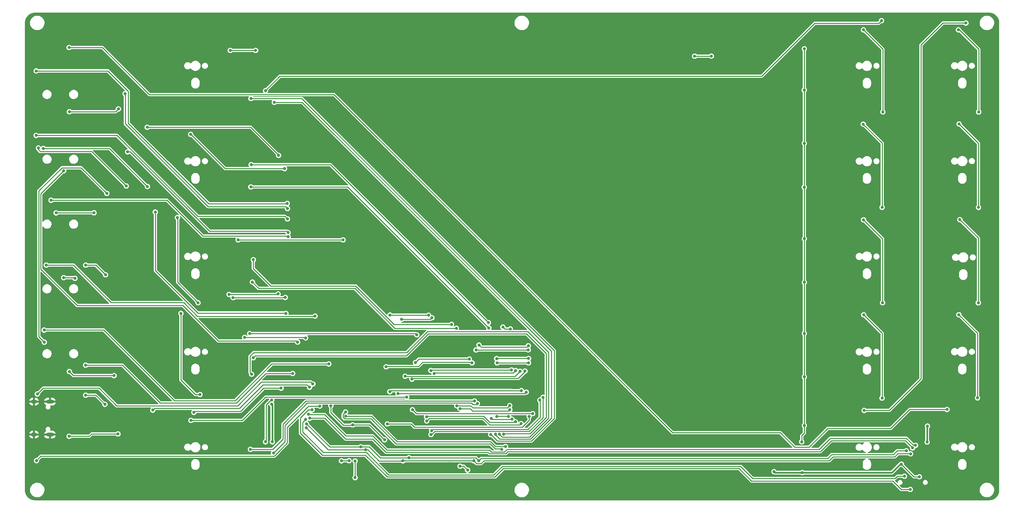
<source format=gbr>
%TF.GenerationSoftware,KiCad,Pcbnew,(6.0.9)*%
%TF.CreationDate,2023-03-16T14:55:21+00:00*%
%TF.ProjectId,Matrix_V2_Base,4d617472-6978-45f5-9632-5f426173652e,rev?*%
%TF.SameCoordinates,Original*%
%TF.FileFunction,Copper,L2,Bot*%
%TF.FilePolarity,Positive*%
%FSLAX46Y46*%
G04 Gerber Fmt 4.6, Leading zero omitted, Abs format (unit mm)*
G04 Created by KiCad (PCBNEW (6.0.9)) date 2023-03-16 14:55:21*
%MOMM*%
%LPD*%
G01*
G04 APERTURE LIST*
%TA.AperFunction,ComponentPad*%
%ADD10O,2.100000X1.000000*%
%TD*%
%TA.AperFunction,ComponentPad*%
%ADD11O,1.600000X1.000000*%
%TD*%
%TA.AperFunction,ViaPad*%
%ADD12C,0.800000*%
%TD*%
%TA.AperFunction,Conductor*%
%ADD13C,0.400000*%
%TD*%
%TA.AperFunction,Conductor*%
%ADD14C,0.250000*%
%TD*%
G04 APERTURE END LIST*
D10*
%TO.P,J2,S1,SHIELD*%
%TO.N,GND*%
X6875000Y-110970000D03*
D11*
X2695000Y-102330000D03*
X2695000Y-110970000D03*
D10*
X6875000Y-102330000D03*
%TD*%
D12*
%TO.N,GND*%
X13500000Y-100540000D03*
%TO.N,+5V*%
X236790000Y-112920000D03*
X236880000Y-108720000D03*
%TO.N,GND*%
X188450000Y-19780000D03*
X129930000Y-75210000D03*
X84880000Y-120790000D03*
X234070000Y-101250000D03*
X80900000Y-110120000D03*
X117140000Y-97680000D03*
X78980000Y-99570000D03*
X233790000Y-76690000D03*
X212550000Y-94770000D03*
X238520000Y-125190000D03*
X233680000Y-6560000D03*
X201230000Y-106820000D03*
X46880000Y-68630000D03*
X78360000Y-107630000D03*
X233700000Y-26280000D03*
X235260000Y-125320000D03*
X57700000Y-110694500D03*
X130390000Y-106540000D03*
X100210000Y-107250000D03*
X79900000Y-118020000D03*
X234200000Y-107390000D03*
X100230000Y-109210000D03*
X233790000Y-31750000D03*
X188650000Y-8720000D03*
X218850000Y-43460000D03*
X15740000Y-109420000D03*
X197890000Y-113220000D03*
X90470000Y-109540000D03*
X218810000Y-68490000D03*
X201330000Y-110330000D03*
X119320000Y-108160000D03*
X117960000Y-108180000D03*
X233980000Y-56590000D03*
X90600000Y-113200000D03*
X111550000Y-118544500D03*
X233610000Y-16120000D03*
X211760000Y-119870000D03*
X37510000Y-68150000D03*
X236910000Y-120150000D03*
X71860000Y-113630000D03*
X188540000Y-14320000D03*
X11970000Y-105640000D03*
X75920000Y-120340000D03*
X218340000Y-118240000D03*
X86092701Y-109502701D03*
X79590000Y-108790000D03*
X234160000Y-94460000D03*
X201230000Y-100310000D03*
X226090000Y-118230000D03*
X211170000Y-43670000D03*
X211280000Y-50750000D03*
X210190000Y-105520000D03*
X92420000Y-114510000D03*
X219200000Y-93380000D03*
%TO.N,EN_1A*%
X59550000Y-22830000D03*
X122412701Y-110967299D03*
%TO.N,EN_1B*%
X123662701Y-110907299D03*
X65690000Y-23820000D03*
%TO.N,EN_6A*%
X121920000Y-83020000D03*
X59530000Y-46020000D03*
%TO.N,EN_6B*%
X59620000Y-40170000D03*
X121800000Y-81590000D03*
%TO.N,EN_11A*%
X113400000Y-83070000D03*
X59950000Y-70960000D03*
%TO.N,EN_11B*%
X112150000Y-82050000D03*
X60190000Y-65100000D03*
%TO.N,EN_2A*%
X59730000Y-95130000D03*
X124670000Y-110890000D03*
%TO.N,EN_2B*%
X60160000Y-90790000D03*
X125797750Y-110834500D03*
%TO.N,EN_7A*%
X118910341Y-102831492D03*
X65470000Y-115770000D03*
%TO.N,EN2_INT*%
X85270000Y-117810000D03*
X83260000Y-117850000D03*
%TO.N,EN_7B*%
X59400000Y-114820000D03*
X118170000Y-102160000D03*
%TO.N,SDA_BUS*%
X100980000Y-117030000D03*
X231320000Y-115220000D03*
X88330000Y-114185500D03*
X119300000Y-117810000D03*
X74130000Y-108140000D03*
%TO.N,SCL_BUS*%
X117950000Y-117820000D03*
X232435000Y-115995000D03*
X74020000Y-109140000D03*
X89610000Y-114910000D03*
X99390000Y-117850000D03*
%TO.N,EN_12B*%
X180240000Y-11690000D03*
X175850000Y-11710000D03*
%TO.N,EN_3B*%
X127550000Y-83245500D03*
X125590000Y-82760000D03*
%TO.N,EN_8A*%
X119320000Y-87460000D03*
X132260000Y-87670000D03*
%TO.N,EN_8B*%
X132240000Y-88730000D03*
X118550000Y-88770000D03*
%TO.N,EN_13A*%
X136140000Y-101185500D03*
X106760000Y-110960000D03*
%TO.N,EN_13B*%
X106920000Y-109950000D03*
X135280000Y-101910000D03*
%TO.N,EN_4A*%
X122545000Y-106755000D03*
X127940000Y-106920000D03*
%TO.N,EN_4B*%
X127090000Y-106200000D03*
X124000000Y-106200000D03*
%TO.N,EN_14A*%
X128940000Y-94170000D03*
X107550000Y-94920000D03*
%TO.N,EN_14B*%
X127850000Y-94020000D03*
X106700000Y-94150000D03*
%TO.N,EN_5A*%
X124070000Y-92170000D03*
X132320000Y-92150000D03*
%TO.N,EN_5B*%
X132320000Y-91010000D03*
X123960000Y-91030000D03*
%TO.N,EN_10A*%
X127420000Y-104410000D03*
X114325000Y-104150000D03*
%TO.N,EN_10B*%
X127390000Y-103360000D03*
X113494500Y-103394500D03*
%TO.N,EN_15A*%
X130355000Y-108065000D03*
X105630000Y-107370000D03*
%TO.N,EN_15B*%
X128870000Y-107610000D03*
X105590000Y-106320000D03*
%TO.N,Net-(D3-Pad2)*%
X45690000Y-76380000D03*
X40300000Y-54030000D03*
%TO.N,Net-(D4-Pad2)*%
X41210000Y-79180000D03*
X46205354Y-100465353D03*
%TO.N,Net-(D5-Pad2)*%
X44590000Y-105150000D03*
X63370000Y-20750000D03*
X67460000Y-98800000D03*
X224820000Y-2400000D03*
%TO.N,Net-(D6-Pad2)*%
X225170000Y-26340000D03*
X220090000Y-4820000D03*
%TO.N,Net-(D7-Pad2)*%
X220050000Y-29560000D03*
X224980000Y-51370000D03*
%TO.N,Net-(D8-Pad2)*%
X225110000Y-76380000D03*
X220120000Y-54650000D03*
%TO.N,Net-(D10-Pad4)*%
X220160000Y-79560000D03*
X224970000Y-101380000D03*
%TO.N,Net-(D10-Pad2)*%
X220300000Y-104630000D03*
X246960000Y-3030000D03*
%TO.N,Net-(D11-Pad2)*%
X250290000Y-26360000D03*
X244970000Y-4820000D03*
%TO.N,Net-(D12-Pad2)*%
X250240000Y-51380000D03*
X245150000Y-29490000D03*
%TO.N,Net-(D13-Pad2)*%
X250200000Y-76400000D03*
X245370000Y-54600000D03*
%TO.N,Net-(D14-Pad2)*%
X249980000Y-101340000D03*
X245100000Y-79530000D03*
%TO.N,Net-(D15-Pad2)*%
X11880000Y-9450000D03*
X242010000Y-104380000D03*
%TO.N,Net-(D17-Pad2)*%
X11970000Y-26270000D03*
X24820000Y-25560000D03*
%TO.N,Net-(D21-Pad2)*%
X16250000Y-66520000D03*
X21440000Y-69060000D03*
%TO.N,Net-(D24-Pad2)*%
X11960000Y-94420000D03*
X23690000Y-95500000D03*
%TO.N,Net-(D25-Pad2)*%
X16220000Y-100630000D03*
X21270000Y-103020000D03*
%TO.N,Net-(D26-Pad2)*%
X24720000Y-110790000D03*
X11890000Y-111410000D03*
%TO.N,Net-(J4-Pad2)*%
X70500000Y-94930000D03*
X16210000Y-92750000D03*
%TO.N,Net-(J4-Pad3)*%
X5400000Y-86720000D03*
X21780000Y-47700000D03*
%TO.N,EN_But_01*%
X60790000Y-10220000D03*
X54120000Y-10220000D03*
%TO.N,EN_But_06*%
X43740000Y-32230000D03*
X68370000Y-41210000D03*
%TO.N,EN_But_11*%
X56180000Y-59910000D03*
X83710000Y-59910000D03*
%TO.N,EN_But_02*%
X59210000Y-84490000D03*
X103020000Y-84790000D03*
%TO.N,EN_But_07*%
X43815000Y-107235000D03*
X100400000Y-101130000D03*
%TO.N,EN_But_12*%
X95990000Y-79590000D03*
X106120000Y-79660000D03*
%TO.N,EN_But_03*%
X102660000Y-92060000D03*
X116790000Y-91150000D03*
%TO.N,EN_But_08*%
X99960000Y-95660000D03*
X130100000Y-94360000D03*
%TO.N,EN_But_13*%
X95945500Y-99720000D03*
X130450000Y-99410000D03*
%TO.N,EN_But_04*%
X101880000Y-104440000D03*
X133400000Y-105460000D03*
%TO.N,EN_But_09*%
X99000000Y-80730000D03*
X107010000Y-80320000D03*
%TO.N,EN_But_14*%
X94980000Y-93190000D03*
X117520000Y-92170000D03*
%TO.N,EN_But_05*%
X131400000Y-94300000D03*
X101740000Y-96414500D03*
%TO.N,EN_But_10*%
X98100000Y-100190000D03*
X131730000Y-99830000D03*
%TO.N,EN_But_15*%
X132480000Y-106184500D03*
X95300000Y-108180000D03*
%TO.N,TB_01*%
X69070000Y-50340000D03*
X3260000Y-15580000D03*
%TO.N,TB_02*%
X69120000Y-51670000D03*
X26550000Y-21560000D03*
%TO.N,TB_03*%
X3240000Y-32510000D03*
X69140000Y-54410000D03*
%TO.N,RX1*%
X66660000Y-74080000D03*
X53840000Y-74200000D03*
%TO.N,RDY 1*%
X74960000Y-106660000D03*
X232980000Y-114460000D03*
%TO.N,RDY 2*%
X74670000Y-105660000D03*
X233750000Y-113780000D03*
%TO.N,LED_DATA*%
X75600000Y-104410000D03*
X232360000Y-125360000D03*
%TO.N,LED_CLK*%
X73900000Y-106990000D03*
X230850000Y-121880000D03*
%TO.N,LED_LATCH*%
X84340000Y-105040000D03*
X125255500Y-114814500D03*
%TO.N,LED_BLANK1*%
X126290000Y-114090000D03*
X84390000Y-106120000D03*
%TO.N,Net-(J3-Pad3)*%
X10480000Y-69790000D03*
X13440000Y-69990000D03*
%TO.N,Net-(J5-Pad3)*%
X8490000Y-52820000D03*
X18420000Y-52780000D03*
%TO.N,Net-(J6-Pad3)*%
X5150000Y-35910000D03*
X32430000Y-45890000D03*
%TO.N,Net-(J6-Pad2)*%
X10480000Y-41760000D03*
X71790000Y-86700000D03*
%TO.N,Net-(J7-Pad4)*%
X3850000Y-35800000D03*
X26880000Y-45780000D03*
%TO.N,Pedal_In*%
X32360000Y-30360000D03*
X66800000Y-37740000D03*
%TO.N,TB_04*%
X69290000Y-57990000D03*
X27250000Y-36810000D03*
%TO.N,TB_05*%
X69320000Y-59090000D03*
X7160000Y-49510000D03*
%TO.N,TB_06*%
X5920000Y-66510000D03*
X76350000Y-79900000D03*
%TO.N,TB_07*%
X68560000Y-75000000D03*
X54870000Y-75030000D03*
%TO.N,TB_08*%
X5350000Y-83550000D03*
X79960000Y-92440000D03*
%TO.N,TB_09*%
X57900000Y-85460000D03*
X73890000Y-85600000D03*
%TO.N,TB_10*%
X3570000Y-100320000D03*
X75780000Y-97690000D03*
%TO.N,TB_11*%
X33820000Y-104550000D03*
X74910000Y-98550000D03*
%TO.N,TB_12*%
X77614500Y-103470000D03*
X3340000Y-117790000D03*
%TO.N,+3.3V*%
X65020000Y-101854500D03*
X196640000Y-120690000D03*
X86200000Y-108430000D03*
X204590000Y-108590000D03*
X204030000Y-120920000D03*
X204610000Y-59590000D03*
X86860000Y-117890000D03*
X86860000Y-122250000D03*
X63370000Y-112850000D03*
X204570000Y-20610000D03*
X116340000Y-120264500D03*
X204600000Y-84440000D03*
X80500000Y-103394500D03*
X94580000Y-112330000D03*
X234760000Y-122010000D03*
X204610000Y-9800000D03*
X204610000Y-34550000D03*
X204610000Y-95830000D03*
X230040000Y-118720000D03*
X65150000Y-112850000D03*
X204570000Y-46060000D03*
X65020000Y-103020000D03*
X203900000Y-112870000D03*
X114370000Y-119240000D03*
X204620000Y-71030000D03*
%TO.N,RX2*%
X34480000Y-52580000D03*
X68730000Y-79180000D03*
%TD*%
D13*
%TO.N,+5V*%
X236800000Y-112910000D02*
X236790000Y-112920000D01*
X236800000Y-108800000D02*
X236800000Y-112910000D01*
X236880000Y-108720000D02*
X236800000Y-108800000D01*
D14*
%TO.N,GND*%
X86092701Y-109502701D02*
X90432701Y-109502701D01*
X90432701Y-109502701D02*
X90470000Y-109540000D01*
%TO.N,EN_1A*%
X124180000Y-112680000D02*
X122467299Y-110967299D01*
X72890000Y-22830000D02*
X139040000Y-88980000D01*
X139040000Y-106690000D02*
X133050000Y-112680000D01*
X133050000Y-112680000D02*
X124180000Y-112680000D01*
X139040000Y-88980000D02*
X139040000Y-106690000D01*
X59550000Y-22830000D02*
X72890000Y-22830000D01*
X122467299Y-110967299D02*
X122412701Y-110967299D01*
%TO.N,EN_1B*%
X138290000Y-89140000D02*
X138290000Y-106670000D01*
X123662701Y-111002701D02*
X123662701Y-110907299D01*
X124800000Y-112140000D02*
X123662701Y-111002701D01*
X138290000Y-106670000D02*
X132820000Y-112140000D01*
X132820000Y-112140000D02*
X124800000Y-112140000D01*
X65690000Y-23820000D02*
X72970000Y-23820000D01*
X72970000Y-23820000D02*
X138290000Y-89140000D01*
%TO.N,EN_6A*%
X121920000Y-83020000D02*
X84920000Y-46020000D01*
X84920000Y-46020000D02*
X59530000Y-46020000D01*
%TO.N,EN_6B*%
X121800000Y-81590000D02*
X80380000Y-40170000D01*
X80380000Y-40170000D02*
X59620000Y-40170000D01*
%TO.N,EN_11A*%
X97250000Y-83070000D02*
X113400000Y-83070000D01*
X59950000Y-71030000D02*
X61560000Y-72640000D01*
X86820000Y-72640000D02*
X97250000Y-83070000D01*
X59950000Y-70960000D02*
X59950000Y-71030000D01*
X61560000Y-72640000D02*
X86820000Y-72640000D01*
%TO.N,EN_11B*%
X60190000Y-67440000D02*
X64720000Y-71970000D01*
X64720000Y-71970000D02*
X87010000Y-71970000D01*
X87010000Y-71970000D02*
X97090000Y-82050000D01*
X97090000Y-82050000D02*
X112150000Y-82050000D01*
X60190000Y-65100000D02*
X60190000Y-67440000D01*
%TO.N,EN_2A*%
X125400000Y-111620000D02*
X124670000Y-110890000D01*
X137580000Y-106620000D02*
X132580000Y-111620000D01*
X59330000Y-94730000D02*
X59330000Y-90400000D01*
X132160000Y-83970000D02*
X137580000Y-89390000D01*
X100370000Y-89420000D02*
X105820000Y-83970000D01*
X105820000Y-83970000D02*
X132160000Y-83970000D01*
X59330000Y-90400000D02*
X60310000Y-89420000D01*
X137580000Y-89390000D02*
X137580000Y-106620000D01*
X132580000Y-111620000D02*
X125400000Y-111620000D01*
X59730000Y-95130000D02*
X59330000Y-94730000D01*
X60310000Y-89420000D02*
X100370000Y-89420000D01*
%TO.N,EN_2B*%
X136960000Y-89700000D02*
X136960000Y-106456396D01*
X60630000Y-90320000D02*
X100290000Y-90320000D01*
X125902250Y-110730000D02*
X125797750Y-110834500D01*
X132686396Y-110730000D02*
X125902250Y-110730000D01*
X60160000Y-90790000D02*
X60630000Y-90320000D01*
X100290000Y-90320000D02*
X106060000Y-84550000D01*
X136960000Y-106456396D02*
X132686396Y-110730000D01*
X106060000Y-84550000D02*
X131810000Y-84550000D01*
X131810000Y-84550000D02*
X136960000Y-89700000D01*
%TO.N,EN_7A*%
X117340000Y-102670000D02*
X117710000Y-103040000D01*
X68460000Y-108550000D02*
X74340000Y-102670000D01*
X118701833Y-103040000D02*
X118910341Y-102831492D01*
X65500000Y-115770000D02*
X68460000Y-112810000D01*
X74340000Y-102670000D02*
X117340000Y-102670000D01*
X117710000Y-103040000D02*
X118701833Y-103040000D01*
X65470000Y-115770000D02*
X65500000Y-115770000D01*
X68460000Y-112810000D02*
X68460000Y-108550000D01*
%TO.N,EN2_INT*%
X83260000Y-117850000D02*
X85230000Y-117850000D01*
X85230000Y-117850000D02*
X85270000Y-117810000D01*
%TO.N,EN_7B*%
X67920000Y-108250000D02*
X67920000Y-112150000D01*
X118170000Y-102160000D02*
X118150000Y-102180000D01*
X118150000Y-102180000D02*
X73990000Y-102180000D01*
X65250000Y-114820000D02*
X59400000Y-114820000D01*
X67920000Y-112150000D02*
X65250000Y-114820000D01*
X73990000Y-102180000D02*
X67920000Y-108250000D01*
%TO.N,SDA_BUS*%
X93460000Y-117040000D02*
X90550000Y-114130000D01*
X100970000Y-117040000D02*
X93460000Y-117040000D01*
X74130000Y-108140000D02*
X74150000Y-108140000D01*
X228940000Y-115220000D02*
X227990000Y-116170000D01*
X231320000Y-115220000D02*
X228940000Y-115220000D01*
X211760000Y-116170000D02*
X210700000Y-117230000D01*
X88385500Y-114130000D02*
X88330000Y-114185500D01*
X100980000Y-117030000D02*
X100970000Y-117040000D01*
X90550000Y-114130000D02*
X88385500Y-114130000D01*
X118530000Y-117040000D02*
X100990000Y-117040000D01*
X74150000Y-108140000D02*
X80195500Y-114185500D01*
X210700000Y-117230000D02*
X119880000Y-117230000D01*
X100990000Y-117040000D02*
X100980000Y-117030000D01*
X80195500Y-114185500D02*
X88330000Y-114185500D01*
X227990000Y-116170000D02*
X211760000Y-116170000D01*
X119300000Y-117810000D02*
X118530000Y-117040000D01*
X119880000Y-117230000D02*
X119300000Y-117810000D01*
%TO.N,SCL_BUS*%
X232420000Y-115980000D02*
X229100000Y-115980000D01*
X119895000Y-118535000D02*
X118665000Y-118535000D01*
X229100000Y-115980000D02*
X228280000Y-116800000D01*
X228280000Y-116800000D02*
X212120000Y-116800000D01*
X99380000Y-117860000D02*
X99390000Y-117850000D01*
X89610000Y-114910000D02*
X79830000Y-114910000D01*
X232435000Y-115995000D02*
X232420000Y-115980000D01*
X79830000Y-114910000D02*
X74060000Y-109140000D01*
X99420000Y-117820000D02*
X99390000Y-117850000D01*
X212120000Y-116800000D02*
X211100000Y-117820000D01*
X118665000Y-118535000D02*
X117950000Y-117820000D01*
X90180000Y-114910000D02*
X93130000Y-117860000D01*
X93130000Y-117860000D02*
X99380000Y-117860000D01*
X120610000Y-117820000D02*
X119895000Y-118535000D01*
X89610000Y-114910000D02*
X90180000Y-114910000D01*
X74060000Y-109140000D02*
X74020000Y-109140000D01*
X211100000Y-117820000D02*
X120610000Y-117820000D01*
X117950000Y-117820000D02*
X99420000Y-117820000D01*
%TO.N,EN_12B*%
X175850000Y-11710000D02*
X180220000Y-11710000D01*
X180220000Y-11710000D02*
X180240000Y-11690000D01*
%TO.N,EN_3B*%
X126075500Y-83245500D02*
X127550000Y-83245500D01*
X125590000Y-82760000D02*
X126075500Y-83245500D01*
%TO.N,EN_8A*%
X119320000Y-87460000D02*
X119910000Y-88050000D01*
X131880000Y-88050000D02*
X132260000Y-87670000D01*
X119910000Y-88050000D02*
X131880000Y-88050000D01*
%TO.N,EN_8B*%
X118550000Y-88770000D02*
X118590000Y-88730000D01*
X118590000Y-88730000D02*
X132240000Y-88730000D01*
%TO.N,EN_13A*%
X106935305Y-110960000D02*
X106760000Y-110960000D01*
X107785305Y-110110000D02*
X106935305Y-110960000D01*
X136140000Y-101185500D02*
X136080000Y-101245500D01*
X136080000Y-106510000D02*
X132480000Y-110110000D01*
X136080000Y-101245500D02*
X136080000Y-106510000D01*
X132480000Y-110110000D02*
X107785305Y-110110000D01*
%TO.N,EN_13B*%
X132170000Y-109590000D02*
X107280000Y-109590000D01*
X135320000Y-106440000D02*
X132170000Y-109590000D01*
X135320000Y-101950000D02*
X135320000Y-106440000D01*
X135280000Y-101910000D02*
X135320000Y-101950000D01*
X107280000Y-109590000D02*
X106920000Y-109950000D01*
%TO.N,EN_4A*%
X127940000Y-106920000D02*
X127900000Y-106960000D01*
X127900000Y-106960000D02*
X122750000Y-106960000D01*
X122750000Y-106960000D02*
X122545000Y-106755000D01*
%TO.N,EN_4B*%
X127060000Y-106170000D02*
X124030000Y-106170000D01*
X124030000Y-106170000D02*
X124000000Y-106200000D01*
X127090000Y-106200000D02*
X127060000Y-106170000D01*
%TO.N,EN_14A*%
X128320000Y-94790000D02*
X107680000Y-94790000D01*
X128940000Y-94170000D02*
X128320000Y-94790000D01*
X107680000Y-94790000D02*
X107550000Y-94920000D01*
%TO.N,EN_14B*%
X106810000Y-94040000D02*
X106700000Y-94150000D01*
X127850000Y-94020000D02*
X127830000Y-94040000D01*
X127830000Y-94040000D02*
X106810000Y-94040000D01*
%TO.N,EN_5A*%
X124070000Y-92170000D02*
X124984500Y-92170000D01*
X124984500Y-92170000D02*
X125004500Y-92150000D01*
X125004500Y-92150000D02*
X132320000Y-92150000D01*
%TO.N,EN_5B*%
X123980000Y-91010000D02*
X132320000Y-91010000D01*
X123960000Y-91030000D02*
X123980000Y-91010000D01*
%TO.N,EN_10A*%
X127060000Y-104770000D02*
X117690000Y-104770000D01*
X117690000Y-104770000D02*
X117070000Y-104150000D01*
X127420000Y-104410000D02*
X127060000Y-104770000D01*
X117070000Y-104150000D02*
X114325000Y-104150000D01*
%TO.N,EN_10B*%
X117700000Y-103960000D02*
X117134500Y-103394500D01*
X126790000Y-103960000D02*
X117700000Y-103960000D01*
X127390000Y-103360000D02*
X126790000Y-103960000D01*
X117134500Y-103394500D02*
X113494500Y-103394500D01*
%TO.N,EN_15A*%
X130355000Y-108065000D02*
X130000000Y-108420000D01*
X106320000Y-106680000D02*
X105630000Y-107370000D01*
X130000000Y-108420000D02*
X122120000Y-108420000D01*
X120380000Y-106680000D02*
X106320000Y-106680000D01*
X122120000Y-108420000D02*
X120380000Y-106680000D01*
%TO.N,EN_15B*%
X128760000Y-107720000D02*
X122146396Y-107720000D01*
X105770000Y-106140000D02*
X105590000Y-106320000D01*
X120566396Y-106140000D02*
X105770000Y-106140000D01*
X128870000Y-107610000D02*
X128760000Y-107720000D01*
X122146396Y-107720000D02*
X120566396Y-106140000D01*
%TO.N,Net-(D3-Pad2)*%
X40330000Y-71020000D02*
X45690000Y-76380000D01*
X40330000Y-54060000D02*
X40330000Y-71020000D01*
X40300000Y-54030000D02*
X40330000Y-54060000D01*
%TO.N,Net-(D4-Pad2)*%
X46205354Y-100465353D02*
X45015353Y-100465353D01*
X41210000Y-96660000D02*
X41210000Y-79180000D01*
X45015353Y-100465353D02*
X41210000Y-96660000D01*
%TO.N,Net-(D5-Pad2)*%
X56850000Y-104830000D02*
X62880000Y-98800000D01*
X62880000Y-98800000D02*
X67460000Y-98800000D01*
X63370000Y-20750000D02*
X67130000Y-16990000D01*
X44910000Y-104830000D02*
X56850000Y-104830000D01*
X224130000Y-3090000D02*
X224820000Y-2400000D01*
X44590000Y-105150000D02*
X44910000Y-104830000D01*
X207300000Y-3090000D02*
X224130000Y-3090000D01*
X193400000Y-16990000D02*
X207300000Y-3090000D01*
X67130000Y-16990000D02*
X193400000Y-16990000D01*
%TO.N,Net-(D6-Pad2)*%
X225170000Y-26340000D02*
X225170000Y-9900000D01*
X225170000Y-9900000D02*
X220090000Y-4820000D01*
%TO.N,Net-(D7-Pad2)*%
X224980000Y-34490000D02*
X220050000Y-29560000D01*
X224980000Y-51370000D02*
X224980000Y-34490000D01*
%TO.N,Net-(D8-Pad2)*%
X225110000Y-59640000D02*
X220120000Y-54650000D01*
X225110000Y-76380000D02*
X225110000Y-59640000D01*
%TO.N,Net-(D10-Pad4)*%
X224970000Y-101380000D02*
X224970000Y-84370000D01*
X224970000Y-84370000D02*
X220160000Y-79560000D01*
%TO.N,Net-(D10-Pad2)*%
X235170000Y-96290000D02*
X226830000Y-104630000D01*
X240910000Y-3030000D02*
X235170000Y-8770000D01*
X246960000Y-3030000D02*
X240910000Y-3030000D01*
X235170000Y-8770000D02*
X235170000Y-96290000D01*
X226830000Y-104630000D02*
X220300000Y-104630000D01*
%TO.N,Net-(D11-Pad2)*%
X245230000Y-4820000D02*
X250290000Y-9880000D01*
X250290000Y-9880000D02*
X250290000Y-26360000D01*
X244970000Y-4820000D02*
X245230000Y-4820000D01*
%TO.N,Net-(D12-Pad2)*%
X250240000Y-34580000D02*
X245150000Y-29490000D01*
X250240000Y-51380000D02*
X250240000Y-34580000D01*
%TO.N,Net-(D13-Pad2)*%
X250200000Y-76400000D02*
X250200000Y-59430000D01*
X250200000Y-59430000D02*
X245370000Y-54600000D01*
%TO.N,Net-(D14-Pad2)*%
X249980000Y-84410000D02*
X245100000Y-79530000D01*
X249980000Y-101340000D02*
X249980000Y-84410000D01*
%TO.N,Net-(D15-Pad2)*%
X232240000Y-104380000D02*
X242010000Y-104380000D01*
X170050000Y-110470000D02*
X198320000Y-110470000D01*
X198320000Y-110470000D02*
X202070000Y-114220000D01*
X205840000Y-114220000D02*
X210690000Y-109370000D01*
X227250000Y-109370000D02*
X232240000Y-104380000D01*
X81360000Y-21780000D02*
X170050000Y-110470000D01*
X20610000Y-9450000D02*
X32940000Y-21780000D01*
X32940000Y-21780000D02*
X81360000Y-21780000D01*
X210690000Y-109370000D02*
X227250000Y-109370000D01*
X11880000Y-9450000D02*
X20610000Y-9450000D01*
X202070000Y-114220000D02*
X205840000Y-114220000D01*
%TO.N,Net-(D17-Pad2)*%
X11970000Y-26270000D02*
X24110000Y-26270000D01*
X24110000Y-26270000D02*
X24820000Y-25560000D01*
%TO.N,Net-(D21-Pad2)*%
X18900000Y-66520000D02*
X21440000Y-69060000D01*
X16250000Y-66520000D02*
X18900000Y-66520000D01*
%TO.N,Net-(D24-Pad2)*%
X13040000Y-95500000D02*
X11960000Y-94420000D01*
X23690000Y-95500000D02*
X13040000Y-95500000D01*
%TO.N,Net-(D25-Pad2)*%
X18880000Y-100630000D02*
X21270000Y-103020000D01*
X16220000Y-100630000D02*
X18880000Y-100630000D01*
%TO.N,Net-(D26-Pad2)*%
X17810000Y-110790000D02*
X24720000Y-110790000D01*
X17190000Y-111410000D02*
X17810000Y-110790000D01*
X11890000Y-111410000D02*
X17190000Y-111410000D01*
%TO.N,Net-(J4-Pad2)*%
X35810000Y-102680000D02*
X25880000Y-92750000D01*
X63450000Y-94950000D02*
X55720000Y-102680000D01*
X70500000Y-94930000D02*
X70480000Y-94950000D01*
X55720000Y-102680000D02*
X35810000Y-102680000D01*
X25880000Y-92750000D02*
X16210000Y-92750000D01*
X70480000Y-94950000D02*
X63450000Y-94950000D01*
%TO.N,Net-(J4-Pad3)*%
X10000000Y-40980000D02*
X15050000Y-40980000D01*
X3940000Y-85260000D02*
X3940000Y-47040000D01*
X15050000Y-40980000D02*
X21770000Y-47700000D01*
X5400000Y-86720000D02*
X3940000Y-85260000D01*
X21770000Y-47700000D02*
X21780000Y-47700000D01*
X3940000Y-47040000D02*
X10000000Y-40980000D01*
%TO.N,EN_But_01*%
X60790000Y-10220000D02*
X54120000Y-10220000D01*
%TO.N,EN_But_06*%
X43820000Y-32230000D02*
X43740000Y-32230000D01*
X52800000Y-41210000D02*
X43820000Y-32230000D01*
X68370000Y-41210000D02*
X52800000Y-41210000D01*
%TO.N,EN_But_11*%
X83710000Y-59910000D02*
X56180000Y-59910000D01*
%TO.N,EN_But_02*%
X59210000Y-84490000D02*
X102720000Y-84490000D01*
X102720000Y-84490000D02*
X103020000Y-84790000D01*
%TO.N,EN_But_07*%
X57295000Y-107235000D02*
X63400000Y-101130000D01*
X63400000Y-101130000D02*
X100400000Y-101130000D01*
X43815000Y-107235000D02*
X57295000Y-107235000D01*
%TO.N,EN_But_12*%
X96060000Y-79660000D02*
X95990000Y-79590000D01*
X106120000Y-79660000D02*
X96060000Y-79660000D01*
%TO.N,EN_But_03*%
X116760000Y-91120000D02*
X116790000Y-91150000D01*
X103600000Y-91120000D02*
X116760000Y-91120000D01*
X102660000Y-92060000D02*
X103600000Y-91120000D01*
%TO.N,EN_But_08*%
X128730000Y-95690000D02*
X130060000Y-94360000D01*
X130060000Y-94360000D02*
X130100000Y-94360000D01*
X99960000Y-95660000D02*
X99990000Y-95690000D01*
X99990000Y-95690000D02*
X128730000Y-95690000D01*
%TO.N,EN_But_13*%
X95945500Y-99720000D02*
X96265500Y-99400000D01*
X96265500Y-99400000D02*
X127810000Y-99400000D01*
X127810000Y-99400000D02*
X127820000Y-99410000D01*
X127820000Y-99410000D02*
X130450000Y-99410000D01*
%TO.N,EN_But_04*%
X102900000Y-105460000D02*
X101880000Y-104440000D01*
X133400000Y-105460000D02*
X102900000Y-105460000D01*
%TO.N,EN_But_09*%
X106600000Y-80730000D02*
X99000000Y-80730000D01*
X107010000Y-80320000D02*
X106600000Y-80730000D01*
%TO.N,EN_But_14*%
X94980000Y-93190000D02*
X95110000Y-93060000D01*
X117350000Y-92000000D02*
X117520000Y-92170000D01*
X95110000Y-93060000D02*
X103500000Y-93060000D01*
X104560000Y-92000000D02*
X117350000Y-92000000D01*
X103500000Y-93060000D02*
X104560000Y-92000000D01*
%TO.N,EN_But_05*%
X101740000Y-96414500D02*
X101894500Y-96260000D01*
X131400000Y-94460000D02*
X131400000Y-94300000D01*
X129600000Y-96260000D02*
X131400000Y-94460000D01*
X101894500Y-96260000D02*
X129600000Y-96260000D01*
%TO.N,EN_But_10*%
X98100000Y-100190000D02*
X131370000Y-100190000D01*
X131370000Y-100190000D02*
X131730000Y-99830000D01*
%TO.N,EN_But_15*%
X132480000Y-106184500D02*
X132480000Y-107210000D01*
X101600000Y-108180000D02*
X95300000Y-108180000D01*
X132480000Y-107210000D02*
X130660000Y-109030000D01*
X102450000Y-109030000D02*
X101600000Y-108180000D01*
X130660000Y-109030000D02*
X102450000Y-109030000D01*
%TO.N,TB_01*%
X48470000Y-50390000D02*
X27420000Y-29340000D01*
X22060000Y-15580000D02*
X3260000Y-15580000D01*
X27420000Y-20940000D02*
X22060000Y-15580000D01*
X27420000Y-29340000D02*
X27420000Y-20940000D01*
X69070000Y-50340000D02*
X69020000Y-50390000D01*
X69020000Y-50390000D02*
X48470000Y-50390000D01*
%TO.N,TB_02*%
X26600000Y-21610000D02*
X26550000Y-21560000D01*
X26600000Y-29430000D02*
X26600000Y-21610000D01*
X69120000Y-51670000D02*
X68600000Y-51150000D01*
X48320000Y-51150000D02*
X26600000Y-29430000D01*
X68600000Y-51150000D02*
X48320000Y-51150000D01*
%TO.N,TB_03*%
X45630000Y-53700000D02*
X24440000Y-32510000D01*
X24440000Y-32510000D02*
X3240000Y-32510000D01*
X69140000Y-54410000D02*
X68430000Y-53700000D01*
X68430000Y-53700000D02*
X45630000Y-53700000D01*
%TO.N,RX1*%
X66540000Y-74200000D02*
X53840000Y-74200000D01*
X66660000Y-74080000D02*
X66540000Y-74200000D01*
%TO.N,RDY 1*%
X211690000Y-112530000D02*
X231080000Y-112530000D01*
X232980000Y-114430000D02*
X232980000Y-114460000D01*
X231080000Y-112530000D02*
X232980000Y-114430000D01*
X78900000Y-106660000D02*
X84350000Y-112110000D01*
X122079500Y-115989500D02*
X126340500Y-115989500D01*
X91450000Y-112110000D02*
X94920000Y-115580000D01*
X84350000Y-112110000D02*
X91450000Y-112110000D01*
X94920000Y-115580000D02*
X121670000Y-115580000D01*
X74960000Y-106660000D02*
X78900000Y-106660000D01*
X121670000Y-115580000D02*
X122079500Y-115989500D01*
X126910000Y-115420000D02*
X208800000Y-115420000D01*
X208800000Y-115420000D02*
X211690000Y-112530000D01*
X126340500Y-115989500D02*
X126910000Y-115420000D01*
%TO.N,RDY 2*%
X122549500Y-115539500D02*
X125990500Y-115539500D01*
X208510000Y-114820000D02*
X211400000Y-111930000D01*
X95200000Y-115060000D02*
X122070000Y-115060000D01*
X122070000Y-115060000D02*
X122549500Y-115539500D01*
X231400000Y-111930000D02*
X233250000Y-113780000D01*
X78870000Y-105720000D02*
X84470000Y-111320000D01*
X233250000Y-113780000D02*
X233750000Y-113780000D01*
X126710000Y-114820000D02*
X208510000Y-114820000D01*
X74670000Y-105660000D02*
X74730000Y-105720000D01*
X74730000Y-105720000D02*
X78870000Y-105720000D01*
X211400000Y-111930000D02*
X231400000Y-111930000D01*
X91460000Y-111320000D02*
X95200000Y-115060000D01*
X125990500Y-115539500D02*
X126710000Y-114820000D01*
X84470000Y-111320000D02*
X91460000Y-111320000D01*
%TO.N,LED_DATA*%
X123530000Y-122080000D02*
X125730000Y-119880000D01*
X125730000Y-119880000D02*
X187510000Y-119880000D01*
X187510000Y-119880000D02*
X190760000Y-123130000D01*
X72530000Y-110590000D02*
X78310000Y-116370000D01*
X227800000Y-123130000D02*
X230030000Y-125360000D01*
X75600000Y-104410000D02*
X74660000Y-104410000D01*
X78310000Y-116370000D02*
X89550000Y-116370000D01*
X74660000Y-104410000D02*
X72530000Y-106540000D01*
X95260000Y-122080000D02*
X123530000Y-122080000D01*
X230030000Y-125360000D02*
X232360000Y-125360000D01*
X190760000Y-123130000D02*
X227800000Y-123130000D01*
X72530000Y-106540000D02*
X72530000Y-110590000D01*
X89550000Y-116370000D02*
X95260000Y-122080000D01*
%TO.N,LED_CLK*%
X125410000Y-119300000D02*
X123180000Y-121530000D01*
X89770000Y-115650000D02*
X78540000Y-115650000D01*
X95650000Y-121530000D02*
X89770000Y-115650000D01*
X228960000Y-121880000D02*
X228370000Y-122470000D01*
X73130000Y-107760000D02*
X73900000Y-106990000D01*
X73130000Y-110240000D02*
X73130000Y-107760000D01*
X78540000Y-115650000D02*
X73130000Y-110240000D01*
X187890000Y-119300000D02*
X125410000Y-119300000D01*
X191060000Y-122470000D02*
X187890000Y-119300000D01*
X230850000Y-121880000D02*
X228960000Y-121880000D01*
X123180000Y-121530000D02*
X95650000Y-121530000D01*
X228370000Y-122470000D02*
X191060000Y-122470000D01*
%TO.N,LED_LATCH*%
X125255500Y-114814500D02*
X125121000Y-114680000D01*
X122270000Y-113390000D02*
X97617208Y-113390000D01*
X123560000Y-114680000D02*
X122270000Y-113390000D01*
X97617208Y-113390000D02*
X91072208Y-106845000D01*
X125121000Y-114680000D02*
X123560000Y-114680000D01*
X83665000Y-105715000D02*
X84340000Y-105040000D01*
X84089695Y-106845000D02*
X83665000Y-106420305D01*
X83665000Y-106420305D02*
X83665000Y-105715000D01*
X91072208Y-106845000D02*
X84089695Y-106845000D01*
%TO.N,LED_BLANK1*%
X123660000Y-114090000D02*
X122400000Y-112830000D01*
X122400000Y-112830000D02*
X97890000Y-112830000D01*
X91180000Y-106120000D02*
X84390000Y-106120000D01*
X97890000Y-112830000D02*
X91180000Y-106120000D01*
X126290000Y-114090000D02*
X123660000Y-114090000D01*
%TO.N,Net-(J3-Pad3)*%
X13240000Y-69790000D02*
X13440000Y-69990000D01*
X10480000Y-69790000D02*
X13240000Y-69790000D01*
%TO.N,Net-(J5-Pad3)*%
X18380000Y-52820000D02*
X18420000Y-52780000D01*
X8490000Y-52820000D02*
X18380000Y-52820000D01*
%TO.N,Net-(J6-Pad3)*%
X22450000Y-35910000D02*
X32430000Y-45890000D01*
X5150000Y-35910000D02*
X22450000Y-35910000D01*
%TO.N,Net-(J6-Pad2)*%
X13980000Y-77080000D02*
X4470000Y-67570000D01*
X71790000Y-86700000D02*
X71504500Y-86414500D01*
X71504500Y-86414500D02*
X51044500Y-86414500D01*
X51044500Y-86414500D02*
X41710000Y-77080000D01*
X4470000Y-47770000D02*
X10480000Y-41760000D01*
X41710000Y-77080000D02*
X13980000Y-77080000D01*
X4470000Y-67570000D02*
X4470000Y-47770000D01*
%TO.N,Net-(J7-Pad4)*%
X26880000Y-45780000D02*
X17840000Y-36740000D01*
X3850000Y-36250000D02*
X3850000Y-35800000D01*
X4340000Y-36740000D02*
X3850000Y-36250000D01*
X17840000Y-36740000D02*
X4340000Y-36740000D01*
%TO.N,Pedal_In*%
X66800000Y-37740000D02*
X66800000Y-37650000D01*
X66800000Y-37650000D02*
X59510000Y-30360000D01*
X59510000Y-30360000D02*
X32360000Y-30360000D01*
%TO.N,TB_04*%
X48770000Y-57650000D02*
X27930000Y-36810000D01*
X27930000Y-36810000D02*
X27250000Y-36810000D01*
X69290000Y-57990000D02*
X68950000Y-57650000D01*
X68950000Y-57650000D02*
X48770000Y-57650000D01*
%TO.N,TB_05*%
X37590000Y-49510000D02*
X46990000Y-58910000D01*
X69140000Y-58910000D02*
X69320000Y-59090000D01*
X7160000Y-49510000D02*
X37590000Y-49510000D01*
X46990000Y-58910000D02*
X69140000Y-58910000D01*
%TO.N,TB_06*%
X5920000Y-66510000D02*
X5960000Y-66470000D01*
X5960000Y-66470000D02*
X12990000Y-66470000D01*
X12990000Y-66470000D02*
X22880000Y-76360000D01*
X76280000Y-79970000D02*
X76350000Y-79900000D01*
X41920000Y-76360000D02*
X45530000Y-79970000D01*
X22880000Y-76360000D02*
X41920000Y-76360000D01*
X45530000Y-79970000D02*
X76280000Y-79970000D01*
%TO.N,TB_07*%
X68530000Y-75030000D02*
X68560000Y-75000000D01*
X54870000Y-75030000D02*
X68530000Y-75030000D01*
%TO.N,TB_08*%
X55410000Y-102050000D02*
X65020000Y-92440000D01*
X5350000Y-83550000D02*
X5370000Y-83530000D01*
X65020000Y-92440000D02*
X79960000Y-92440000D01*
X39480000Y-102050000D02*
X55410000Y-102050000D01*
X20960000Y-83530000D02*
X39480000Y-102050000D01*
X5370000Y-83530000D02*
X20960000Y-83530000D01*
%TO.N,TB_09*%
X73750000Y-85460000D02*
X57900000Y-85460000D01*
X73890000Y-85600000D02*
X73750000Y-85460000D01*
%TO.N,TB_10*%
X75780000Y-97690000D02*
X75260000Y-97170000D01*
X24350000Y-103390000D02*
X19760000Y-98800000D01*
X56090000Y-103390000D02*
X24350000Y-103390000D01*
X75260000Y-97170000D02*
X62310000Y-97170000D01*
X5090000Y-98800000D02*
X3570000Y-100320000D01*
X62310000Y-97170000D02*
X56090000Y-103390000D01*
X19760000Y-98800000D02*
X5090000Y-98800000D01*
%TO.N,TB_11*%
X56490000Y-104080000D02*
X34290000Y-104080000D01*
X74910000Y-98550000D02*
X74240000Y-97880000D01*
X34290000Y-104080000D02*
X33820000Y-104550000D01*
X74240000Y-97880000D02*
X62690000Y-97880000D01*
X62690000Y-97880000D02*
X56490000Y-104080000D01*
%TO.N,TB_12*%
X69090000Y-113190000D02*
X66770000Y-115510000D01*
X66770000Y-115525305D02*
X65655305Y-116640000D01*
X77614500Y-103470000D02*
X74670000Y-103470000D01*
X4490000Y-116640000D02*
X3340000Y-117790000D01*
X65655305Y-116640000D02*
X4490000Y-116640000D01*
X74670000Y-103470000D02*
X69090000Y-109050000D01*
X66770000Y-115510000D02*
X66770000Y-115525305D01*
X69090000Y-109050000D02*
X69090000Y-113190000D01*
%TO.N,+3.3V*%
X203900000Y-112870000D02*
X203900000Y-111250000D01*
X233310000Y-122010000D02*
X230040000Y-118740000D01*
X65020000Y-101854500D02*
X64855500Y-101854500D01*
X63520000Y-103190000D02*
X63520000Y-112700000D01*
X204610000Y-9800000D02*
X204610000Y-108570000D01*
X80500000Y-105200000D02*
X83760000Y-108460000D01*
X86170000Y-108460000D02*
X86200000Y-108430000D01*
X203900000Y-111250000D02*
X204590000Y-110560000D01*
D13*
X65020000Y-103020000D02*
X65150000Y-103150000D01*
X65150000Y-103150000D02*
X65150000Y-112850000D01*
D14*
X90670000Y-108430000D02*
X86200000Y-108430000D01*
D13*
X227570000Y-120920000D02*
X229770000Y-118720000D01*
D14*
X204590000Y-110560000D02*
X204590000Y-108590000D01*
X234760000Y-122010000D02*
X233310000Y-122010000D01*
X83760000Y-108460000D02*
X86170000Y-108460000D01*
D13*
X229770000Y-118720000D02*
X230040000Y-118720000D01*
D14*
X63520000Y-112700000D02*
X63370000Y-112850000D01*
X230040000Y-118740000D02*
X230040000Y-118720000D01*
D13*
X196870000Y-120920000D02*
X227570000Y-120920000D01*
D14*
X94570000Y-112330000D02*
X90670000Y-108430000D01*
X86860000Y-122250000D02*
X86860000Y-117890000D01*
D13*
X196640000Y-120690000D02*
X196870000Y-120920000D01*
D14*
X94580000Y-112330000D02*
X94570000Y-112330000D01*
X80500000Y-103394500D02*
X80500000Y-105200000D01*
X64855500Y-101854500D02*
X63520000Y-103190000D01*
X115315500Y-119240000D02*
X116340000Y-120264500D01*
X114370000Y-119240000D02*
X115315500Y-119240000D01*
%TO.N,RX2*%
X45650000Y-79080000D02*
X34540000Y-67970000D01*
X34540000Y-67970000D02*
X34540000Y-52640000D01*
X68630000Y-79080000D02*
X45650000Y-79080000D01*
X68730000Y-79180000D02*
X68630000Y-79080000D01*
X34540000Y-52640000D02*
X34480000Y-52580000D01*
%TD*%
%TA.AperFunction,Conductor*%
%TO.N,GND*%
G36*
X252982236Y-302004D02*
G01*
X253000000Y-305136D01*
X253008649Y-303611D01*
X253031391Y-302263D01*
X253296702Y-317163D01*
X253307725Y-318404D01*
X253511306Y-352994D01*
X253595209Y-367250D01*
X253606033Y-369720D01*
X253701594Y-397250D01*
X253886252Y-450450D01*
X253896722Y-454114D01*
X254166141Y-565711D01*
X254176131Y-570522D01*
X254431354Y-711578D01*
X254440750Y-717481D01*
X254678581Y-886232D01*
X254687255Y-893149D01*
X254904689Y-1087460D01*
X254912540Y-1095311D01*
X254932638Y-1117801D01*
X255072871Y-1274721D01*
X255106851Y-1312745D01*
X255113768Y-1321419D01*
X255282516Y-1559246D01*
X255288421Y-1568644D01*
X255427650Y-1820560D01*
X255429475Y-1823863D01*
X255434289Y-1833859D01*
X255533377Y-2073077D01*
X255545885Y-2103274D01*
X255549550Y-2113748D01*
X255564229Y-2164698D01*
X255630280Y-2393967D01*
X255632750Y-2404791D01*
X255641201Y-2454528D01*
X255679351Y-2679062D01*
X255681595Y-2692271D01*
X255682837Y-2703298D01*
X255691419Y-2856099D01*
X255697737Y-2968609D01*
X255696389Y-2991351D01*
X255694864Y-3000000D01*
X255696368Y-3008528D01*
X255697996Y-3017761D01*
X255699500Y-3034953D01*
X255699500Y-125465047D01*
X255697996Y-125482236D01*
X255694864Y-125500000D01*
X255696368Y-125508530D01*
X255696389Y-125508649D01*
X255697737Y-125531391D01*
X255684124Y-125773804D01*
X255682838Y-125796697D01*
X255681596Y-125807725D01*
X255660621Y-125931171D01*
X255632750Y-126095209D01*
X255630280Y-126106033D01*
X255593908Y-126232285D01*
X255549552Y-126386247D01*
X255545886Y-126396722D01*
X255452318Y-126622617D01*
X255434292Y-126666135D01*
X255429478Y-126676131D01*
X255372206Y-126779758D01*
X255288422Y-126931354D01*
X255282519Y-126940750D01*
X255113768Y-127178581D01*
X255106851Y-127187255D01*
X254912540Y-127404689D01*
X254904689Y-127412540D01*
X254687255Y-127606851D01*
X254678581Y-127613768D01*
X254540847Y-127711496D01*
X254440754Y-127782516D01*
X254431356Y-127788421D01*
X254176131Y-127929478D01*
X254166141Y-127934289D01*
X253896722Y-128045886D01*
X253886252Y-128049550D01*
X253701594Y-128102750D01*
X253606033Y-128130280D01*
X253595209Y-128132750D01*
X253511306Y-128147006D01*
X253307725Y-128181596D01*
X253296702Y-128182837D01*
X253031391Y-128197737D01*
X253008649Y-128196389D01*
X253008530Y-128196368D01*
X253000000Y-128194864D01*
X252982236Y-128197996D01*
X252965047Y-128199500D01*
X3034953Y-128199500D01*
X3017764Y-128197996D01*
X3000000Y-128194864D01*
X2991470Y-128196368D01*
X2991351Y-128196389D01*
X2968609Y-128197737D01*
X2703298Y-128182837D01*
X2692275Y-128181596D01*
X2488694Y-128147006D01*
X2404791Y-128132750D01*
X2393967Y-128130280D01*
X2298406Y-128102750D01*
X2113748Y-128049550D01*
X2103278Y-128045886D01*
X1833859Y-127934289D01*
X1823869Y-127929478D01*
X1568644Y-127788421D01*
X1559246Y-127782516D01*
X1459153Y-127711496D01*
X1321419Y-127613768D01*
X1312745Y-127606851D01*
X1095311Y-127412540D01*
X1087460Y-127404689D01*
X893149Y-127187255D01*
X886232Y-127178581D01*
X717481Y-126940750D01*
X711578Y-126931354D01*
X627794Y-126779758D01*
X570522Y-126676131D01*
X565708Y-126666135D01*
X547683Y-126622617D01*
X454114Y-126396722D01*
X450448Y-126386247D01*
X406093Y-126232285D01*
X369720Y-126106033D01*
X367250Y-126095209D01*
X339379Y-125931171D01*
X318404Y-125807725D01*
X317162Y-125796697D01*
X315877Y-125773804D01*
X302263Y-125531391D01*
X303611Y-125508649D01*
X303632Y-125508530D01*
X305136Y-125500000D01*
X302004Y-125482236D01*
X300500Y-125465047D01*
X300500Y-125440151D01*
X1635585Y-125440151D01*
X1637937Y-125500000D01*
X1646152Y-125709083D01*
X1656580Y-125766182D01*
X1666607Y-125821083D01*
X1694505Y-125973843D01*
X1695612Y-125977161D01*
X1695613Y-125977165D01*
X1765672Y-126187154D01*
X1779682Y-126229148D01*
X1899981Y-126469905D01*
X2053003Y-126691309D01*
X2235695Y-126888944D01*
X2238405Y-126891151D01*
X2238409Y-126891154D01*
X2441701Y-127056660D01*
X2444411Y-127058866D01*
X2674987Y-127197684D01*
X2922822Y-127302628D01*
X3182972Y-127371606D01*
X3186445Y-127372017D01*
X3186450Y-127372018D01*
X3391812Y-127396324D01*
X3450245Y-127403240D01*
X3453734Y-127403158D01*
X3453739Y-127403158D01*
X3576338Y-127400268D01*
X3719310Y-127396899D01*
X3984796Y-127352710D01*
X3988128Y-127351656D01*
X3988133Y-127351655D01*
X4084373Y-127321218D01*
X4241408Y-127271554D01*
X4244566Y-127270038D01*
X4244570Y-127270036D01*
X4480867Y-127156568D01*
X4480873Y-127156565D01*
X4484025Y-127155051D01*
X4707806Y-127005526D01*
X4710414Y-127003190D01*
X4710418Y-127003187D01*
X4905675Y-126828300D01*
X4905678Y-126828297D01*
X4908286Y-126825961D01*
X5042634Y-126666135D01*
X5079215Y-126622617D01*
X5079217Y-126622615D01*
X5081465Y-126619940D01*
X5223887Y-126391572D01*
X5248764Y-126335302D01*
X5331296Y-126148620D01*
X5331298Y-126148614D01*
X5332712Y-126145416D01*
X5333660Y-126142053D01*
X5333663Y-126142046D01*
X5404816Y-125889753D01*
X5405767Y-125886382D01*
X5441595Y-125619638D01*
X5441675Y-125617105D01*
X5445276Y-125502528D01*
X5445276Y-125502519D01*
X5445355Y-125500000D01*
X5444752Y-125491472D01*
X5441118Y-125440151D01*
X128635585Y-125440151D01*
X128637937Y-125500000D01*
X128646152Y-125709083D01*
X128656580Y-125766182D01*
X128666607Y-125821083D01*
X128694505Y-125973843D01*
X128695612Y-125977161D01*
X128695613Y-125977165D01*
X128765672Y-126187154D01*
X128779682Y-126229148D01*
X128899981Y-126469905D01*
X129053003Y-126691309D01*
X129235695Y-126888944D01*
X129238405Y-126891151D01*
X129238409Y-126891154D01*
X129441701Y-127056660D01*
X129444411Y-127058866D01*
X129674987Y-127197684D01*
X129922822Y-127302628D01*
X130182972Y-127371606D01*
X130186445Y-127372017D01*
X130186450Y-127372018D01*
X130391812Y-127396324D01*
X130450245Y-127403240D01*
X130453734Y-127403158D01*
X130453739Y-127403158D01*
X130576338Y-127400268D01*
X130719310Y-127396899D01*
X130984796Y-127352710D01*
X130988128Y-127351656D01*
X130988133Y-127351655D01*
X131084373Y-127321218D01*
X131241408Y-127271554D01*
X131244566Y-127270038D01*
X131244570Y-127270036D01*
X131480867Y-127156568D01*
X131480873Y-127156565D01*
X131484025Y-127155051D01*
X131707806Y-127005526D01*
X131710414Y-127003190D01*
X131710418Y-127003187D01*
X131905675Y-126828300D01*
X131905678Y-126828297D01*
X131908286Y-126825961D01*
X132042634Y-126666135D01*
X132079215Y-126622617D01*
X132079217Y-126622615D01*
X132081465Y-126619940D01*
X132223887Y-126391572D01*
X132248764Y-126335302D01*
X132331296Y-126148620D01*
X132331298Y-126148614D01*
X132332712Y-126145416D01*
X132333660Y-126142053D01*
X132333663Y-126142046D01*
X132404816Y-125889753D01*
X132405767Y-125886382D01*
X132441595Y-125619638D01*
X132441675Y-125617105D01*
X132445276Y-125502528D01*
X132445276Y-125502519D01*
X132445355Y-125500000D01*
X132444752Y-125491472D01*
X132426594Y-125235026D01*
X132426347Y-125231533D01*
X132369700Y-124968423D01*
X132357186Y-124934500D01*
X132277760Y-124719207D01*
X132276547Y-124715919D01*
X132270125Y-124704017D01*
X132150405Y-124482138D01*
X132150404Y-124482136D01*
X132148744Y-124479060D01*
X132114022Y-124432049D01*
X131990925Y-124265390D01*
X131988843Y-124262571D01*
X131800034Y-124070772D01*
X131586083Y-123907490D01*
X131351261Y-123775983D01*
X131100251Y-123678875D01*
X131096845Y-123678086D01*
X131096840Y-123678084D01*
X130883462Y-123628626D01*
X130838063Y-123618103D01*
X130628043Y-123599913D01*
X130573416Y-123595182D01*
X130573415Y-123595182D01*
X130569928Y-123594880D01*
X130454211Y-123601248D01*
X130304695Y-123609476D01*
X130304689Y-123609477D01*
X130301196Y-123609669D01*
X130037228Y-123662176D01*
X129783292Y-123751352D01*
X129780191Y-123752963D01*
X129780186Y-123752965D01*
X129684936Y-123802444D01*
X129544455Y-123875418D01*
X129541614Y-123877448D01*
X129541611Y-123877450D01*
X129477564Y-123923219D01*
X129325481Y-124031899D01*
X129282114Y-124073269D01*
X129133271Y-124215257D01*
X129133267Y-124215261D01*
X129130740Y-124217672D01*
X128964118Y-124429032D01*
X128828939Y-124661760D01*
X128782515Y-124776375D01*
X128733144Y-124898267D01*
X128727900Y-124911213D01*
X128663017Y-125172414D01*
X128635585Y-125440151D01*
X5441118Y-125440151D01*
X5426594Y-125235026D01*
X5426347Y-125231533D01*
X5369700Y-124968423D01*
X5357186Y-124934500D01*
X5277760Y-124719207D01*
X5276547Y-124715919D01*
X5270125Y-124704017D01*
X5150405Y-124482138D01*
X5150404Y-124482136D01*
X5148744Y-124479060D01*
X5114022Y-124432049D01*
X4990925Y-124265390D01*
X4988843Y-124262571D01*
X4800034Y-124070772D01*
X4586083Y-123907490D01*
X4351261Y-123775983D01*
X4100251Y-123678875D01*
X4096845Y-123678086D01*
X4096840Y-123678084D01*
X3883462Y-123628626D01*
X3838063Y-123618103D01*
X3628043Y-123599913D01*
X3573416Y-123595182D01*
X3573415Y-123595182D01*
X3569928Y-123594880D01*
X3454211Y-123601248D01*
X3304695Y-123609476D01*
X3304689Y-123609477D01*
X3301196Y-123609669D01*
X3037228Y-123662176D01*
X2783292Y-123751352D01*
X2780191Y-123752963D01*
X2780186Y-123752965D01*
X2684936Y-123802444D01*
X2544455Y-123875418D01*
X2541614Y-123877448D01*
X2541611Y-123877450D01*
X2477564Y-123923219D01*
X2325481Y-124031899D01*
X2282114Y-124073269D01*
X2133271Y-124215257D01*
X2133267Y-124215261D01*
X2130740Y-124217672D01*
X1964118Y-124429032D01*
X1828939Y-124661760D01*
X1782515Y-124776375D01*
X1733144Y-124898267D01*
X1727900Y-124911213D01*
X1663017Y-125172414D01*
X1635585Y-125440151D01*
X300500Y-125440151D01*
X300500Y-119110000D01*
X43894785Y-119110000D01*
X43895716Y-119120050D01*
X43895716Y-119120053D01*
X43906146Y-119232611D01*
X43913603Y-119313083D01*
X43969418Y-119509250D01*
X43971458Y-119513347D01*
X43971460Y-119513352D01*
X43996505Y-119563649D01*
X44060327Y-119691821D01*
X44120327Y-119771274D01*
X44164999Y-119830429D01*
X44183236Y-119854579D01*
X44186610Y-119857655D01*
X44186612Y-119857657D01*
X44274309Y-119937603D01*
X44333959Y-119991981D01*
X44337848Y-119994389D01*
X44503473Y-120096940D01*
X44503478Y-120096942D01*
X44507363Y-120099348D01*
X44697544Y-120173024D01*
X44702047Y-120173866D01*
X44702048Y-120173866D01*
X44893517Y-120209658D01*
X44893522Y-120209658D01*
X44898024Y-120210500D01*
X45101976Y-120210500D01*
X45106478Y-120209658D01*
X45106483Y-120209658D01*
X45297952Y-120173866D01*
X45297953Y-120173866D01*
X45302456Y-120173024D01*
X45492637Y-120099348D01*
X45496522Y-120096942D01*
X45496527Y-120096940D01*
X45662152Y-119994389D01*
X45666041Y-119991981D01*
X45725691Y-119937603D01*
X45813388Y-119857657D01*
X45813390Y-119857655D01*
X45816764Y-119854579D01*
X45835002Y-119830429D01*
X45879673Y-119771274D01*
X45939673Y-119691821D01*
X46003495Y-119563649D01*
X46028540Y-119513352D01*
X46028542Y-119513347D01*
X46030582Y-119509250D01*
X46086397Y-119313083D01*
X46093236Y-119239280D01*
X46099560Y-119171024D01*
X46099801Y-119169584D01*
X46099883Y-119169378D01*
X46100500Y-119163085D01*
X46100500Y-119161475D01*
X46100676Y-119158982D01*
X46103768Y-119125613D01*
X46105215Y-119110000D01*
X46105136Y-119110000D01*
X46102004Y-119092236D01*
X46100500Y-119075047D01*
X46100500Y-118494953D01*
X46102004Y-118477761D01*
X46102032Y-118477606D01*
X46105136Y-118460000D01*
X46105215Y-118460000D01*
X46104284Y-118449950D01*
X46104284Y-118449947D01*
X46086819Y-118261468D01*
X46086818Y-118261465D01*
X46086397Y-118256917D01*
X46030582Y-118060750D01*
X46028542Y-118056653D01*
X46028540Y-118056648D01*
X45978791Y-117956739D01*
X45939673Y-117878179D01*
X45912813Y-117842611D01*
X82554394Y-117842611D01*
X82555049Y-117848544D01*
X82555049Y-117848548D01*
X82569288Y-117977520D01*
X82572999Y-118011135D01*
X82631266Y-118170356D01*
X82725830Y-118311083D01*
X82851233Y-118425191D01*
X83000235Y-118506092D01*
X83049880Y-118519116D01*
X83158464Y-118547603D01*
X83158468Y-118547604D01*
X83164233Y-118549116D01*
X83170194Y-118549210D01*
X83170197Y-118549210D01*
X83248965Y-118550447D01*
X83333760Y-118551779D01*
X83339575Y-118550447D01*
X83339577Y-118550447D01*
X83493206Y-118515262D01*
X83493209Y-118515261D01*
X83499029Y-118513928D01*
X83505951Y-118510447D01*
X83615673Y-118455262D01*
X83650498Y-118437747D01*
X83655035Y-118433872D01*
X83655038Y-118433870D01*
X83774886Y-118331509D01*
X83779423Y-118327634D01*
X83787258Y-118316730D01*
X83836567Y-118280507D01*
X83867654Y-118275500D01*
X84702383Y-118275500D01*
X84760574Y-118294407D01*
X84769011Y-118301276D01*
X84856819Y-118381175D01*
X84861233Y-118385191D01*
X84866479Y-118388039D01*
X84866480Y-118388040D01*
X84900870Y-118406712D01*
X85010235Y-118466092D01*
X85045189Y-118475262D01*
X85168464Y-118507603D01*
X85168468Y-118507604D01*
X85174233Y-118509116D01*
X85180194Y-118509210D01*
X85180197Y-118509210D01*
X85258965Y-118510447D01*
X85343760Y-118511779D01*
X85349575Y-118510447D01*
X85349577Y-118510447D01*
X85503206Y-118475262D01*
X85503209Y-118475261D01*
X85509029Y-118473928D01*
X85524610Y-118466092D01*
X85605932Y-118425191D01*
X85660498Y-118397747D01*
X85665035Y-118393872D01*
X85665038Y-118393870D01*
X85784888Y-118291508D01*
X85784891Y-118291505D01*
X85789423Y-118287634D01*
X85792904Y-118282790D01*
X85884877Y-118154796D01*
X85884878Y-118154794D01*
X85888361Y-118149947D01*
X85924219Y-118060750D01*
X85949377Y-117998167D01*
X85949378Y-117998165D01*
X85951601Y-117992634D01*
X85962225Y-117917981D01*
X85989142Y-117863035D01*
X86013436Y-117850172D01*
X86111166Y-117850172D01*
X86147729Y-117885604D01*
X86158639Y-117921066D01*
X86169458Y-118019062D01*
X86172999Y-118051135D01*
X86231266Y-118210356D01*
X86234591Y-118215305D01*
X86234592Y-118215306D01*
X86269755Y-118267634D01*
X86325830Y-118351083D01*
X86330240Y-118355095D01*
X86330247Y-118355104D01*
X86402128Y-118420510D01*
X86432443Y-118473657D01*
X86434500Y-118493733D01*
X86434500Y-121646546D01*
X86415593Y-121704737D01*
X86400580Y-121721149D01*
X86335604Y-121777831D01*
X86332173Y-121782713D01*
X86332172Y-121782714D01*
X86241544Y-121911665D01*
X86238113Y-121916547D01*
X86235945Y-121922108D01*
X86183459Y-122056727D01*
X86176524Y-122074513D01*
X86154394Y-122242611D01*
X86155049Y-122248544D01*
X86155049Y-122248548D01*
X86171356Y-122396256D01*
X86172999Y-122411135D01*
X86231266Y-122570356D01*
X86234591Y-122575305D01*
X86234592Y-122575306D01*
X86247689Y-122594796D01*
X86325830Y-122711083D01*
X86451233Y-122825191D01*
X86456482Y-122828041D01*
X86467218Y-122833870D01*
X86600235Y-122906092D01*
X86635189Y-122915262D01*
X86758464Y-122947603D01*
X86758468Y-122947604D01*
X86764233Y-122949116D01*
X86770194Y-122949210D01*
X86770197Y-122949210D01*
X86848996Y-122950447D01*
X86933760Y-122951779D01*
X86939575Y-122950447D01*
X86939577Y-122950447D01*
X87093206Y-122915262D01*
X87093209Y-122915261D01*
X87099029Y-122913928D01*
X87114216Y-122906290D01*
X87190621Y-122867862D01*
X87250498Y-122837747D01*
X87255035Y-122833872D01*
X87255038Y-122833870D01*
X87374888Y-122731508D01*
X87374891Y-122731505D01*
X87379423Y-122727634D01*
X87419942Y-122671246D01*
X87474877Y-122594796D01*
X87474878Y-122594794D01*
X87478361Y-122589947D01*
X87481683Y-122581685D01*
X87539377Y-122438167D01*
X87539378Y-122438165D01*
X87541601Y-122432634D01*
X87542442Y-122426727D01*
X87565034Y-122267985D01*
X87565034Y-122267979D01*
X87565490Y-122264778D01*
X87565645Y-122250000D01*
X87545276Y-122081680D01*
X87485345Y-121923077D01*
X87457960Y-121883231D01*
X87392692Y-121788267D01*
X87389312Y-121783349D01*
X87318642Y-121720383D01*
X87287772Y-121667557D01*
X87285500Y-121646467D01*
X87285500Y-118493491D01*
X87304407Y-118435300D01*
X87320205Y-118418211D01*
X87328686Y-118410968D01*
X87342726Y-118398976D01*
X87374885Y-118371510D01*
X87374886Y-118371509D01*
X87379423Y-118367634D01*
X87446349Y-118274496D01*
X87474877Y-118234796D01*
X87474878Y-118234794D01*
X87478361Y-118229947D01*
X87486280Y-118210250D01*
X87539377Y-118078167D01*
X87539378Y-118078165D01*
X87541601Y-118072634D01*
X87542666Y-118065154D01*
X87565034Y-117907985D01*
X87565034Y-117907979D01*
X87565490Y-117904778D01*
X87565645Y-117890000D01*
X87553368Y-117788548D01*
X87545993Y-117727602D01*
X87545992Y-117727599D01*
X87545276Y-117721680D01*
X87485345Y-117563077D01*
X87450011Y-117511665D01*
X87392692Y-117428267D01*
X87389312Y-117423349D01*
X87262721Y-117310560D01*
X87112881Y-117231224D01*
X87027267Y-117209719D01*
X86954231Y-117191373D01*
X86954228Y-117191373D01*
X86948441Y-117189919D01*
X86862841Y-117189471D01*
X86784861Y-117189062D01*
X86784859Y-117189062D01*
X86778895Y-117189031D01*
X86773099Y-117190423D01*
X86773095Y-117190423D01*
X86675710Y-117213804D01*
X86614032Y-117228612D01*
X86583430Y-117244407D01*
X86468675Y-117303636D01*
X86468673Y-117303638D01*
X86463369Y-117306375D01*
X86335604Y-117417831D01*
X86332173Y-117422713D01*
X86332172Y-117422714D01*
X86266225Y-117516547D01*
X86238113Y-117556547D01*
X86235945Y-117562108D01*
X86192120Y-117674513D01*
X86176524Y-117714513D01*
X86175745Y-117720428D01*
X86175745Y-117720429D01*
X86168123Y-117778324D01*
X86141782Y-117833549D01*
X86111166Y-117850172D01*
X86013436Y-117850172D01*
X86019264Y-117847086D01*
X85982967Y-117812641D01*
X85971687Y-117777295D01*
X85955993Y-117647603D01*
X85955993Y-117647601D01*
X85955276Y-117641680D01*
X85895345Y-117483077D01*
X85888461Y-117473060D01*
X85802692Y-117348267D01*
X85799312Y-117343349D01*
X85672721Y-117230560D01*
X85663165Y-117225500D01*
X85610965Y-117197862D01*
X85522881Y-117151224D01*
X85432860Y-117128612D01*
X85364231Y-117111373D01*
X85364228Y-117111373D01*
X85358441Y-117109919D01*
X85272841Y-117109471D01*
X85194861Y-117109062D01*
X85194859Y-117109062D01*
X85188895Y-117109031D01*
X85183099Y-117110423D01*
X85183095Y-117110423D01*
X85075703Y-117136207D01*
X85024032Y-117148612D01*
X84985500Y-117168500D01*
X84878675Y-117223636D01*
X84878673Y-117223638D01*
X84873369Y-117226375D01*
X84745604Y-117337831D01*
X84742175Y-117342710D01*
X84714262Y-117382426D01*
X84665333Y-117419163D01*
X84633265Y-117424500D01*
X83869336Y-117424500D01*
X83811145Y-117405593D01*
X83795075Y-117390970D01*
X83792692Y-117388266D01*
X83789312Y-117383349D01*
X83784859Y-117379382D01*
X83784856Y-117379378D01*
X83702919Y-117306375D01*
X83662721Y-117270560D01*
X83512881Y-117191224D01*
X83404185Y-117163921D01*
X83354231Y-117151373D01*
X83354228Y-117151373D01*
X83348441Y-117149919D01*
X83262841Y-117149471D01*
X83184861Y-117149062D01*
X83184859Y-117149062D01*
X83178895Y-117149031D01*
X83173099Y-117150423D01*
X83173095Y-117150423D01*
X83065703Y-117176207D01*
X83014032Y-117188612D01*
X82962862Y-117215023D01*
X82868675Y-117263636D01*
X82868673Y-117263638D01*
X82863369Y-117266375D01*
X82735604Y-117377831D01*
X82732173Y-117382713D01*
X82732172Y-117382714D01*
X82676373Y-117462108D01*
X82638113Y-117516547D01*
X82621890Y-117558157D01*
X82580915Y-117663252D01*
X82576524Y-117674513D01*
X82554394Y-117842611D01*
X45912813Y-117842611D01*
X45870661Y-117786792D01*
X45819517Y-117719066D01*
X45819515Y-117719063D01*
X45816764Y-117715421D01*
X45783515Y-117685110D01*
X45669423Y-117581102D01*
X45669422Y-117581102D01*
X45666041Y-117578019D01*
X45633963Y-117558157D01*
X45496527Y-117473060D01*
X45496522Y-117473058D01*
X45492637Y-117470652D01*
X45302456Y-117396976D01*
X45270327Y-117390970D01*
X45106483Y-117360342D01*
X45106478Y-117360342D01*
X45101976Y-117359500D01*
X44898024Y-117359500D01*
X44893522Y-117360342D01*
X44893517Y-117360342D01*
X44729673Y-117390970D01*
X44697544Y-117396976D01*
X44507363Y-117470652D01*
X44503478Y-117473058D01*
X44503473Y-117473060D01*
X44366037Y-117558157D01*
X44333959Y-117578019D01*
X44330578Y-117581102D01*
X44330577Y-117581102D01*
X44216486Y-117685110D01*
X44183236Y-117715421D01*
X44180485Y-117719063D01*
X44180483Y-117719066D01*
X44129339Y-117786792D01*
X44060327Y-117878179D01*
X44021209Y-117956739D01*
X43971460Y-118056648D01*
X43971458Y-118056653D01*
X43969418Y-118060750D01*
X43913603Y-118256917D01*
X43913182Y-118261465D01*
X43913181Y-118261468D01*
X43900440Y-118398976D01*
X43900199Y-118400416D01*
X43900117Y-118400622D01*
X43899500Y-118406915D01*
X43899500Y-118408525D01*
X43899328Y-118410968D01*
X43894785Y-118460000D01*
X43894864Y-118460000D01*
X43897969Y-118477606D01*
X43897996Y-118477761D01*
X43899500Y-118494953D01*
X43899500Y-119075047D01*
X43897996Y-119092236D01*
X43894864Y-119110000D01*
X43894785Y-119110000D01*
X300500Y-119110000D01*
X300500Y-117782611D01*
X2634394Y-117782611D01*
X2635049Y-117788544D01*
X2635049Y-117788548D01*
X2646606Y-117893231D01*
X2652999Y-117951135D01*
X2711266Y-118110356D01*
X2714591Y-118115305D01*
X2714592Y-118115306D01*
X2747821Y-118164756D01*
X2805830Y-118251083D01*
X2864432Y-118304407D01*
X2920148Y-118355104D01*
X2931233Y-118365191D01*
X3080235Y-118446092D01*
X3115189Y-118455262D01*
X3238464Y-118487603D01*
X3238468Y-118487604D01*
X3244233Y-118489116D01*
X3250194Y-118489210D01*
X3250197Y-118489210D01*
X3328965Y-118490447D01*
X3413760Y-118491779D01*
X3419575Y-118490447D01*
X3419577Y-118490447D01*
X3573206Y-118455262D01*
X3573209Y-118455261D01*
X3579029Y-118453928D01*
X3586945Y-118449947D01*
X3672504Y-118406915D01*
X3730498Y-118377747D01*
X3735035Y-118373872D01*
X3735038Y-118373870D01*
X3854888Y-118271508D01*
X3854891Y-118271505D01*
X3859423Y-118267634D01*
X3875328Y-118245500D01*
X3954877Y-118134796D01*
X3954878Y-118134794D01*
X3958361Y-118129947D01*
X3986179Y-118060750D01*
X4019377Y-117978167D01*
X4019378Y-117978165D01*
X4021601Y-117972634D01*
X4030802Y-117907985D01*
X4045034Y-117807985D01*
X4045034Y-117807979D01*
X4045490Y-117804778D01*
X4045645Y-117790000D01*
X4044108Y-117777295D01*
X4040217Y-117745151D01*
X4051996Y-117685110D01*
X4068496Y-117663252D01*
X4637252Y-117094496D01*
X4691769Y-117066719D01*
X4707256Y-117065500D01*
X65722698Y-117065500D01*
X65730103Y-117063094D01*
X65730109Y-117063093D01*
X65747538Y-117057430D01*
X65762640Y-117053804D01*
X65780735Y-117050938D01*
X65788431Y-117049719D01*
X65811707Y-117037860D01*
X65826049Y-117031919D01*
X65850886Y-117023849D01*
X65872020Y-117008494D01*
X65885249Y-117000388D01*
X65908525Y-116988528D01*
X67118528Y-115778525D01*
X67122065Y-115771584D01*
X67127308Y-115761294D01*
X67145514Y-115736234D01*
X69438528Y-113443220D01*
X69450388Y-113419944D01*
X69458494Y-113406715D01*
X69473849Y-113385581D01*
X69481919Y-113360744D01*
X69487860Y-113346402D01*
X69499719Y-113323126D01*
X69501268Y-113313349D01*
X69503804Y-113297335D01*
X69507430Y-113282233D01*
X69513093Y-113264804D01*
X69513094Y-113264798D01*
X69515500Y-113257393D01*
X69515500Y-109267256D01*
X69534407Y-109209065D01*
X69544496Y-109197252D01*
X71935496Y-106806252D01*
X71990013Y-106778475D01*
X72050445Y-106788046D01*
X72093710Y-106831311D01*
X72104500Y-106876256D01*
X72104500Y-110657393D01*
X72106906Y-110664798D01*
X72106907Y-110664804D01*
X72112570Y-110682233D01*
X72116196Y-110697335D01*
X72118053Y-110709062D01*
X72120281Y-110723126D01*
X72132140Y-110746402D01*
X72138081Y-110760744D01*
X72146151Y-110785581D01*
X72161506Y-110806715D01*
X72169612Y-110819944D01*
X72181472Y-110843220D01*
X78056780Y-116718528D01*
X78080056Y-116730388D01*
X78093285Y-116738494D01*
X78114419Y-116753849D01*
X78139256Y-116761919D01*
X78153598Y-116767860D01*
X78176874Y-116779719D01*
X78184570Y-116780938D01*
X78202665Y-116783804D01*
X78217767Y-116787430D01*
X78235196Y-116793093D01*
X78235202Y-116793094D01*
X78242607Y-116795500D01*
X89332744Y-116795500D01*
X89390935Y-116814407D01*
X89402748Y-116824496D01*
X95006780Y-122428528D01*
X95030056Y-122440388D01*
X95043285Y-122448494D01*
X95064419Y-122463849D01*
X95089256Y-122471919D01*
X95103598Y-122477860D01*
X95126874Y-122489719D01*
X95134570Y-122490938D01*
X95152665Y-122493804D01*
X95167767Y-122497430D01*
X95185196Y-122503093D01*
X95185202Y-122503094D01*
X95192607Y-122505500D01*
X123597393Y-122505500D01*
X123604798Y-122503094D01*
X123604804Y-122503093D01*
X123622233Y-122497430D01*
X123637335Y-122493804D01*
X123655430Y-122490938D01*
X123663126Y-122489719D01*
X123686402Y-122477860D01*
X123700744Y-122471919D01*
X123725581Y-122463849D01*
X123746715Y-122448494D01*
X123759944Y-122440388D01*
X123783220Y-122428528D01*
X125877252Y-120334496D01*
X125931769Y-120306719D01*
X125947256Y-120305500D01*
X187292744Y-120305500D01*
X187350935Y-120324407D01*
X187362748Y-120334496D01*
X188905042Y-121876789D01*
X190411471Y-123383218D01*
X190411472Y-123383220D01*
X190506780Y-123478528D01*
X190530054Y-123490387D01*
X190543293Y-123498500D01*
X190558114Y-123509269D01*
X190558118Y-123509271D01*
X190564419Y-123513849D01*
X190589256Y-123521919D01*
X190603598Y-123527860D01*
X190626874Y-123539719D01*
X190634570Y-123540938D01*
X190652665Y-123543804D01*
X190667767Y-123547430D01*
X190685196Y-123553093D01*
X190685202Y-123553094D01*
X190692607Y-123555500D01*
X227582744Y-123555500D01*
X227640935Y-123574407D01*
X227652748Y-123584496D01*
X229776780Y-125708528D01*
X229800056Y-125720388D01*
X229813285Y-125728494D01*
X229834419Y-125743849D01*
X229859256Y-125751919D01*
X229873598Y-125757860D01*
X229896874Y-125769719D01*
X229904570Y-125770938D01*
X229922665Y-125773804D01*
X229937767Y-125777430D01*
X229955196Y-125783093D01*
X229955202Y-125783094D01*
X229962607Y-125785500D01*
X231750737Y-125785500D01*
X231808928Y-125804407D01*
X231823835Y-125818114D01*
X231825830Y-125821083D01*
X231951233Y-125935191D01*
X232100235Y-126016092D01*
X232135189Y-126025262D01*
X232258464Y-126057603D01*
X232258468Y-126057604D01*
X232264233Y-126059116D01*
X232270194Y-126059210D01*
X232270197Y-126059210D01*
X232348965Y-126060447D01*
X232433760Y-126061779D01*
X232439575Y-126060447D01*
X232439577Y-126060447D01*
X232593206Y-126025262D01*
X232593209Y-126025261D01*
X232599029Y-126023928D01*
X232614610Y-126016092D01*
X232698612Y-125973843D01*
X232750498Y-125947747D01*
X232755035Y-125943872D01*
X232755038Y-125943870D01*
X232874888Y-125841508D01*
X232874891Y-125841505D01*
X232879423Y-125837634D01*
X232882904Y-125832790D01*
X232974877Y-125704796D01*
X232974878Y-125704794D01*
X232978361Y-125699947D01*
X233010646Y-125619638D01*
X233039377Y-125548167D01*
X233039378Y-125548165D01*
X233041601Y-125542634D01*
X233048027Y-125497481D01*
X233056186Y-125440151D01*
X250555585Y-125440151D01*
X250557937Y-125500000D01*
X250566152Y-125709083D01*
X250576580Y-125766182D01*
X250586607Y-125821083D01*
X250614505Y-125973843D01*
X250615612Y-125977161D01*
X250615613Y-125977165D01*
X250685672Y-126187154D01*
X250699682Y-126229148D01*
X250819981Y-126469905D01*
X250973003Y-126691309D01*
X251155695Y-126888944D01*
X251158405Y-126891151D01*
X251158409Y-126891154D01*
X251361701Y-127056660D01*
X251364411Y-127058866D01*
X251594987Y-127197684D01*
X251842822Y-127302628D01*
X252102972Y-127371606D01*
X252106445Y-127372017D01*
X252106450Y-127372018D01*
X252311812Y-127396324D01*
X252370245Y-127403240D01*
X252373734Y-127403158D01*
X252373739Y-127403158D01*
X252496338Y-127400268D01*
X252639310Y-127396899D01*
X252904796Y-127352710D01*
X252908128Y-127351656D01*
X252908133Y-127351655D01*
X253004373Y-127321218D01*
X253161408Y-127271554D01*
X253164566Y-127270038D01*
X253164570Y-127270036D01*
X253400867Y-127156568D01*
X253400873Y-127156565D01*
X253404025Y-127155051D01*
X253627806Y-127005526D01*
X253630414Y-127003190D01*
X253630418Y-127003187D01*
X253825675Y-126828300D01*
X253825678Y-126828297D01*
X253828286Y-126825961D01*
X253962634Y-126666135D01*
X253999215Y-126622617D01*
X253999217Y-126622615D01*
X254001465Y-126619940D01*
X254143887Y-126391572D01*
X254168764Y-126335302D01*
X254251296Y-126148620D01*
X254251298Y-126148614D01*
X254252712Y-126145416D01*
X254253660Y-126142053D01*
X254253663Y-126142046D01*
X254324816Y-125889753D01*
X254325767Y-125886382D01*
X254361595Y-125619638D01*
X254361675Y-125617105D01*
X254365276Y-125502528D01*
X254365276Y-125502519D01*
X254365355Y-125500000D01*
X254364752Y-125491472D01*
X254346594Y-125235026D01*
X254346347Y-125231533D01*
X254289700Y-124968423D01*
X254277186Y-124934500D01*
X254197760Y-124719207D01*
X254196547Y-124715919D01*
X254190125Y-124704017D01*
X254070405Y-124482138D01*
X254070404Y-124482136D01*
X254068744Y-124479060D01*
X254034022Y-124432049D01*
X253910925Y-124265390D01*
X253908843Y-124262571D01*
X253720034Y-124070772D01*
X253506083Y-123907490D01*
X253271261Y-123775983D01*
X253020251Y-123678875D01*
X253016845Y-123678086D01*
X253016840Y-123678084D01*
X252803462Y-123628626D01*
X252758063Y-123618103D01*
X252548043Y-123599913D01*
X252493416Y-123595182D01*
X252493415Y-123595182D01*
X252489928Y-123594880D01*
X252374211Y-123601248D01*
X252224695Y-123609476D01*
X252224689Y-123609477D01*
X252221196Y-123609669D01*
X251957228Y-123662176D01*
X251703292Y-123751352D01*
X251700191Y-123752963D01*
X251700186Y-123752965D01*
X251604936Y-123802444D01*
X251464455Y-123875418D01*
X251461614Y-123877448D01*
X251461611Y-123877450D01*
X251397564Y-123923219D01*
X251245481Y-124031899D01*
X251202114Y-124073269D01*
X251053271Y-124215257D01*
X251053267Y-124215261D01*
X251050740Y-124217672D01*
X250884118Y-124429032D01*
X250748939Y-124661760D01*
X250702515Y-124776375D01*
X250653144Y-124898267D01*
X250647900Y-124911213D01*
X250583017Y-125172414D01*
X250555585Y-125440151D01*
X233056186Y-125440151D01*
X233065034Y-125377985D01*
X233065034Y-125377979D01*
X233065490Y-125374778D01*
X233065645Y-125360000D01*
X233054792Y-125270314D01*
X233045993Y-125197602D01*
X233045992Y-125197599D01*
X233045276Y-125191680D01*
X232985345Y-125033077D01*
X232917595Y-124934500D01*
X232892692Y-124898267D01*
X232889312Y-124893349D01*
X232762721Y-124780560D01*
X232612881Y-124701224D01*
X232530661Y-124680572D01*
X232454231Y-124661373D01*
X232454228Y-124661373D01*
X232448441Y-124659919D01*
X232362841Y-124659471D01*
X232284861Y-124659062D01*
X232284859Y-124659062D01*
X232278895Y-124659031D01*
X232273099Y-124660423D01*
X232273095Y-124660423D01*
X232165703Y-124686207D01*
X232114032Y-124698612D01*
X232074130Y-124719207D01*
X231968675Y-124773636D01*
X231968673Y-124773638D01*
X231963369Y-124776375D01*
X231835604Y-124887831D01*
X231832172Y-124892714D01*
X231828179Y-124897149D01*
X231827227Y-124896292D01*
X231783442Y-124929164D01*
X231751378Y-124934500D01*
X230247256Y-124934500D01*
X230189065Y-124915593D01*
X230177252Y-124905504D01*
X229590760Y-124319012D01*
X229562983Y-124264495D01*
X229572554Y-124204063D01*
X229615819Y-124160798D01*
X229662319Y-124150020D01*
X229768495Y-124151688D01*
X229785899Y-124147702D01*
X229916149Y-124117871D01*
X229916151Y-124117870D01*
X229921968Y-124116538D01*
X229927299Y-124113857D01*
X230057299Y-124048474D01*
X230057301Y-124048473D01*
X230062625Y-124045795D01*
X230078895Y-124031899D01*
X230177810Y-123947418D01*
X230177811Y-123947417D01*
X230182348Y-123943542D01*
X230274224Y-123815683D01*
X230290184Y-123775983D01*
X230330726Y-123675131D01*
X230330727Y-123675129D01*
X230332950Y-123669598D01*
X230333842Y-123663335D01*
X230354678Y-123516929D01*
X230354678Y-123516925D01*
X230355134Y-123513723D01*
X230355278Y-123500000D01*
X230354448Y-123493138D01*
X235644758Y-123493138D01*
X235645413Y-123499071D01*
X235645413Y-123499075D01*
X235659716Y-123628626D01*
X235662035Y-123649633D01*
X235669341Y-123669598D01*
X235708898Y-123777691D01*
X235716143Y-123797490D01*
X235719472Y-123802444D01*
X235800629Y-123923219D01*
X235800632Y-123923223D01*
X235803958Y-123928172D01*
X235808369Y-123932186D01*
X235808371Y-123932188D01*
X235820849Y-123943542D01*
X235920410Y-124034135D01*
X235941885Y-124045795D01*
X236053530Y-124106414D01*
X236053532Y-124106415D01*
X236058776Y-124109262D01*
X236138534Y-124130186D01*
X236205300Y-124147702D01*
X236205304Y-124147702D01*
X236211069Y-124149215D01*
X236217030Y-124149309D01*
X236217033Y-124149309D01*
X236289782Y-124150451D01*
X236368495Y-124151688D01*
X236385899Y-124147702D01*
X236516149Y-124117871D01*
X236516151Y-124117870D01*
X236521968Y-124116538D01*
X236527299Y-124113857D01*
X236657299Y-124048474D01*
X236657301Y-124048473D01*
X236662625Y-124045795D01*
X236678895Y-124031899D01*
X236777810Y-123947418D01*
X236777811Y-123947417D01*
X236782348Y-123943542D01*
X236874224Y-123815683D01*
X236890184Y-123775983D01*
X236930726Y-123675131D01*
X236930727Y-123675129D01*
X236932950Y-123669598D01*
X236933842Y-123663335D01*
X236954678Y-123516929D01*
X236954678Y-123516925D01*
X236955134Y-123513723D01*
X236955278Y-123500000D01*
X236936363Y-123343694D01*
X236880710Y-123196412D01*
X236791531Y-123066657D01*
X236787078Y-123062690D01*
X236787075Y-123062686D01*
X236719557Y-123002531D01*
X236673976Y-122961919D01*
X236654825Y-122951779D01*
X236540105Y-122891037D01*
X236540102Y-122891036D01*
X236534831Y-122888245D01*
X236430018Y-122861918D01*
X236387918Y-122851343D01*
X236387915Y-122851343D01*
X236382128Y-122849889D01*
X236302564Y-122849473D01*
X236230650Y-122849096D01*
X236230648Y-122849096D01*
X236224684Y-122849065D01*
X236146389Y-122867862D01*
X236097001Y-122879719D01*
X236071588Y-122885820D01*
X236014545Y-122915262D01*
X235936985Y-122955293D01*
X235936983Y-122955295D01*
X235931679Y-122958032D01*
X235813034Y-123061533D01*
X235722501Y-123190348D01*
X235665309Y-123337039D01*
X235664531Y-123342950D01*
X235664530Y-123342953D01*
X235663653Y-123349616D01*
X235644758Y-123493138D01*
X230354448Y-123493138D01*
X230336363Y-123343694D01*
X230280710Y-123196412D01*
X230191531Y-123066657D01*
X230187078Y-123062690D01*
X230187075Y-123062686D01*
X230119557Y-123002531D01*
X230073976Y-122961919D01*
X230054825Y-122951779D01*
X229940105Y-122891037D01*
X229940102Y-122891036D01*
X229934831Y-122888245D01*
X229830018Y-122861918D01*
X229787918Y-122851343D01*
X229787915Y-122851343D01*
X229782128Y-122849889D01*
X229702564Y-122849473D01*
X229630650Y-122849096D01*
X229630648Y-122849096D01*
X229624684Y-122849065D01*
X229546389Y-122867862D01*
X229497001Y-122879719D01*
X229471588Y-122885820D01*
X229414545Y-122915262D01*
X229336985Y-122955293D01*
X229336983Y-122955295D01*
X229331679Y-122958032D01*
X229213034Y-123061533D01*
X229122501Y-123190348D01*
X229065309Y-123337039D01*
X229064531Y-123342950D01*
X229064530Y-123342953D01*
X229063653Y-123349616D01*
X229044758Y-123493138D01*
X229045413Y-123499071D01*
X229045413Y-123499076D01*
X229048555Y-123527534D01*
X229036147Y-123587448D01*
X228990892Y-123628626D01*
X228930076Y-123635340D01*
X228880149Y-123608401D01*
X228336252Y-123064504D01*
X228308475Y-123009987D01*
X228318046Y-122949555D01*
X228361311Y-122906290D01*
X228406256Y-122895500D01*
X228437393Y-122895500D01*
X228444798Y-122893094D01*
X228444804Y-122893093D01*
X228462233Y-122887430D01*
X228477335Y-122883804D01*
X228495430Y-122880938D01*
X228503126Y-122879719D01*
X228526402Y-122867860D01*
X228540744Y-122861919D01*
X228565581Y-122853849D01*
X228586715Y-122838494D01*
X228599944Y-122830388D01*
X228623220Y-122818528D01*
X229107252Y-122334496D01*
X229161769Y-122306719D01*
X229177256Y-122305500D01*
X230240737Y-122305500D01*
X230298928Y-122324407D01*
X230313835Y-122338114D01*
X230315830Y-122341083D01*
X230441233Y-122455191D01*
X230590235Y-122536092D01*
X230625189Y-122545262D01*
X230748464Y-122577603D01*
X230748468Y-122577604D01*
X230754233Y-122579116D01*
X230760194Y-122579210D01*
X230760197Y-122579210D01*
X230838965Y-122580447D01*
X230923760Y-122581779D01*
X230929575Y-122580447D01*
X230929577Y-122580447D01*
X231083206Y-122545262D01*
X231083209Y-122545261D01*
X231089029Y-122543928D01*
X231104610Y-122536092D01*
X231188689Y-122493804D01*
X231240498Y-122467747D01*
X231245035Y-122463872D01*
X231245038Y-122463870D01*
X231364888Y-122361508D01*
X231364891Y-122361505D01*
X231369423Y-122357634D01*
X231374947Y-122349947D01*
X231464877Y-122224796D01*
X231464878Y-122224794D01*
X231468361Y-122219947D01*
X231481716Y-122186727D01*
X231529377Y-122068167D01*
X231529378Y-122068165D01*
X231531601Y-122062634D01*
X231534182Y-122044500D01*
X231555034Y-121897985D01*
X231555034Y-121897979D01*
X231555490Y-121894778D01*
X231555645Y-121880000D01*
X231543281Y-121777831D01*
X231535993Y-121717602D01*
X231535992Y-121717599D01*
X231535276Y-121711680D01*
X231475345Y-121553077D01*
X231468660Y-121543349D01*
X231382692Y-121418267D01*
X231379312Y-121413349D01*
X231252721Y-121300560D01*
X231227910Y-121287423D01*
X231178328Y-121261171D01*
X231102881Y-121221224D01*
X231020661Y-121200571D01*
X230944231Y-121181373D01*
X230944228Y-121181373D01*
X230938441Y-121179919D01*
X230852841Y-121179471D01*
X230774861Y-121179062D01*
X230774859Y-121179062D01*
X230768895Y-121179031D01*
X230763099Y-121180423D01*
X230763095Y-121180423D01*
X230655703Y-121206207D01*
X230604032Y-121218612D01*
X230583844Y-121229032D01*
X230458675Y-121293636D01*
X230458673Y-121293638D01*
X230453369Y-121296375D01*
X230435100Y-121312312D01*
X230333944Y-121400556D01*
X230325604Y-121407831D01*
X230322172Y-121412714D01*
X230318179Y-121417149D01*
X230317227Y-121416292D01*
X230273442Y-121449164D01*
X230241378Y-121454500D01*
X228892607Y-121454500D01*
X228885202Y-121456906D01*
X228885196Y-121456907D01*
X228867767Y-121462570D01*
X228852665Y-121466196D01*
X228834570Y-121469062D01*
X228826874Y-121470281D01*
X228803598Y-121482140D01*
X228789256Y-121488081D01*
X228764419Y-121496151D01*
X228743285Y-121511506D01*
X228730056Y-121519612D01*
X228706780Y-121531472D01*
X228222748Y-122015504D01*
X228168231Y-122043281D01*
X228152744Y-122044500D01*
X191277256Y-122044500D01*
X191219065Y-122025593D01*
X191207252Y-122015504D01*
X189874359Y-120682611D01*
X195934394Y-120682611D01*
X195935049Y-120688544D01*
X195935049Y-120688548D01*
X195952050Y-120842539D01*
X195952999Y-120851135D01*
X196011266Y-121010356D01*
X196105830Y-121151083D01*
X196231233Y-121265191D01*
X196380235Y-121346092D01*
X196412010Y-121354428D01*
X196538464Y-121387603D01*
X196538468Y-121387604D01*
X196544233Y-121389116D01*
X196550194Y-121389210D01*
X196550197Y-121389210D01*
X196675241Y-121391174D01*
X196708889Y-121398957D01*
X196709031Y-121398493D01*
X196715711Y-121400535D01*
X196715758Y-121400546D01*
X196715779Y-121400556D01*
X196715781Y-121400557D01*
X196722163Y-121403553D01*
X196732300Y-121405131D01*
X196751816Y-121410252D01*
X196754816Y-121411377D01*
X196754818Y-121411377D01*
X196761419Y-121413852D01*
X196808904Y-121417381D01*
X196816792Y-121418287D01*
X196827228Y-121419912D01*
X196827236Y-121419913D01*
X196831009Y-121420500D01*
X196847208Y-121420500D01*
X196854544Y-121420772D01*
X196857834Y-121421016D01*
X196904391Y-121424476D01*
X196911286Y-121423004D01*
X196911288Y-121423004D01*
X196912800Y-121422681D01*
X196933467Y-121420500D01*
X203500849Y-121420500D01*
X203559040Y-121439407D01*
X203567471Y-121446271D01*
X203621233Y-121495191D01*
X203770235Y-121576092D01*
X203805189Y-121585262D01*
X203928464Y-121617603D01*
X203928468Y-121617604D01*
X203934233Y-121619116D01*
X203940194Y-121619210D01*
X203940197Y-121619210D01*
X204018965Y-121620447D01*
X204103760Y-121621779D01*
X204109575Y-121620447D01*
X204109577Y-121620447D01*
X204263206Y-121585262D01*
X204263209Y-121585261D01*
X204269029Y-121583928D01*
X204274362Y-121581246D01*
X204415172Y-121510426D01*
X204415174Y-121510425D01*
X204420498Y-121507747D01*
X204494880Y-121444219D01*
X204551405Y-121420805D01*
X204559173Y-121420500D01*
X227502834Y-121420500D01*
X227515535Y-121421919D01*
X227515537Y-121421897D01*
X227522569Y-121422463D01*
X227529447Y-121424019D01*
X227583101Y-121420690D01*
X227589233Y-121420500D01*
X227605940Y-121420500D01*
X227609427Y-121420001D01*
X227609435Y-121420000D01*
X227617121Y-121418899D01*
X227625024Y-121418089D01*
X227665501Y-121415578D01*
X227665504Y-121415577D01*
X227672538Y-121415141D01*
X227679167Y-121412748D01*
X227679171Y-121412747D01*
X227682187Y-121411658D01*
X227701763Y-121406777D01*
X227702955Y-121406606D01*
X227704936Y-121406323D01*
X227704937Y-121406323D01*
X227711918Y-121405323D01*
X227718337Y-121402404D01*
X227718342Y-121402403D01*
X227755257Y-121385619D01*
X227762615Y-121382623D01*
X227776810Y-121377498D01*
X227807387Y-121366460D01*
X227815672Y-121360408D01*
X227833086Y-121350232D01*
X227842428Y-121345984D01*
X227858341Y-121332272D01*
X227878495Y-121314907D01*
X227884716Y-121309967D01*
X227885997Y-121309031D01*
X227896336Y-121301478D01*
X227907800Y-121290014D01*
X227913181Y-121285019D01*
X227945693Y-121257005D01*
X227945694Y-121257004D01*
X227951037Y-121252400D01*
X227955711Y-121245189D01*
X227968782Y-121229032D01*
X228864178Y-120333636D01*
X229772926Y-119424887D01*
X229827443Y-119397110D01*
X229868051Y-119399131D01*
X229936458Y-119417076D01*
X229944233Y-119419116D01*
X229950194Y-119419210D01*
X229950197Y-119419210D01*
X230022651Y-119420348D01*
X230080037Y-119421249D01*
X230137922Y-119441068D01*
X230148485Y-119450233D01*
X233056780Y-122358528D01*
X233080056Y-122370388D01*
X233093285Y-122378494D01*
X233114419Y-122393849D01*
X233139256Y-122401919D01*
X233153598Y-122407860D01*
X233176874Y-122419719D01*
X233184570Y-122420938D01*
X233202665Y-122423804D01*
X233217767Y-122427430D01*
X233235196Y-122433093D01*
X233235202Y-122433094D01*
X233242607Y-122435500D01*
X234150737Y-122435500D01*
X234208928Y-122454407D01*
X234223835Y-122468114D01*
X234225830Y-122471083D01*
X234230248Y-122475103D01*
X234340370Y-122575306D01*
X234351233Y-122585191D01*
X234356482Y-122588041D01*
X234367218Y-122593870D01*
X234500235Y-122666092D01*
X234535189Y-122675262D01*
X234658464Y-122707603D01*
X234658468Y-122707604D01*
X234664233Y-122709116D01*
X234670194Y-122709210D01*
X234670197Y-122709210D01*
X234748965Y-122710447D01*
X234833760Y-122711779D01*
X234839575Y-122710447D01*
X234839577Y-122710447D01*
X234993206Y-122675262D01*
X234993209Y-122675261D01*
X234999029Y-122673928D01*
X235014610Y-122666092D01*
X235145165Y-122600429D01*
X235150498Y-122597747D01*
X235155035Y-122593872D01*
X235155038Y-122593870D01*
X235274888Y-122491508D01*
X235274891Y-122491505D01*
X235279423Y-122487634D01*
X235286445Y-122477862D01*
X235374877Y-122354796D01*
X235374878Y-122354794D01*
X235378361Y-122349947D01*
X235381925Y-122341083D01*
X235439377Y-122198167D01*
X235439378Y-122198165D01*
X235441601Y-122192634D01*
X235458412Y-122074513D01*
X235465034Y-122027985D01*
X235465034Y-122027979D01*
X235465490Y-122024778D01*
X235465645Y-122010000D01*
X235445276Y-121841680D01*
X235385345Y-121683077D01*
X235374679Y-121667557D01*
X235292692Y-121548267D01*
X235289312Y-121543349D01*
X235162721Y-121430560D01*
X235151231Y-121424476D01*
X235122721Y-121409381D01*
X235012881Y-121351224D01*
X234930661Y-121330572D01*
X234854231Y-121311373D01*
X234854228Y-121311373D01*
X234848441Y-121309919D01*
X234762841Y-121309471D01*
X234684861Y-121309062D01*
X234684859Y-121309062D01*
X234678895Y-121309031D01*
X234673099Y-121310423D01*
X234673095Y-121310423D01*
X234565703Y-121336207D01*
X234514032Y-121348612D01*
X234474812Y-121368855D01*
X234368675Y-121423636D01*
X234368673Y-121423638D01*
X234363369Y-121426375D01*
X234235604Y-121537831D01*
X234232172Y-121542714D01*
X234228179Y-121547149D01*
X234227227Y-121546292D01*
X234183442Y-121579164D01*
X234151378Y-121584500D01*
X233527256Y-121584500D01*
X233469065Y-121565593D01*
X233457252Y-121555504D01*
X231011748Y-119110000D01*
X244894785Y-119110000D01*
X244895716Y-119120050D01*
X244895716Y-119120053D01*
X244906146Y-119232611D01*
X244913603Y-119313083D01*
X244969418Y-119509250D01*
X244971458Y-119513347D01*
X244971460Y-119513352D01*
X244996505Y-119563649D01*
X245060327Y-119691821D01*
X245120327Y-119771274D01*
X245164999Y-119830429D01*
X245183236Y-119854579D01*
X245186610Y-119857655D01*
X245186612Y-119857657D01*
X245274309Y-119937603D01*
X245333959Y-119991981D01*
X245337848Y-119994389D01*
X245503473Y-120096940D01*
X245503478Y-120096942D01*
X245507363Y-120099348D01*
X245697544Y-120173024D01*
X245702047Y-120173866D01*
X245702048Y-120173866D01*
X245893517Y-120209658D01*
X245893522Y-120209658D01*
X245898024Y-120210500D01*
X246101976Y-120210500D01*
X246106478Y-120209658D01*
X246106483Y-120209658D01*
X246297952Y-120173866D01*
X246297953Y-120173866D01*
X246302456Y-120173024D01*
X246492637Y-120099348D01*
X246496522Y-120096942D01*
X246496527Y-120096940D01*
X246662152Y-119994389D01*
X246666041Y-119991981D01*
X246725691Y-119937603D01*
X246813388Y-119857657D01*
X246813390Y-119857655D01*
X246816764Y-119854579D01*
X246835002Y-119830429D01*
X246879673Y-119771274D01*
X246939673Y-119691821D01*
X247003495Y-119563649D01*
X247028540Y-119513352D01*
X247028542Y-119513347D01*
X247030582Y-119509250D01*
X247086397Y-119313083D01*
X247093236Y-119239280D01*
X247099560Y-119171024D01*
X247099801Y-119169584D01*
X247099883Y-119169378D01*
X247100500Y-119163085D01*
X247100500Y-119161475D01*
X247100676Y-119158982D01*
X247103768Y-119125613D01*
X247105215Y-119110000D01*
X247105136Y-119110000D01*
X247102004Y-119092236D01*
X247100500Y-119075047D01*
X247100500Y-118494953D01*
X247102004Y-118477761D01*
X247102032Y-118477606D01*
X247105136Y-118460000D01*
X247105215Y-118460000D01*
X247104284Y-118449950D01*
X247104284Y-118449947D01*
X247086819Y-118261468D01*
X247086818Y-118261465D01*
X247086397Y-118256917D01*
X247030582Y-118060750D01*
X247028542Y-118056653D01*
X247028540Y-118056648D01*
X246978791Y-117956739D01*
X246939673Y-117878179D01*
X246870661Y-117786792D01*
X246819517Y-117719066D01*
X246819515Y-117719063D01*
X246816764Y-117715421D01*
X246783515Y-117685110D01*
X246669423Y-117581102D01*
X246669422Y-117581102D01*
X246666041Y-117578019D01*
X246633963Y-117558157D01*
X246496527Y-117473060D01*
X246496522Y-117473058D01*
X246492637Y-117470652D01*
X246302456Y-117396976D01*
X246270327Y-117390970D01*
X246106483Y-117360342D01*
X246106478Y-117360342D01*
X246101976Y-117359500D01*
X245898024Y-117359500D01*
X245893522Y-117360342D01*
X245893517Y-117360342D01*
X245729673Y-117390970D01*
X245697544Y-117396976D01*
X245507363Y-117470652D01*
X245503478Y-117473058D01*
X245503473Y-117473060D01*
X245366037Y-117558157D01*
X245333959Y-117578019D01*
X245330578Y-117581102D01*
X245330577Y-117581102D01*
X245216486Y-117685110D01*
X245183236Y-117715421D01*
X245180485Y-117719063D01*
X245180483Y-117719066D01*
X245129339Y-117786792D01*
X245060327Y-117878179D01*
X245021209Y-117956739D01*
X244971460Y-118056648D01*
X244971458Y-118056653D01*
X244969418Y-118060750D01*
X244913603Y-118256917D01*
X244913182Y-118261465D01*
X244913181Y-118261468D01*
X244900440Y-118398976D01*
X244900199Y-118400416D01*
X244900117Y-118400622D01*
X244899500Y-118406915D01*
X244899500Y-118408525D01*
X244899328Y-118410968D01*
X244894785Y-118460000D01*
X244894864Y-118460000D01*
X244897969Y-118477606D01*
X244897996Y-118477761D01*
X244899500Y-118494953D01*
X244899500Y-119075047D01*
X244897996Y-119092236D01*
X244894864Y-119110000D01*
X244894785Y-119110000D01*
X231011748Y-119110000D01*
X230766892Y-118865144D01*
X230739115Y-118810627D01*
X230738884Y-118781190D01*
X230738916Y-118780970D01*
X230745490Y-118734778D01*
X230745645Y-118720000D01*
X230728851Y-118581224D01*
X230725993Y-118557602D01*
X230725992Y-118557599D01*
X230725276Y-118551680D01*
X230665345Y-118393077D01*
X230661884Y-118388040D01*
X230572692Y-118258267D01*
X230569312Y-118253349D01*
X230442721Y-118140560D01*
X230422677Y-118129947D01*
X230375099Y-118104756D01*
X230292881Y-118061224D01*
X230210661Y-118040571D01*
X230134231Y-118021373D01*
X230134228Y-118021373D01*
X230128441Y-118019919D01*
X230042841Y-118019471D01*
X229964861Y-118019062D01*
X229964859Y-118019062D01*
X229958895Y-118019031D01*
X229953099Y-118020423D01*
X229953095Y-118020423D01*
X229849879Y-118045204D01*
X229794032Y-118058612D01*
X229766865Y-118072634D01*
X229648675Y-118133636D01*
X229648673Y-118133638D01*
X229643369Y-118136375D01*
X229515604Y-118247831D01*
X229503954Y-118264407D01*
X229469916Y-118312838D01*
X229449514Y-118333617D01*
X229449654Y-118333781D01*
X229447760Y-118335402D01*
X229447319Y-118335852D01*
X229443664Y-118338522D01*
X229432200Y-118349986D01*
X229426819Y-118354981D01*
X229396420Y-118381175D01*
X229388963Y-118387600D01*
X229385126Y-118393520D01*
X229384289Y-118394811D01*
X229371218Y-118410968D01*
X227391682Y-120390504D01*
X227337165Y-120418281D01*
X227321678Y-120419500D01*
X204559027Y-120419500D01*
X204500836Y-120400593D01*
X204493169Y-120394417D01*
X204437175Y-120344528D01*
X204437173Y-120344527D01*
X204432721Y-120340560D01*
X204282881Y-120261224D01*
X204200661Y-120240571D01*
X204124231Y-120221373D01*
X204124228Y-120221373D01*
X204118441Y-120219919D01*
X204032841Y-120219471D01*
X203954861Y-120219062D01*
X203954859Y-120219062D01*
X203948895Y-120219031D01*
X203943099Y-120220423D01*
X203943095Y-120220423D01*
X203835703Y-120246207D01*
X203784032Y-120258612D01*
X203737779Y-120282485D01*
X203638675Y-120333636D01*
X203638673Y-120333638D01*
X203633369Y-120336375D01*
X203610246Y-120356547D01*
X203566048Y-120395103D01*
X203509769Y-120419108D01*
X203500968Y-120419500D01*
X197353989Y-120419500D01*
X197295798Y-120400593D01*
X197266847Y-120367052D01*
X197265345Y-120363077D01*
X197169312Y-120223349D01*
X197042721Y-120110560D01*
X196892881Y-120031224D01*
X196810661Y-120010571D01*
X196734231Y-119991373D01*
X196734228Y-119991373D01*
X196728441Y-119989919D01*
X196642841Y-119989471D01*
X196564861Y-119989062D01*
X196564859Y-119989062D01*
X196558895Y-119989031D01*
X196553099Y-119990423D01*
X196553095Y-119990423D01*
X196445703Y-120016207D01*
X196394032Y-120028612D01*
X196318701Y-120067493D01*
X196248675Y-120103636D01*
X196248673Y-120103638D01*
X196243369Y-120106375D01*
X196115604Y-120217831D01*
X196112173Y-120222713D01*
X196112172Y-120222714D01*
X196040701Y-120324407D01*
X196018113Y-120356547D01*
X195956524Y-120514513D01*
X195934394Y-120682611D01*
X189874359Y-120682611D01*
X188143220Y-118951472D01*
X188119944Y-118939612D01*
X188106715Y-118931506D01*
X188085581Y-118916151D01*
X188060744Y-118908081D01*
X188046402Y-118902140D01*
X188023126Y-118890281D01*
X188002815Y-118887064D01*
X187997335Y-118886196D01*
X187982233Y-118882570D01*
X187964804Y-118876907D01*
X187964798Y-118876906D01*
X187957393Y-118874500D01*
X125342607Y-118874500D01*
X125335202Y-118876906D01*
X125335196Y-118876907D01*
X125317767Y-118882570D01*
X125302665Y-118886196D01*
X125297185Y-118887064D01*
X125276874Y-118890281D01*
X125253598Y-118902140D01*
X125239256Y-118908081D01*
X125214419Y-118916151D01*
X125193285Y-118931506D01*
X125180056Y-118939612D01*
X125156780Y-118951472D01*
X123032748Y-121075504D01*
X122978231Y-121103281D01*
X122962744Y-121104500D01*
X116646123Y-121104500D01*
X116587932Y-121085593D01*
X116551968Y-121036093D01*
X116551968Y-120974907D01*
X116587932Y-120925407D01*
X116601640Y-120917056D01*
X116652159Y-120891647D01*
X116730498Y-120852247D01*
X116735035Y-120848372D01*
X116735038Y-120848370D01*
X116854888Y-120746008D01*
X116854891Y-120746005D01*
X116859423Y-120742134D01*
X116874875Y-120720630D01*
X116954877Y-120609296D01*
X116954878Y-120609294D01*
X116958361Y-120604447D01*
X116992137Y-120520429D01*
X117019377Y-120452667D01*
X117019378Y-120452665D01*
X117021601Y-120447134D01*
X117025590Y-120419108D01*
X117045034Y-120282485D01*
X117045034Y-120282479D01*
X117045490Y-120279278D01*
X117045645Y-120264500D01*
X117030257Y-120137343D01*
X117025993Y-120102102D01*
X117025992Y-120102099D01*
X117025276Y-120096180D01*
X116965345Y-119937577D01*
X116943136Y-119905262D01*
X116872692Y-119802767D01*
X116869312Y-119797849D01*
X116742721Y-119685060D01*
X116592881Y-119605724D01*
X116510661Y-119585071D01*
X116434231Y-119565873D01*
X116434228Y-119565873D01*
X116428441Y-119564419D01*
X116281387Y-119563649D01*
X116223297Y-119544437D01*
X116211902Y-119534654D01*
X115568720Y-118891472D01*
X115545444Y-118879612D01*
X115532215Y-118871506D01*
X115511081Y-118856151D01*
X115486244Y-118848081D01*
X115471902Y-118842140D01*
X115448626Y-118830281D01*
X115440930Y-118829062D01*
X115422835Y-118826196D01*
X115407733Y-118822570D01*
X115390304Y-118816907D01*
X115390298Y-118816906D01*
X115382893Y-118814500D01*
X114979336Y-118814500D01*
X114921145Y-118795593D01*
X114905075Y-118780970D01*
X114902692Y-118778266D01*
X114899312Y-118773349D01*
X114894859Y-118769382D01*
X114894856Y-118769378D01*
X114821577Y-118704089D01*
X114772721Y-118660560D01*
X114622881Y-118581224D01*
X114528839Y-118557602D01*
X114464231Y-118541373D01*
X114464228Y-118541373D01*
X114458441Y-118539919D01*
X114372841Y-118539471D01*
X114294861Y-118539062D01*
X114294859Y-118539062D01*
X114288895Y-118539031D01*
X114283099Y-118540423D01*
X114283095Y-118540423D01*
X114175703Y-118566207D01*
X114124032Y-118578612D01*
X114048700Y-118617494D01*
X113978675Y-118653636D01*
X113978673Y-118653638D01*
X113973369Y-118656375D01*
X113845604Y-118767831D01*
X113842173Y-118772713D01*
X113842172Y-118772714D01*
X113761806Y-118887064D01*
X113748113Y-118906547D01*
X113686524Y-119064513D01*
X113664394Y-119232611D01*
X113665049Y-119238544D01*
X113665049Y-119238548D01*
X113673278Y-119313083D01*
X113682999Y-119401135D01*
X113741266Y-119560356D01*
X113835830Y-119701083D01*
X113961233Y-119815191D01*
X114110235Y-119896092D01*
X114145189Y-119905262D01*
X114268464Y-119937603D01*
X114268468Y-119937604D01*
X114274233Y-119939116D01*
X114280194Y-119939210D01*
X114280197Y-119939210D01*
X114358965Y-119940447D01*
X114443760Y-119941779D01*
X114449575Y-119940447D01*
X114449577Y-119940447D01*
X114603206Y-119905262D01*
X114603209Y-119905261D01*
X114609029Y-119903928D01*
X114624610Y-119896092D01*
X114701029Y-119857657D01*
X114760498Y-119827747D01*
X114765035Y-119823872D01*
X114765038Y-119823870D01*
X114884886Y-119721509D01*
X114889423Y-119717634D01*
X114897258Y-119706730D01*
X114946567Y-119670507D01*
X114977654Y-119665500D01*
X115098244Y-119665500D01*
X115156435Y-119684407D01*
X115168248Y-119694496D01*
X115611095Y-120137343D01*
X115638872Y-120191860D01*
X115639244Y-120220268D01*
X115638191Y-120228267D01*
X115634394Y-120257111D01*
X115635049Y-120263044D01*
X115635049Y-120263048D01*
X115652344Y-120419704D01*
X115652999Y-120425635D01*
X115711266Y-120584856D01*
X115714591Y-120589805D01*
X115714592Y-120589806D01*
X115727689Y-120609296D01*
X115805830Y-120725583D01*
X115931233Y-120839691D01*
X116076378Y-120918498D01*
X116118494Y-120962879D01*
X116126480Y-121023541D01*
X116097285Y-121077312D01*
X116042060Y-121103653D01*
X116029138Y-121104500D01*
X95867256Y-121104500D01*
X95809065Y-121085593D01*
X95797252Y-121075504D01*
X93176252Y-118454504D01*
X93148475Y-118399987D01*
X93158046Y-118339555D01*
X93201311Y-118296290D01*
X93246256Y-118285500D01*
X98789415Y-118285500D01*
X98847606Y-118304407D01*
X98856034Y-118311269D01*
X98981233Y-118425191D01*
X99130235Y-118506092D01*
X99179880Y-118519116D01*
X99288464Y-118547603D01*
X99288468Y-118547604D01*
X99294233Y-118549116D01*
X99300194Y-118549210D01*
X99300197Y-118549210D01*
X99378965Y-118550447D01*
X99463760Y-118551779D01*
X99469575Y-118550447D01*
X99469577Y-118550447D01*
X99623206Y-118515262D01*
X99623209Y-118515261D01*
X99629029Y-118513928D01*
X99635951Y-118510447D01*
X99745673Y-118455262D01*
X99780498Y-118437747D01*
X99785035Y-118433872D01*
X99785038Y-118433870D01*
X99904886Y-118331509D01*
X99909423Y-118327634D01*
X99938817Y-118286728D01*
X99988125Y-118250507D01*
X100019211Y-118245500D01*
X117340737Y-118245500D01*
X117398928Y-118264407D01*
X117413835Y-118278114D01*
X117415830Y-118281083D01*
X117427287Y-118291508D01*
X117517802Y-118373870D01*
X117541233Y-118395191D01*
X117546482Y-118398041D01*
X117550880Y-118400429D01*
X117690235Y-118476092D01*
X117739880Y-118489116D01*
X117848464Y-118517603D01*
X117848468Y-118517604D01*
X117854233Y-118519116D01*
X117860194Y-118519210D01*
X117860197Y-118519210D01*
X117923798Y-118520209D01*
X118010356Y-118521568D01*
X118068241Y-118541387D01*
X118078804Y-118550552D01*
X118411780Y-118883528D01*
X118418717Y-118887062D01*
X118418719Y-118887064D01*
X118435045Y-118895382D01*
X118448292Y-118903500D01*
X118460140Y-118912108D01*
X118469419Y-118918850D01*
X118476827Y-118921257D01*
X118476833Y-118921260D01*
X118494259Y-118926922D01*
X118508608Y-118932865D01*
X118524931Y-118941182D01*
X118524934Y-118941183D01*
X118531874Y-118944719D01*
X118539570Y-118945938D01*
X118557665Y-118948804D01*
X118572764Y-118952428D01*
X118597607Y-118960500D01*
X119962393Y-118960500D01*
X119969798Y-118958094D01*
X119969804Y-118958093D01*
X119987233Y-118952430D01*
X120002335Y-118948804D01*
X120020430Y-118945938D01*
X120028126Y-118944719D01*
X120051402Y-118932860D01*
X120065744Y-118926919D01*
X120090581Y-118918849D01*
X120111715Y-118903494D01*
X120124944Y-118895388D01*
X120148220Y-118883528D01*
X120757252Y-118274496D01*
X120811769Y-118246719D01*
X120827256Y-118245500D01*
X211167393Y-118245500D01*
X211174798Y-118243094D01*
X211174804Y-118243093D01*
X211192233Y-118237430D01*
X211207335Y-118233804D01*
X211225430Y-118230938D01*
X211233126Y-118229719D01*
X211256402Y-118217860D01*
X211270744Y-118211919D01*
X211295581Y-118203849D01*
X211316715Y-118188494D01*
X211329944Y-118180388D01*
X211353220Y-118168528D01*
X212267252Y-117254496D01*
X212321769Y-117226719D01*
X212337256Y-117225500D01*
X220600570Y-117225500D01*
X220658761Y-117244407D01*
X220694725Y-117293907D01*
X220694725Y-117355093D01*
X220658761Y-117404593D01*
X220636333Y-117416815D01*
X220621106Y-117422714D01*
X220497363Y-117470652D01*
X220493478Y-117473058D01*
X220493473Y-117473060D01*
X220356037Y-117558157D01*
X220323959Y-117578019D01*
X220320578Y-117581102D01*
X220320577Y-117581102D01*
X220206486Y-117685110D01*
X220173236Y-117715421D01*
X220170485Y-117719063D01*
X220170483Y-117719066D01*
X220119339Y-117786792D01*
X220050327Y-117878179D01*
X220011209Y-117956739D01*
X219961460Y-118056648D01*
X219961458Y-118056653D01*
X219959418Y-118060750D01*
X219903603Y-118256917D01*
X219903182Y-118261465D01*
X219903181Y-118261468D01*
X219890440Y-118398976D01*
X219890199Y-118400416D01*
X219890117Y-118400622D01*
X219889500Y-118406915D01*
X219889500Y-118408525D01*
X219889328Y-118410968D01*
X219884785Y-118460000D01*
X219884864Y-118460000D01*
X219887969Y-118477606D01*
X219887996Y-118477761D01*
X219889500Y-118494953D01*
X219889500Y-119075047D01*
X219887996Y-119092236D01*
X219884864Y-119110000D01*
X219884785Y-119110000D01*
X219885716Y-119120050D01*
X219885716Y-119120053D01*
X219896146Y-119232611D01*
X219903603Y-119313083D01*
X219959418Y-119509250D01*
X219961458Y-119513347D01*
X219961460Y-119513352D01*
X219986505Y-119563649D01*
X220050327Y-119691821D01*
X220110327Y-119771274D01*
X220154999Y-119830429D01*
X220173236Y-119854579D01*
X220176610Y-119857655D01*
X220176612Y-119857657D01*
X220264309Y-119937603D01*
X220323959Y-119991981D01*
X220327848Y-119994389D01*
X220493473Y-120096940D01*
X220493478Y-120096942D01*
X220497363Y-120099348D01*
X220687544Y-120173024D01*
X220692047Y-120173866D01*
X220692048Y-120173866D01*
X220883517Y-120209658D01*
X220883522Y-120209658D01*
X220888024Y-120210500D01*
X221091976Y-120210500D01*
X221096478Y-120209658D01*
X221096483Y-120209658D01*
X221287952Y-120173866D01*
X221287953Y-120173866D01*
X221292456Y-120173024D01*
X221482637Y-120099348D01*
X221486522Y-120096942D01*
X221486527Y-120096940D01*
X221652152Y-119994389D01*
X221656041Y-119991981D01*
X221715691Y-119937603D01*
X221803388Y-119857657D01*
X221803390Y-119857655D01*
X221806764Y-119854579D01*
X221825002Y-119830429D01*
X221869673Y-119771274D01*
X221929673Y-119691821D01*
X221993495Y-119563649D01*
X222018540Y-119513352D01*
X222018542Y-119513347D01*
X222020582Y-119509250D01*
X222076397Y-119313083D01*
X222083236Y-119239280D01*
X222089560Y-119171024D01*
X222089801Y-119169584D01*
X222089883Y-119169378D01*
X222090500Y-119163085D01*
X222090500Y-119161475D01*
X222090676Y-119158982D01*
X222093768Y-119125613D01*
X222095215Y-119110000D01*
X222095136Y-119110000D01*
X222092004Y-119092236D01*
X222090500Y-119075047D01*
X222090500Y-118494953D01*
X222092004Y-118477761D01*
X222092032Y-118477606D01*
X222095136Y-118460000D01*
X222095215Y-118460000D01*
X222094284Y-118449950D01*
X222094284Y-118449947D01*
X222076819Y-118261468D01*
X222076818Y-118261465D01*
X222076397Y-118256917D01*
X222020582Y-118060750D01*
X222018542Y-118056653D01*
X222018540Y-118056648D01*
X221968791Y-117956739D01*
X221929673Y-117878179D01*
X221860661Y-117786792D01*
X221809517Y-117719066D01*
X221809515Y-117719063D01*
X221806764Y-117715421D01*
X221773515Y-117685110D01*
X221659423Y-117581102D01*
X221659422Y-117581102D01*
X221656041Y-117578019D01*
X221623963Y-117558157D01*
X221486527Y-117473060D01*
X221486522Y-117473058D01*
X221482637Y-117470652D01*
X221358894Y-117422714D01*
X221343667Y-117416815D01*
X221296236Y-117378163D01*
X221280582Y-117319014D01*
X221302685Y-117261961D01*
X221354101Y-117228795D01*
X221379430Y-117225500D01*
X228347393Y-117225500D01*
X228354798Y-117223094D01*
X228354804Y-117223093D01*
X228372233Y-117217430D01*
X228387335Y-117213804D01*
X228405430Y-117210938D01*
X228413126Y-117209719D01*
X228436402Y-117197860D01*
X228450744Y-117191919D01*
X228475581Y-117183849D01*
X228496715Y-117168494D01*
X228509944Y-117160388D01*
X228533220Y-117148528D01*
X228628528Y-117053220D01*
X229247251Y-116434496D01*
X229301768Y-116406719D01*
X229317255Y-116405500D01*
X231814090Y-116405500D01*
X231872281Y-116424407D01*
X231896258Y-116449279D01*
X231900830Y-116456083D01*
X231905244Y-116460099D01*
X231905247Y-116460103D01*
X232014351Y-116559379D01*
X232026233Y-116570191D01*
X232175235Y-116651092D01*
X232234680Y-116666687D01*
X232333464Y-116692603D01*
X232333468Y-116692604D01*
X232339233Y-116694116D01*
X232345194Y-116694210D01*
X232345197Y-116694210D01*
X232423965Y-116695447D01*
X232508760Y-116696779D01*
X232514575Y-116695447D01*
X232514577Y-116695447D01*
X232668206Y-116660262D01*
X232668209Y-116660261D01*
X232674029Y-116658928D01*
X232679551Y-116656151D01*
X232772976Y-116609163D01*
X232825498Y-116582747D01*
X232830035Y-116578872D01*
X232830038Y-116578870D01*
X232949888Y-116476508D01*
X232949891Y-116476505D01*
X232954423Y-116472634D01*
X232957904Y-116467790D01*
X233049877Y-116339796D01*
X233049878Y-116339794D01*
X233053361Y-116334947D01*
X233055740Y-116329031D01*
X233114377Y-116183167D01*
X233114378Y-116183165D01*
X233116601Y-116177634D01*
X233121584Y-116142622D01*
X233140034Y-116012985D01*
X233140034Y-116012979D01*
X233140490Y-116009778D01*
X233140645Y-115995000D01*
X233129792Y-115905314D01*
X233120993Y-115832602D01*
X233120992Y-115832599D01*
X233120276Y-115826680D01*
X233060345Y-115668077D01*
X233041268Y-115640319D01*
X232967692Y-115533267D01*
X232964312Y-115528349D01*
X232837721Y-115415560D01*
X232815643Y-115403870D01*
X232722332Y-115354465D01*
X232687881Y-115336224D01*
X232605661Y-115315572D01*
X232529231Y-115296373D01*
X232529228Y-115296373D01*
X232523441Y-115294919D01*
X232437841Y-115294471D01*
X232359861Y-115294062D01*
X232359859Y-115294062D01*
X232353895Y-115294031D01*
X232348099Y-115295423D01*
X232348095Y-115295423D01*
X232271107Y-115313907D01*
X232189032Y-115333612D01*
X232167786Y-115344578D01*
X232107405Y-115354465D01*
X232052744Y-115326972D01*
X232024682Y-115272601D01*
X232024369Y-115242656D01*
X232025033Y-115237987D01*
X232025490Y-115234778D01*
X232025645Y-115220000D01*
X232009309Y-115085004D01*
X232005993Y-115057602D01*
X232005992Y-115057599D01*
X232005276Y-115051680D01*
X231945345Y-114893077D01*
X231938633Y-114883310D01*
X231852692Y-114758267D01*
X231849312Y-114753349D01*
X231722721Y-114640560D01*
X231708126Y-114632832D01*
X231668015Y-114611595D01*
X231572881Y-114561224D01*
X231490661Y-114540572D01*
X231414231Y-114521373D01*
X231414228Y-114521373D01*
X231408441Y-114519919D01*
X231322841Y-114519471D01*
X231244861Y-114519062D01*
X231244859Y-114519062D01*
X231238895Y-114519031D01*
X231233099Y-114520423D01*
X231233095Y-114520423D01*
X231140096Y-114542751D01*
X231074032Y-114558612D01*
X231010958Y-114591167D01*
X230928675Y-114633636D01*
X230928673Y-114633638D01*
X230923369Y-114636375D01*
X230795604Y-114747831D01*
X230792172Y-114752714D01*
X230788179Y-114757149D01*
X230787227Y-114756292D01*
X230743442Y-114789164D01*
X230711378Y-114794500D01*
X228872607Y-114794500D01*
X228865202Y-114796906D01*
X228865196Y-114796907D01*
X228847767Y-114802570D01*
X228832665Y-114806196D01*
X228814570Y-114809062D01*
X228806874Y-114810281D01*
X228783598Y-114822140D01*
X228769256Y-114828081D01*
X228744419Y-114836151D01*
X228723285Y-114851506D01*
X228710056Y-114859612D01*
X228686780Y-114871472D01*
X227842748Y-115715504D01*
X227788231Y-115743281D01*
X227772744Y-115744500D01*
X221323090Y-115744500D01*
X221264899Y-115725593D01*
X221228935Y-115676093D01*
X221228935Y-115614907D01*
X221264899Y-115565407D01*
X221297467Y-115549873D01*
X221440907Y-115511438D01*
X221440908Y-115511438D01*
X221445079Y-115510320D01*
X221655282Y-115412301D01*
X221845269Y-115279270D01*
X222009270Y-115115269D01*
X222126399Y-114947992D01*
X222139819Y-114928826D01*
X222139820Y-114928824D01*
X222142301Y-114925281D01*
X222240320Y-114715079D01*
X222273194Y-114592394D01*
X222299230Y-114495227D01*
X222299230Y-114495224D01*
X222300349Y-114491050D01*
X222320563Y-114260000D01*
X222319579Y-114248753D01*
X222684514Y-114248753D01*
X222685195Y-114255691D01*
X222685583Y-114259647D01*
X222685582Y-114259652D01*
X222685583Y-114259652D01*
X222702039Y-114427486D01*
X222758726Y-114597896D01*
X222761591Y-114602627D01*
X222761593Y-114602631D01*
X222848890Y-114746775D01*
X222851759Y-114751512D01*
X222855607Y-114755497D01*
X222855608Y-114755498D01*
X222876744Y-114777385D01*
X222976514Y-114880699D01*
X222981139Y-114883725D01*
X222981142Y-114883728D01*
X223089497Y-114954633D01*
X223126789Y-114979036D01*
X223295116Y-115041636D01*
X223300602Y-115042368D01*
X223300606Y-115042369D01*
X223432336Y-115059945D01*
X223473130Y-115065388D01*
X223478636Y-115064887D01*
X223478638Y-115064887D01*
X223562556Y-115057250D01*
X223651981Y-115049112D01*
X223661254Y-115046099D01*
X223817517Y-114995326D01*
X223817519Y-114995325D01*
X223822782Y-114993615D01*
X223827538Y-114990780D01*
X223827540Y-114990779D01*
X223972293Y-114904489D01*
X223977044Y-114901657D01*
X224107099Y-114777807D01*
X224129622Y-114743908D01*
X224192637Y-114649062D01*
X224206483Y-114628222D01*
X224270257Y-114460336D01*
X224287106Y-114340445D01*
X224294818Y-114285575D01*
X224294818Y-114285573D01*
X224295251Y-114282493D01*
X224295295Y-114279375D01*
X224295522Y-114263116D01*
X224295522Y-114263108D01*
X224295565Y-114260000D01*
X224294430Y-114249884D01*
X224276163Y-114087025D01*
X224276162Y-114087021D01*
X224275546Y-114081528D01*
X224228683Y-113946954D01*
X224218305Y-113917153D01*
X224218305Y-113917152D01*
X224216485Y-113911927D01*
X224147171Y-113801001D01*
X224124247Y-113764315D01*
X224124245Y-113764313D01*
X224121316Y-113759625D01*
X224041666Y-113679417D01*
X223998671Y-113636121D01*
X223998669Y-113636120D01*
X223994770Y-113632193D01*
X223990095Y-113629226D01*
X223847810Y-113538929D01*
X223847809Y-113538928D01*
X223843136Y-113535963D01*
X223809855Y-113524112D01*
X223779953Y-113513465D01*
X223673951Y-113475719D01*
X223668464Y-113475065D01*
X223668461Y-113475064D01*
X223501120Y-113455110D01*
X223501117Y-113455110D01*
X223495624Y-113454455D01*
X223317017Y-113473227D01*
X223311777Y-113475011D01*
X223311776Y-113475011D01*
X223152249Y-113529318D01*
X223152245Y-113529320D01*
X223147007Y-113531103D01*
X223142297Y-113534001D01*
X223142292Y-113534003D01*
X222998907Y-113622215D01*
X222994045Y-113625206D01*
X222865732Y-113750859D01*
X222768446Y-113901817D01*
X222707022Y-114070578D01*
X222706328Y-114076070D01*
X222706328Y-114076071D01*
X222704160Y-114093231D01*
X222684514Y-114248753D01*
X222319579Y-114248753D01*
X222300349Y-114028950D01*
X222240320Y-113804921D01*
X222142301Y-113594719D01*
X222134740Y-113583920D01*
X222086151Y-113514528D01*
X222009270Y-113404731D01*
X221845269Y-113240730D01*
X221695123Y-113135596D01*
X221658301Y-113086731D01*
X221657233Y-113025555D01*
X221692328Y-112975435D01*
X221751907Y-112955500D01*
X230862744Y-112955500D01*
X230920935Y-112974407D01*
X230932748Y-112984496D01*
X232254585Y-114306333D01*
X232282362Y-114360850D01*
X232282734Y-114389258D01*
X232279254Y-114415696D01*
X232274394Y-114452611D01*
X232275049Y-114458544D01*
X232275049Y-114458548D01*
X232291714Y-114609500D01*
X232292999Y-114621135D01*
X232351266Y-114780356D01*
X232354591Y-114785305D01*
X232354592Y-114785306D01*
X232371555Y-114810550D01*
X232445830Y-114921083D01*
X232571233Y-115035191D01*
X232720235Y-115116092D01*
X232755189Y-115125262D01*
X232878464Y-115157603D01*
X232878468Y-115157604D01*
X232884233Y-115159116D01*
X232890194Y-115159210D01*
X232890197Y-115159210D01*
X232968996Y-115160447D01*
X233053760Y-115161779D01*
X233059575Y-115160447D01*
X233059577Y-115160447D01*
X233213206Y-115125262D01*
X233213209Y-115125261D01*
X233219029Y-115123928D01*
X233230174Y-115118323D01*
X233296421Y-115085004D01*
X233370498Y-115047747D01*
X233375035Y-115043872D01*
X233375038Y-115043870D01*
X233494888Y-114941508D01*
X233494891Y-114941505D01*
X233499423Y-114937634D01*
X233508430Y-114925100D01*
X233594877Y-114804796D01*
X233594878Y-114804794D01*
X233598361Y-114799947D01*
X233607262Y-114777807D01*
X233659377Y-114648167D01*
X233659378Y-114648165D01*
X233661601Y-114642634D01*
X233672506Y-114566006D01*
X233699423Y-114511060D01*
X233753496Y-114482429D01*
X233772073Y-114480967D01*
X233823760Y-114481779D01*
X233829575Y-114480447D01*
X233829577Y-114480447D01*
X233983206Y-114445262D01*
X233983209Y-114445261D01*
X233989029Y-114443928D01*
X234021721Y-114427486D01*
X234064763Y-114405838D01*
X234140498Y-114367747D01*
X234145035Y-114363872D01*
X234145038Y-114363870D01*
X234264888Y-114261508D01*
X234264891Y-114261505D01*
X234269423Y-114257634D01*
X234277305Y-114246665D01*
X243044994Y-114246665D01*
X243046085Y-114259652D01*
X243046114Y-114259997D01*
X243046114Y-114260000D01*
X243055821Y-114375593D01*
X243060592Y-114432414D01*
X243061925Y-114437062D01*
X243061925Y-114437063D01*
X243109401Y-114602631D01*
X243111971Y-114611595D01*
X243114186Y-114615905D01*
X243181987Y-114747831D01*
X243197176Y-114777385D01*
X243312959Y-114923468D01*
X243316646Y-114926606D01*
X243316648Y-114926608D01*
X243451224Y-115041141D01*
X243451229Y-115041144D01*
X243454912Y-115044279D01*
X243459134Y-115046639D01*
X243459139Y-115046642D01*
X243545708Y-115095023D01*
X243617627Y-115135217D01*
X243622225Y-115136711D01*
X243790302Y-115191323D01*
X243790304Y-115191324D01*
X243794907Y-115192819D01*
X243979998Y-115214890D01*
X243984820Y-115214519D01*
X243984823Y-115214519D01*
X244161023Y-115200961D01*
X244161028Y-115200960D01*
X244165851Y-115200589D01*
X244345387Y-115150462D01*
X244349700Y-115148283D01*
X244349706Y-115148281D01*
X244507447Y-115068600D01*
X244507449Y-115068598D01*
X244511768Y-115066417D01*
X244658655Y-114951656D01*
X244661812Y-114947999D01*
X244661819Y-114947992D01*
X244690291Y-114915006D01*
X244742627Y-114883310D01*
X244803598Y-114888429D01*
X244846417Y-114926178D01*
X244847699Y-114925281D01*
X244980730Y-115115269D01*
X245144731Y-115279270D01*
X245334718Y-115412301D01*
X245544921Y-115510320D01*
X245549092Y-115511438D01*
X245549093Y-115511438D01*
X245764773Y-115569230D01*
X245764776Y-115569230D01*
X245768950Y-115570349D01*
X246000000Y-115590563D01*
X246231050Y-115570349D01*
X246235224Y-115569230D01*
X246235227Y-115569230D01*
X246450907Y-115511438D01*
X246450908Y-115511438D01*
X246455079Y-115510320D01*
X246665282Y-115412301D01*
X246855269Y-115279270D01*
X247019270Y-115115269D01*
X247136399Y-114947992D01*
X247149819Y-114928826D01*
X247149820Y-114928824D01*
X247152301Y-114925281D01*
X247250320Y-114715079D01*
X247283194Y-114592394D01*
X247309230Y-114495227D01*
X247309230Y-114495224D01*
X247310349Y-114491050D01*
X247330563Y-114260000D01*
X247329579Y-114248753D01*
X247694514Y-114248753D01*
X247695195Y-114255691D01*
X247695583Y-114259647D01*
X247695582Y-114259652D01*
X247695583Y-114259652D01*
X247712039Y-114427486D01*
X247768726Y-114597896D01*
X247771591Y-114602627D01*
X247771593Y-114602631D01*
X247858890Y-114746775D01*
X247861759Y-114751512D01*
X247865607Y-114755497D01*
X247865608Y-114755498D01*
X247886744Y-114777385D01*
X247986514Y-114880699D01*
X247991139Y-114883725D01*
X247991142Y-114883728D01*
X248099497Y-114954633D01*
X248136789Y-114979036D01*
X248305116Y-115041636D01*
X248310602Y-115042368D01*
X248310606Y-115042369D01*
X248442336Y-115059945D01*
X248483130Y-115065388D01*
X248488636Y-115064887D01*
X248488638Y-115064887D01*
X248572556Y-115057250D01*
X248661981Y-115049112D01*
X248671254Y-115046099D01*
X248827517Y-114995326D01*
X248827519Y-114995325D01*
X248832782Y-114993615D01*
X248837538Y-114990780D01*
X248837540Y-114990779D01*
X248982293Y-114904489D01*
X248987044Y-114901657D01*
X249117099Y-114777807D01*
X249139622Y-114743908D01*
X249202637Y-114649062D01*
X249216483Y-114628222D01*
X249280257Y-114460336D01*
X249297106Y-114340445D01*
X249304818Y-114285575D01*
X249304818Y-114285573D01*
X249305251Y-114282493D01*
X249305295Y-114279375D01*
X249305522Y-114263116D01*
X249305522Y-114263108D01*
X249305565Y-114260000D01*
X249304430Y-114249884D01*
X249286163Y-114087025D01*
X249286162Y-114087021D01*
X249285546Y-114081528D01*
X249238683Y-113946954D01*
X249228305Y-113917153D01*
X249228305Y-113917152D01*
X249226485Y-113911927D01*
X249157171Y-113801001D01*
X249134247Y-113764315D01*
X249134245Y-113764313D01*
X249131316Y-113759625D01*
X249051666Y-113679417D01*
X249008671Y-113636121D01*
X249008669Y-113636120D01*
X249004770Y-113632193D01*
X249000095Y-113629226D01*
X248857810Y-113538929D01*
X248857809Y-113538928D01*
X248853136Y-113535963D01*
X248819855Y-113524112D01*
X248789953Y-113513465D01*
X248683951Y-113475719D01*
X248678464Y-113475065D01*
X248678461Y-113475064D01*
X248511120Y-113455110D01*
X248511117Y-113455110D01*
X248505624Y-113454455D01*
X248327017Y-113473227D01*
X248321777Y-113475011D01*
X248321776Y-113475011D01*
X248162249Y-113529318D01*
X248162245Y-113529320D01*
X248157007Y-113531103D01*
X248152297Y-113534001D01*
X248152292Y-113534003D01*
X248008907Y-113622215D01*
X248004045Y-113625206D01*
X247875732Y-113750859D01*
X247778446Y-113901817D01*
X247717022Y-114070578D01*
X247716328Y-114076070D01*
X247716328Y-114076071D01*
X247714160Y-114093231D01*
X247694514Y-114248753D01*
X247329579Y-114248753D01*
X247310349Y-114028950D01*
X247250320Y-113804921D01*
X247152301Y-113594719D01*
X247144740Y-113583920D01*
X247096151Y-113514528D01*
X247019270Y-113404731D01*
X246855269Y-113240730D01*
X246665282Y-113107699D01*
X246489123Y-113025555D01*
X246458993Y-113011505D01*
X246458992Y-113011505D01*
X246455079Y-113009680D01*
X246401271Y-112995262D01*
X246235227Y-112950770D01*
X246235224Y-112950770D01*
X246231050Y-112949651D01*
X246000000Y-112929437D01*
X245768950Y-112949651D01*
X245764776Y-112950770D01*
X245764773Y-112950770D01*
X245676560Y-112974407D01*
X245544921Y-113009680D01*
X245334719Y-113107699D01*
X245331176Y-113110180D01*
X245331174Y-113110181D01*
X245317480Y-113119770D01*
X245144731Y-113240730D01*
X244980730Y-113404731D01*
X244847699Y-113594719D01*
X244846007Y-113593535D01*
X244806395Y-113629208D01*
X244745545Y-113635608D01*
X244689401Y-113601340D01*
X244687604Y-113599136D01*
X244677710Y-113587005D01*
X244673981Y-113583920D01*
X244537812Y-113471270D01*
X244537810Y-113471269D01*
X244534085Y-113468187D01*
X244410765Y-113401508D01*
X244374370Y-113381829D01*
X244374369Y-113381829D01*
X244370116Y-113379529D01*
X244192049Y-113324409D01*
X244187239Y-113323903D01*
X244187237Y-113323903D01*
X244011484Y-113305430D01*
X244011482Y-113305430D01*
X244006668Y-113304924D01*
X243944673Y-113310566D01*
X243825852Y-113321379D01*
X243825848Y-113321380D01*
X243821032Y-113321818D01*
X243816390Y-113323184D01*
X243816386Y-113323185D01*
X243646861Y-113373080D01*
X243646858Y-113373081D01*
X243642214Y-113374448D01*
X243477023Y-113460807D01*
X243473247Y-113463843D01*
X243473244Y-113463845D01*
X243385856Y-113534107D01*
X243331752Y-113577608D01*
X243328644Y-113581312D01*
X243215044Y-113716695D01*
X243215041Y-113716699D01*
X243211935Y-113720401D01*
X243122135Y-113883746D01*
X243120672Y-113888359D01*
X243120670Y-113888363D01*
X243104968Y-113937862D01*
X243065772Y-114061424D01*
X243065232Y-114066236D01*
X243065232Y-114066237D01*
X243045679Y-114240560D01*
X243044994Y-114246665D01*
X234277305Y-114246665D01*
X234281692Y-114240560D01*
X234364877Y-114124796D01*
X234364878Y-114124794D01*
X234368361Y-114119947D01*
X234380545Y-114089640D01*
X234429377Y-113968167D01*
X234429378Y-113968165D01*
X234431601Y-113962634D01*
X234439021Y-113910500D01*
X234455034Y-113797985D01*
X234455034Y-113797979D01*
X234455490Y-113794778D01*
X234455645Y-113780000D01*
X234438159Y-113635504D01*
X234435993Y-113617602D01*
X234435992Y-113617599D01*
X234435276Y-113611680D01*
X234375345Y-113453077D01*
X234369926Y-113445191D01*
X234282692Y-113318267D01*
X234279312Y-113313349D01*
X234152721Y-113200560D01*
X234132677Y-113189947D01*
X234085099Y-113164756D01*
X234002881Y-113121224D01*
X233920661Y-113100571D01*
X233844231Y-113081373D01*
X233844228Y-113081373D01*
X233838441Y-113079919D01*
X233752841Y-113079471D01*
X233674861Y-113079062D01*
X233674859Y-113079062D01*
X233668895Y-113079031D01*
X233663099Y-113080423D01*
X233663095Y-113080423D01*
X233568672Y-113103093D01*
X233504032Y-113118612D01*
X233361411Y-113192224D01*
X233301031Y-113202112D01*
X233246002Y-113174255D01*
X232984358Y-112912611D01*
X236084394Y-112912611D01*
X236085049Y-112918544D01*
X236085049Y-112918548D01*
X236101356Y-113066256D01*
X236102999Y-113081135D01*
X236161266Y-113240356D01*
X236164591Y-113245305D01*
X236164592Y-113245306D01*
X236177689Y-113264796D01*
X236255830Y-113381083D01*
X236381233Y-113495191D01*
X236530235Y-113576092D01*
X236565189Y-113585262D01*
X236688464Y-113617603D01*
X236688468Y-113617604D01*
X236694233Y-113619116D01*
X236700194Y-113619210D01*
X236700197Y-113619210D01*
X236778996Y-113620447D01*
X236863760Y-113621779D01*
X236869575Y-113620447D01*
X236869577Y-113620447D01*
X237023206Y-113585262D01*
X237023209Y-113585261D01*
X237029029Y-113583928D01*
X237044610Y-113576092D01*
X237104763Y-113545838D01*
X237180498Y-113507747D01*
X237185035Y-113503872D01*
X237185038Y-113503870D01*
X237304888Y-113401508D01*
X237304891Y-113401505D01*
X237309423Y-113397634D01*
X237346241Y-113346396D01*
X237404877Y-113264796D01*
X237404878Y-113264794D01*
X237408361Y-113259947D01*
X237416087Y-113240730D01*
X237469377Y-113108167D01*
X237469378Y-113108165D01*
X237471601Y-113102634D01*
X237472442Y-113096727D01*
X237495034Y-112937985D01*
X237495034Y-112937979D01*
X237495490Y-112934778D01*
X237495645Y-112920000D01*
X237481461Y-112802790D01*
X237475993Y-112757602D01*
X237475992Y-112757599D01*
X237475276Y-112751680D01*
X237415345Y-112593077D01*
X237377600Y-112538157D01*
X237319312Y-112453349D01*
X237321276Y-112451999D01*
X237300939Y-112405003D01*
X237300500Y-112395687D01*
X237300500Y-109327763D01*
X237319407Y-109269572D01*
X237335204Y-109252483D01*
X237394887Y-109201508D01*
X237399423Y-109197634D01*
X237444068Y-109135504D01*
X237494877Y-109064796D01*
X237494878Y-109064794D01*
X237498361Y-109059947D01*
X237501925Y-109051083D01*
X237559377Y-108908167D01*
X237559378Y-108908165D01*
X237561601Y-108902634D01*
X237563863Y-108886739D01*
X237585034Y-108737985D01*
X237585034Y-108737979D01*
X237585490Y-108734778D01*
X237585645Y-108720000D01*
X237569738Y-108588548D01*
X237565993Y-108557602D01*
X237565992Y-108557599D01*
X237565276Y-108551680D01*
X237505345Y-108393077D01*
X237409312Y-108253349D01*
X237282721Y-108140560D01*
X237132881Y-108061224D01*
X237040750Y-108038082D01*
X236974231Y-108021373D01*
X236974228Y-108021373D01*
X236968441Y-108019919D01*
X236882841Y-108019471D01*
X236804861Y-108019062D01*
X236804859Y-108019062D01*
X236798895Y-108019031D01*
X236793099Y-108020423D01*
X236793095Y-108020423D01*
X236696135Y-108043702D01*
X236634032Y-108058612D01*
X236594041Y-108079253D01*
X236488675Y-108133636D01*
X236488673Y-108133638D01*
X236483369Y-108136375D01*
X236355604Y-108247831D01*
X236258113Y-108386547D01*
X236196524Y-108544513D01*
X236174394Y-108712611D01*
X236175049Y-108718544D01*
X236175049Y-108718548D01*
X236192256Y-108874407D01*
X236192999Y-108881135D01*
X236251266Y-109040356D01*
X236254595Y-109045310D01*
X236282671Y-109087093D01*
X236299500Y-109142309D01*
X236299500Y-112373255D01*
X236280593Y-112431446D01*
X236274071Y-112439499D01*
X236270101Y-112443908D01*
X236265604Y-112447831D01*
X236262173Y-112452713D01*
X236262172Y-112452714D01*
X236202122Y-112538157D01*
X236168113Y-112586547D01*
X236165945Y-112592108D01*
X236128187Y-112688952D01*
X236106524Y-112744513D01*
X236084394Y-112912611D01*
X232984358Y-112912611D01*
X232492029Y-112420281D01*
X231653220Y-111581472D01*
X231629944Y-111569612D01*
X231616715Y-111561506D01*
X231595581Y-111546151D01*
X231570744Y-111538081D01*
X231556402Y-111532140D01*
X231533126Y-111520281D01*
X231525430Y-111519062D01*
X231507335Y-111516196D01*
X231492233Y-111512570D01*
X231474804Y-111506907D01*
X231474798Y-111506906D01*
X231467393Y-111504500D01*
X211332607Y-111504500D01*
X211325202Y-111506906D01*
X211325196Y-111506907D01*
X211307767Y-111512570D01*
X211292665Y-111516196D01*
X211274570Y-111519062D01*
X211266874Y-111520281D01*
X211243598Y-111532140D01*
X211229256Y-111538081D01*
X211204419Y-111546151D01*
X211198118Y-111550729D01*
X211198114Y-111550731D01*
X211183293Y-111561500D01*
X211170054Y-111569613D01*
X211146780Y-111581472D01*
X211051472Y-111676780D01*
X211051471Y-111676782D01*
X208362748Y-114365504D01*
X208308231Y-114393281D01*
X208292744Y-114394500D01*
X206506256Y-114394500D01*
X206448065Y-114375593D01*
X206412101Y-114326093D01*
X206412101Y-114264907D01*
X206436252Y-114225496D01*
X210837252Y-109824496D01*
X210891769Y-109796719D01*
X210907256Y-109795500D01*
X227317393Y-109795500D01*
X227324798Y-109793094D01*
X227324804Y-109793093D01*
X227342233Y-109787430D01*
X227357335Y-109783804D01*
X227375430Y-109780938D01*
X227383126Y-109779719D01*
X227406402Y-109767860D01*
X227420744Y-109761919D01*
X227445581Y-109753849D01*
X227466715Y-109738494D01*
X227479944Y-109730388D01*
X227503220Y-109718528D01*
X232387252Y-104834496D01*
X232441769Y-104806719D01*
X232457256Y-104805500D01*
X241400737Y-104805500D01*
X241458928Y-104824407D01*
X241473835Y-104838114D01*
X241475830Y-104841083D01*
X241601233Y-104955191D01*
X241750235Y-105036092D01*
X241784278Y-105045023D01*
X241908464Y-105077603D01*
X241908468Y-105077604D01*
X241914233Y-105079116D01*
X241920194Y-105079210D01*
X241920197Y-105079210D01*
X241998996Y-105080447D01*
X242083760Y-105081779D01*
X242089575Y-105080447D01*
X242089577Y-105080447D01*
X242243206Y-105045262D01*
X242243209Y-105045261D01*
X242249029Y-105043928D01*
X242263224Y-105036789D01*
X242342039Y-104997149D01*
X242400498Y-104967747D01*
X242405035Y-104963872D01*
X242405038Y-104963870D01*
X242524888Y-104861508D01*
X242524891Y-104861505D01*
X242529423Y-104857634D01*
X242535544Y-104849116D01*
X242624877Y-104724796D01*
X242624878Y-104724794D01*
X242628361Y-104719947D01*
X242631513Y-104712108D01*
X242689377Y-104568167D01*
X242689378Y-104568165D01*
X242691601Y-104562634D01*
X242694451Y-104542611D01*
X242715034Y-104397985D01*
X242715034Y-104397979D01*
X242715490Y-104394778D01*
X242715645Y-104380000D01*
X242704792Y-104290314D01*
X242695993Y-104217602D01*
X242695992Y-104217599D01*
X242695276Y-104211680D01*
X242635345Y-104053077D01*
X242629926Y-104045191D01*
X242542692Y-103918267D01*
X242539312Y-103913349D01*
X242412721Y-103800560D01*
X242404453Y-103796182D01*
X242366819Y-103776256D01*
X242262881Y-103721224D01*
X242178175Y-103699947D01*
X242104231Y-103681373D01*
X242104228Y-103681373D01*
X242098441Y-103679919D01*
X242012841Y-103679471D01*
X241934861Y-103679062D01*
X241934859Y-103679062D01*
X241928895Y-103679031D01*
X241923099Y-103680423D01*
X241923095Y-103680423D01*
X241821578Y-103704796D01*
X241764032Y-103718612D01*
X241718597Y-103742063D01*
X241618675Y-103793636D01*
X241618673Y-103793638D01*
X241613369Y-103796375D01*
X241485604Y-103907831D01*
X241482172Y-103912714D01*
X241478179Y-103917149D01*
X241477227Y-103916292D01*
X241433442Y-103949164D01*
X241401378Y-103954500D01*
X232172607Y-103954500D01*
X232147764Y-103962572D01*
X232132665Y-103966196D01*
X232106874Y-103970281D01*
X232099934Y-103973817D01*
X232099931Y-103973818D01*
X232083608Y-103982135D01*
X232069259Y-103988078D01*
X232051833Y-103993740D01*
X232051827Y-103993743D01*
X232044419Y-103996150D01*
X232038116Y-104000729D01*
X232038115Y-104000730D01*
X232023292Y-104011500D01*
X232010045Y-104019618D01*
X231993719Y-104027936D01*
X231993717Y-104027938D01*
X231986780Y-104031472D01*
X227102748Y-108915504D01*
X227048231Y-108943281D01*
X227032744Y-108944500D01*
X210622607Y-108944500D01*
X210597764Y-108952572D01*
X210582665Y-108956196D01*
X210556874Y-108960281D01*
X210549934Y-108963817D01*
X210549931Y-108963818D01*
X210533608Y-108972135D01*
X210519259Y-108978078D01*
X210501833Y-108983740D01*
X210501827Y-108983743D01*
X210494419Y-108986150D01*
X210488116Y-108990729D01*
X210488115Y-108990730D01*
X210473292Y-109001500D01*
X210460045Y-109009618D01*
X210443719Y-109017936D01*
X210443717Y-109017938D01*
X210436780Y-109021472D01*
X205692748Y-113765504D01*
X205638231Y-113793281D01*
X205622744Y-113794500D01*
X202287256Y-113794500D01*
X202229065Y-113775593D01*
X202217252Y-113765504D01*
X201314359Y-112862611D01*
X203194394Y-112862611D01*
X203195049Y-112868544D01*
X203195049Y-112868548D01*
X203212103Y-113023020D01*
X203212999Y-113031135D01*
X203271266Y-113190356D01*
X203274591Y-113195305D01*
X203274592Y-113195306D01*
X203287689Y-113214796D01*
X203365830Y-113331083D01*
X203491233Y-113445191D01*
X203640235Y-113526092D01*
X203675189Y-113535262D01*
X203798464Y-113567603D01*
X203798468Y-113567604D01*
X203804233Y-113569116D01*
X203810194Y-113569210D01*
X203810197Y-113569210D01*
X203888996Y-113570447D01*
X203973760Y-113571779D01*
X203979575Y-113570447D01*
X203979577Y-113570447D01*
X204133206Y-113535262D01*
X204133209Y-113535261D01*
X204139029Y-113533928D01*
X204147800Y-113529517D01*
X204251076Y-113477574D01*
X204290498Y-113457747D01*
X204295035Y-113453872D01*
X204295038Y-113453870D01*
X204414888Y-113351508D01*
X204414891Y-113351505D01*
X204419423Y-113347634D01*
X204432046Y-113330067D01*
X204514877Y-113214796D01*
X204514878Y-113214794D01*
X204518361Y-113209947D01*
X204532710Y-113174255D01*
X204579377Y-113058167D01*
X204579378Y-113058165D01*
X204581601Y-113052634D01*
X204583863Y-113036739D01*
X204605034Y-112887985D01*
X204605034Y-112887979D01*
X204605490Y-112884778D01*
X204605645Y-112870000D01*
X204590651Y-112746099D01*
X204585993Y-112707602D01*
X204585992Y-112707599D01*
X204585276Y-112701680D01*
X204525345Y-112543077D01*
X204520138Y-112535500D01*
X204432692Y-112408267D01*
X204429312Y-112403349D01*
X204358642Y-112340383D01*
X204327772Y-112287557D01*
X204325500Y-112266467D01*
X204325500Y-111467256D01*
X204344407Y-111409065D01*
X204354496Y-111397252D01*
X204938528Y-110813220D01*
X204950388Y-110789944D01*
X204958494Y-110776715D01*
X204973849Y-110755581D01*
X204981919Y-110730744D01*
X204987860Y-110716402D01*
X204999719Y-110693126D01*
X205003804Y-110667335D01*
X205007430Y-110652233D01*
X205013093Y-110634804D01*
X205013094Y-110634798D01*
X205015500Y-110627393D01*
X205015500Y-109193491D01*
X205034407Y-109135300D01*
X205050205Y-109118211D01*
X205104885Y-109071510D01*
X205104886Y-109071509D01*
X205109423Y-109067634D01*
X205208361Y-108929947D01*
X205215867Y-108911277D01*
X205269377Y-108778167D01*
X205269378Y-108778165D01*
X205271601Y-108772634D01*
X205272442Y-108766727D01*
X205295034Y-108607985D01*
X205295034Y-108607979D01*
X205295490Y-108604778D01*
X205295645Y-108590000D01*
X205275276Y-108421680D01*
X205215345Y-108263077D01*
X205208660Y-108253349D01*
X205122692Y-108128267D01*
X205119312Y-108123349D01*
X205068641Y-108078203D01*
X205037773Y-108025377D01*
X205035500Y-108004287D01*
X205035500Y-104622611D01*
X219594394Y-104622611D01*
X219595049Y-104628544D01*
X219595049Y-104628548D01*
X219609458Y-104759062D01*
X219612999Y-104791135D01*
X219671266Y-104950356D01*
X219674591Y-104955305D01*
X219674592Y-104955306D01*
X219702709Y-104997149D01*
X219765830Y-105091083D01*
X219891233Y-105205191D01*
X220040235Y-105286092D01*
X220099680Y-105301687D01*
X220198464Y-105327603D01*
X220198468Y-105327604D01*
X220204233Y-105329116D01*
X220210194Y-105329210D01*
X220210197Y-105329210D01*
X220288965Y-105330447D01*
X220373760Y-105331779D01*
X220379575Y-105330447D01*
X220379577Y-105330447D01*
X220533206Y-105295262D01*
X220533209Y-105295261D01*
X220539029Y-105293928D01*
X220551339Y-105287737D01*
X220623020Y-105251685D01*
X220690498Y-105217747D01*
X220695035Y-105213872D01*
X220695038Y-105213870D01*
X220814886Y-105111509D01*
X220819423Y-105107634D01*
X220827258Y-105096730D01*
X220876567Y-105060507D01*
X220907654Y-105055500D01*
X226897393Y-105055500D01*
X226904798Y-105053094D01*
X226904804Y-105053093D01*
X226922233Y-105047430D01*
X226937335Y-105043804D01*
X226955430Y-105040938D01*
X226963126Y-105039719D01*
X226986402Y-105027860D01*
X227000744Y-105021919D01*
X227025581Y-105013849D01*
X227046715Y-104998494D01*
X227059944Y-104990388D01*
X227083220Y-104978528D01*
X227178528Y-104883220D01*
X235423218Y-96638529D01*
X235423220Y-96638528D01*
X235518528Y-96543220D01*
X235530387Y-96519946D01*
X235538500Y-96506707D01*
X235549269Y-96491886D01*
X235549271Y-96491882D01*
X235553849Y-96485581D01*
X235561919Y-96460744D01*
X235567860Y-96446402D01*
X235579719Y-96423126D01*
X235583804Y-96397335D01*
X235587430Y-96382233D01*
X235593093Y-96364804D01*
X235593094Y-96364798D01*
X235595500Y-96357393D01*
X235595500Y-94090000D01*
X244894785Y-94090000D01*
X244895716Y-94100050D01*
X244895716Y-94100053D01*
X244911589Y-94271351D01*
X244913603Y-94293083D01*
X244969418Y-94489250D01*
X244971458Y-94493347D01*
X244971460Y-94493352D01*
X245001922Y-94554528D01*
X245060327Y-94671821D01*
X245100630Y-94725191D01*
X245179505Y-94829638D01*
X245183236Y-94834579D01*
X245186610Y-94837655D01*
X245186612Y-94837657D01*
X245329155Y-94967602D01*
X245333959Y-94971981D01*
X245337848Y-94974389D01*
X245503473Y-95076940D01*
X245503478Y-95076942D01*
X245507363Y-95079348D01*
X245697544Y-95153024D01*
X245702047Y-95153866D01*
X245702048Y-95153866D01*
X245893517Y-95189658D01*
X245893522Y-95189658D01*
X245898024Y-95190500D01*
X246101976Y-95190500D01*
X246106478Y-95189658D01*
X246106483Y-95189658D01*
X246297952Y-95153866D01*
X246297953Y-95153866D01*
X246302456Y-95153024D01*
X246492637Y-95079348D01*
X246496522Y-95076942D01*
X246496527Y-95076940D01*
X246662152Y-94974389D01*
X246666041Y-94971981D01*
X246670845Y-94967602D01*
X246813388Y-94837657D01*
X246813390Y-94837655D01*
X246816764Y-94834579D01*
X246820496Y-94829638D01*
X246899370Y-94725191D01*
X246939673Y-94671821D01*
X246998078Y-94554528D01*
X247028540Y-94493352D01*
X247028542Y-94493347D01*
X247030582Y-94489250D01*
X247086397Y-94293083D01*
X247088423Y-94271224D01*
X247099560Y-94151024D01*
X247099801Y-94149584D01*
X247099883Y-94149378D01*
X247100500Y-94143085D01*
X247100500Y-94141475D01*
X247100676Y-94138982D01*
X247100804Y-94137602D01*
X247105215Y-94090000D01*
X247105136Y-94090000D01*
X247102004Y-94072236D01*
X247100500Y-94055047D01*
X247100500Y-93474953D01*
X247102004Y-93457761D01*
X247102624Y-93454247D01*
X247102624Y-93454246D01*
X247105136Y-93440000D01*
X247105215Y-93440000D01*
X247104284Y-93429950D01*
X247104284Y-93429947D01*
X247086819Y-93241468D01*
X247086818Y-93241465D01*
X247086397Y-93236917D01*
X247030582Y-93040750D01*
X247028542Y-93036653D01*
X247028540Y-93036648D01*
X246966042Y-92911135D01*
X246939673Y-92858179D01*
X246851313Y-92741171D01*
X246819517Y-92699066D01*
X246819515Y-92699063D01*
X246816764Y-92695421D01*
X246759031Y-92642790D01*
X246669423Y-92561102D01*
X246669422Y-92561102D01*
X246666041Y-92558019D01*
X246633118Y-92537634D01*
X246496527Y-92453060D01*
X246496522Y-92453058D01*
X246492637Y-92450652D01*
X246302456Y-92376976D01*
X246290580Y-92374756D01*
X246106483Y-92340342D01*
X246106478Y-92340342D01*
X246101976Y-92339500D01*
X245898024Y-92339500D01*
X245893522Y-92340342D01*
X245893517Y-92340342D01*
X245709420Y-92374756D01*
X245697544Y-92376976D01*
X245507363Y-92450652D01*
X245503478Y-92453058D01*
X245503473Y-92453060D01*
X245366882Y-92537634D01*
X245333959Y-92558019D01*
X245330578Y-92561102D01*
X245330577Y-92561102D01*
X245240970Y-92642790D01*
X245183236Y-92695421D01*
X245180485Y-92699063D01*
X245180483Y-92699066D01*
X245148687Y-92741171D01*
X245060327Y-92858179D01*
X245033958Y-92911135D01*
X244971460Y-93036648D01*
X244971458Y-93036653D01*
X244969418Y-93040750D01*
X244913603Y-93236917D01*
X244913182Y-93241465D01*
X244913181Y-93241468D01*
X244900440Y-93378976D01*
X244900199Y-93380416D01*
X244900117Y-93380622D01*
X244899500Y-93386915D01*
X244899500Y-93388525D01*
X244899325Y-93391007D01*
X244894785Y-93440000D01*
X244894864Y-93440000D01*
X244897440Y-93454606D01*
X244897996Y-93457761D01*
X244899500Y-93474953D01*
X244899500Y-94055047D01*
X244897996Y-94072236D01*
X244894864Y-94090000D01*
X244894785Y-94090000D01*
X235595500Y-94090000D01*
X235595500Y-89226665D01*
X243044994Y-89226665D01*
X243046114Y-89239997D01*
X243046114Y-89240000D01*
X243060083Y-89406347D01*
X243060592Y-89412414D01*
X243061925Y-89417062D01*
X243061925Y-89417063D01*
X243109401Y-89582631D01*
X243111971Y-89591595D01*
X243114186Y-89595905D01*
X243183879Y-89731512D01*
X243197176Y-89757385D01*
X243312959Y-89903468D01*
X243316646Y-89906606D01*
X243316648Y-89906608D01*
X243451224Y-90021141D01*
X243451229Y-90021144D01*
X243454912Y-90024279D01*
X243459134Y-90026639D01*
X243459139Y-90026642D01*
X243528468Y-90065388D01*
X243617627Y-90115217D01*
X243622225Y-90116711D01*
X243790302Y-90171323D01*
X243790304Y-90171324D01*
X243794907Y-90172819D01*
X243979998Y-90194890D01*
X243984820Y-90194519D01*
X243984823Y-90194519D01*
X244161023Y-90180961D01*
X244161028Y-90180960D01*
X244165851Y-90180589D01*
X244345387Y-90130462D01*
X244349700Y-90128283D01*
X244349706Y-90128281D01*
X244507447Y-90048600D01*
X244507449Y-90048598D01*
X244511768Y-90046417D01*
X244658655Y-89931656D01*
X244661812Y-89927999D01*
X244661819Y-89927992D01*
X244690291Y-89895006D01*
X244742627Y-89863310D01*
X244803598Y-89868429D01*
X244846417Y-89906178D01*
X244847699Y-89905281D01*
X244980730Y-90095269D01*
X245144731Y-90259270D01*
X245334718Y-90392301D01*
X245544921Y-90490320D01*
X245549092Y-90491438D01*
X245549093Y-90491438D01*
X245764773Y-90549230D01*
X245764776Y-90549230D01*
X245768950Y-90550349D01*
X246000000Y-90570563D01*
X246231050Y-90550349D01*
X246235224Y-90549230D01*
X246235227Y-90549230D01*
X246450907Y-90491438D01*
X246450908Y-90491438D01*
X246455079Y-90490320D01*
X246665282Y-90392301D01*
X246855269Y-90259270D01*
X247019270Y-90095269D01*
X247121197Y-89949702D01*
X247149819Y-89908826D01*
X247149820Y-89908824D01*
X247152301Y-89905281D01*
X247250320Y-89695079D01*
X247283194Y-89572394D01*
X247309230Y-89475227D01*
X247309230Y-89475224D01*
X247310349Y-89471050D01*
X247330563Y-89240000D01*
X247329579Y-89228753D01*
X247694514Y-89228753D01*
X247695195Y-89235691D01*
X247695583Y-89239647D01*
X247695582Y-89239652D01*
X247695583Y-89239652D01*
X247712039Y-89407486D01*
X247768726Y-89577896D01*
X247771591Y-89582627D01*
X247771593Y-89582631D01*
X247851114Y-89713935D01*
X247861759Y-89731512D01*
X247986514Y-89860699D01*
X247991139Y-89863725D01*
X247991142Y-89863728D01*
X248112251Y-89942979D01*
X248136789Y-89959036D01*
X248305116Y-90021636D01*
X248310602Y-90022368D01*
X248310606Y-90022369D01*
X248468508Y-90043437D01*
X248483130Y-90045388D01*
X248488636Y-90044887D01*
X248488638Y-90044887D01*
X248572555Y-90037250D01*
X248661981Y-90029112D01*
X248669583Y-90026642D01*
X248827517Y-89975326D01*
X248827519Y-89975325D01*
X248832782Y-89973615D01*
X248837538Y-89970780D01*
X248837540Y-89970779D01*
X248950455Y-89903468D01*
X248987044Y-89881657D01*
X249117099Y-89757807D01*
X249121282Y-89751512D01*
X249213420Y-89612832D01*
X249216483Y-89608222D01*
X249280257Y-89440336D01*
X249297486Y-89317747D01*
X249304818Y-89265575D01*
X249304818Y-89265573D01*
X249305251Y-89262493D01*
X249305346Y-89255691D01*
X249305522Y-89243116D01*
X249305522Y-89243108D01*
X249305565Y-89240000D01*
X249304430Y-89229884D01*
X249286163Y-89067025D01*
X249286162Y-89067021D01*
X249285546Y-89061528D01*
X249235623Y-88918167D01*
X249228305Y-88897153D01*
X249228305Y-88897152D01*
X249226485Y-88891927D01*
X249198333Y-88846874D01*
X249134247Y-88744315D01*
X249134245Y-88744313D01*
X249131316Y-88739625D01*
X249014816Y-88622309D01*
X249008671Y-88616121D01*
X249008669Y-88616120D01*
X249004770Y-88612193D01*
X249000095Y-88609226D01*
X248857810Y-88518929D01*
X248857809Y-88518928D01*
X248853136Y-88515963D01*
X248683951Y-88455719D01*
X248678464Y-88455065D01*
X248678461Y-88455064D01*
X248511120Y-88435110D01*
X248511117Y-88435110D01*
X248505624Y-88434455D01*
X248327017Y-88453227D01*
X248321777Y-88455011D01*
X248321776Y-88455011D01*
X248162249Y-88509318D01*
X248162245Y-88509320D01*
X248157007Y-88511103D01*
X248152297Y-88514001D01*
X248152292Y-88514003D01*
X248030465Y-88588952D01*
X248004045Y-88605206D01*
X248000096Y-88609074D01*
X248000095Y-88609074D01*
X247947855Y-88660231D01*
X247875732Y-88730859D01*
X247778446Y-88881817D01*
X247717022Y-89050578D01*
X247716328Y-89056070D01*
X247716328Y-89056071D01*
X247714375Y-89071528D01*
X247694514Y-89228753D01*
X247329579Y-89228753D01*
X247310349Y-89008950D01*
X247308640Y-89002570D01*
X247254629Y-88801001D01*
X247250320Y-88784921D01*
X247152301Y-88574719D01*
X247144740Y-88563920D01*
X247082485Y-88475011D01*
X247019270Y-88384731D01*
X246855269Y-88220730D01*
X246665282Y-88087699D01*
X246508941Y-88014796D01*
X246458993Y-87991505D01*
X246458992Y-87991505D01*
X246455079Y-87989680D01*
X246411982Y-87978132D01*
X246235227Y-87930770D01*
X246235224Y-87930770D01*
X246231050Y-87929651D01*
X246000000Y-87909437D01*
X245768950Y-87929651D01*
X245764776Y-87930770D01*
X245764773Y-87930770D01*
X245637502Y-87964873D01*
X245544921Y-87989680D01*
X245334719Y-88087699D01*
X245331176Y-88090180D01*
X245331174Y-88090181D01*
X245266929Y-88135166D01*
X245144731Y-88220730D01*
X244980730Y-88384731D01*
X244847699Y-88574719D01*
X244846007Y-88573535D01*
X244806395Y-88609208D01*
X244745545Y-88615608D01*
X244689401Y-88581340D01*
X244689379Y-88581312D01*
X244677710Y-88567005D01*
X244671273Y-88561680D01*
X244537812Y-88451270D01*
X244537810Y-88451269D01*
X244534085Y-88448187D01*
X244385968Y-88368100D01*
X244374370Y-88361829D01*
X244374369Y-88361829D01*
X244370116Y-88359529D01*
X244192049Y-88304409D01*
X244187239Y-88303903D01*
X244187237Y-88303903D01*
X244011484Y-88285430D01*
X244011482Y-88285430D01*
X244006668Y-88284924D01*
X243944673Y-88290566D01*
X243825852Y-88301379D01*
X243825848Y-88301380D01*
X243821032Y-88301818D01*
X243816390Y-88303184D01*
X243816386Y-88303185D01*
X243646861Y-88353080D01*
X243646858Y-88353081D01*
X243642214Y-88354448D01*
X243477023Y-88440807D01*
X243473247Y-88443843D01*
X243473244Y-88443845D01*
X243342653Y-88548843D01*
X243331752Y-88557608D01*
X243328644Y-88561312D01*
X243215044Y-88696695D01*
X243215041Y-88696699D01*
X243211935Y-88700401D01*
X243122135Y-88863746D01*
X243120672Y-88868359D01*
X243120670Y-88868363D01*
X243081044Y-88993281D01*
X243065772Y-89041424D01*
X243065232Y-89046236D01*
X243065232Y-89046237D01*
X243047129Y-89207634D01*
X243044994Y-89226665D01*
X235595500Y-89226665D01*
X235595500Y-79522611D01*
X244394394Y-79522611D01*
X244395049Y-79528544D01*
X244395049Y-79528548D01*
X244409536Y-79659770D01*
X244412999Y-79691135D01*
X244471266Y-79850356D01*
X244474591Y-79855305D01*
X244474592Y-79855306D01*
X244516711Y-79917985D01*
X244565830Y-79991083D01*
X244691233Y-80105191D01*
X244696482Y-80108041D01*
X244718154Y-80119808D01*
X244840235Y-80186092D01*
X244899680Y-80201687D01*
X244998464Y-80227603D01*
X244998468Y-80227604D01*
X245004233Y-80229116D01*
X245010194Y-80229210D01*
X245010197Y-80229210D01*
X245072483Y-80230188D01*
X245160357Y-80231568D01*
X245218242Y-80251387D01*
X245228805Y-80260552D01*
X249525504Y-84557251D01*
X249553281Y-84611768D01*
X249554500Y-84627255D01*
X249554500Y-100736546D01*
X249535593Y-100794737D01*
X249520580Y-100811149D01*
X249482208Y-100844623D01*
X249455604Y-100867831D01*
X249452173Y-100872713D01*
X249452172Y-100872714D01*
X249394126Y-100955306D01*
X249358113Y-101006547D01*
X249341890Y-101048157D01*
X249310261Y-101129281D01*
X249296524Y-101164513D01*
X249295745Y-101170428D01*
X249295745Y-101170429D01*
X249291990Y-101198952D01*
X249274394Y-101332611D01*
X249275049Y-101338544D01*
X249275049Y-101338548D01*
X249288504Y-101460423D01*
X249292999Y-101501135D01*
X249351266Y-101660356D01*
X249354591Y-101665305D01*
X249354592Y-101665306D01*
X249367689Y-101684796D01*
X249445830Y-101801083D01*
X249571233Y-101915191D01*
X249720235Y-101996092D01*
X249755189Y-102005262D01*
X249878464Y-102037603D01*
X249878468Y-102037604D01*
X249884233Y-102039116D01*
X249890194Y-102039210D01*
X249890197Y-102039210D01*
X249968996Y-102040447D01*
X250053760Y-102041779D01*
X250059575Y-102040447D01*
X250059577Y-102040447D01*
X250213206Y-102005262D01*
X250213209Y-102005261D01*
X250219029Y-102003928D01*
X250234610Y-101996092D01*
X250315932Y-101955191D01*
X250370498Y-101927747D01*
X250375035Y-101923872D01*
X250375038Y-101923870D01*
X250494888Y-101821508D01*
X250494891Y-101821505D01*
X250499423Y-101817634D01*
X250511316Y-101801083D01*
X250594877Y-101684796D01*
X250594878Y-101684794D01*
X250598361Y-101679947D01*
X250623176Y-101618220D01*
X250659377Y-101528167D01*
X250659378Y-101528165D01*
X250661601Y-101522634D01*
X250665020Y-101498612D01*
X250685034Y-101357985D01*
X250685034Y-101357979D01*
X250685490Y-101354778D01*
X250685645Y-101340000D01*
X250669965Y-101210429D01*
X250665993Y-101177602D01*
X250665992Y-101177599D01*
X250665276Y-101171680D01*
X250605345Y-101013077D01*
X250599418Y-101004452D01*
X250515796Y-100882783D01*
X250509312Y-100873349D01*
X250438642Y-100810383D01*
X250407772Y-100757557D01*
X250405500Y-100736467D01*
X250405500Y-84342607D01*
X250403094Y-84335202D01*
X250403093Y-84335196D01*
X250397430Y-84317767D01*
X250393804Y-84302665D01*
X250390938Y-84284570D01*
X250389719Y-84276874D01*
X250377860Y-84253598D01*
X250371918Y-84239253D01*
X250366257Y-84221831D01*
X250363849Y-84214419D01*
X250359271Y-84208118D01*
X250359269Y-84208114D01*
X250348500Y-84193293D01*
X250340387Y-84180054D01*
X250328528Y-84156780D01*
X250233220Y-84061472D01*
X250233218Y-84061471D01*
X245829384Y-79657636D01*
X245801607Y-79603119D01*
X245801376Y-79573682D01*
X245802163Y-79568157D01*
X245805490Y-79544778D01*
X245805645Y-79530000D01*
X245793281Y-79427831D01*
X245785993Y-79367602D01*
X245785992Y-79367599D01*
X245785276Y-79361680D01*
X245725345Y-79203077D01*
X245721846Y-79197985D01*
X245632692Y-79068267D01*
X245629312Y-79063349D01*
X245502721Y-78950560D01*
X245352881Y-78871224D01*
X245254639Y-78846547D01*
X245194231Y-78831373D01*
X245194228Y-78831373D01*
X245188441Y-78829919D01*
X245102841Y-78829471D01*
X245024861Y-78829062D01*
X245024859Y-78829062D01*
X245018895Y-78829031D01*
X245013099Y-78830423D01*
X245013095Y-78830423D01*
X244918738Y-78853077D01*
X244854032Y-78868612D01*
X244790601Y-78901351D01*
X244708675Y-78943636D01*
X244708673Y-78943638D01*
X244703369Y-78946375D01*
X244575604Y-79057831D01*
X244572173Y-79062713D01*
X244572172Y-79062714D01*
X244486996Y-79183908D01*
X244478113Y-79196547D01*
X244459605Y-79244017D01*
X244431394Y-79316375D01*
X244416524Y-79354513D01*
X244415745Y-79360428D01*
X244415745Y-79360429D01*
X244412366Y-79386099D01*
X244394394Y-79522611D01*
X235595500Y-79522611D01*
X235595500Y-69330000D01*
X245154785Y-69330000D01*
X245155716Y-69340050D01*
X245155716Y-69340053D01*
X245173181Y-69528532D01*
X245173603Y-69533083D01*
X245229418Y-69729250D01*
X245231458Y-69733347D01*
X245231460Y-69733352D01*
X245245615Y-69761779D01*
X245320327Y-69911821D01*
X245443236Y-70074579D01*
X245446610Y-70077655D01*
X245446612Y-70077657D01*
X245550797Y-70172634D01*
X245593959Y-70211981D01*
X245597848Y-70214389D01*
X245763473Y-70316940D01*
X245763478Y-70316942D01*
X245767363Y-70319348D01*
X245957544Y-70393024D01*
X245962047Y-70393866D01*
X245962048Y-70393866D01*
X246153517Y-70429658D01*
X246153522Y-70429658D01*
X246158024Y-70430500D01*
X246361976Y-70430500D01*
X246366478Y-70429658D01*
X246366483Y-70429658D01*
X246557952Y-70393866D01*
X246557953Y-70393866D01*
X246562456Y-70393024D01*
X246752637Y-70319348D01*
X246756522Y-70316942D01*
X246756527Y-70316940D01*
X246922152Y-70214389D01*
X246926041Y-70211981D01*
X246969203Y-70172634D01*
X247073388Y-70077657D01*
X247073390Y-70077655D01*
X247076764Y-70074579D01*
X247199673Y-69911821D01*
X247274385Y-69761779D01*
X247288540Y-69733352D01*
X247288542Y-69733347D01*
X247290582Y-69729250D01*
X247346397Y-69533083D01*
X247346844Y-69528267D01*
X247359560Y-69391024D01*
X247359801Y-69389584D01*
X247359883Y-69389378D01*
X247360500Y-69383085D01*
X247360500Y-69381475D01*
X247360676Y-69378982D01*
X247363768Y-69345613D01*
X247365215Y-69330000D01*
X247365136Y-69330000D01*
X247362004Y-69312236D01*
X247360500Y-69295047D01*
X247360500Y-68714953D01*
X247362004Y-68697761D01*
X247362624Y-68694247D01*
X247362624Y-68694246D01*
X247365136Y-68680000D01*
X247365215Y-68680000D01*
X247364284Y-68669950D01*
X247364284Y-68669947D01*
X247346819Y-68481468D01*
X247346818Y-68481465D01*
X247346397Y-68476917D01*
X247290582Y-68280750D01*
X247288542Y-68276653D01*
X247288540Y-68276648D01*
X247202136Y-68103126D01*
X247199673Y-68098179D01*
X247076764Y-67935421D01*
X246953168Y-67822748D01*
X246929423Y-67801102D01*
X246929422Y-67801102D01*
X246926041Y-67798019D01*
X246877932Y-67768231D01*
X246756527Y-67693060D01*
X246756522Y-67693058D01*
X246752637Y-67690652D01*
X246562456Y-67616976D01*
X246529134Y-67610747D01*
X246366483Y-67580342D01*
X246366478Y-67580342D01*
X246361976Y-67579500D01*
X246158024Y-67579500D01*
X246153522Y-67580342D01*
X246153517Y-67580342D01*
X245990866Y-67610747D01*
X245957544Y-67616976D01*
X245767363Y-67690652D01*
X245763478Y-67693058D01*
X245763473Y-67693060D01*
X245642068Y-67768231D01*
X245593959Y-67798019D01*
X245590578Y-67801102D01*
X245590577Y-67801102D01*
X245566833Y-67822748D01*
X245443236Y-67935421D01*
X245320327Y-68098179D01*
X245317864Y-68103126D01*
X245231460Y-68276648D01*
X245231458Y-68276653D01*
X245229418Y-68280750D01*
X245173603Y-68476917D01*
X245173182Y-68481465D01*
X245173181Y-68481468D01*
X245160440Y-68618976D01*
X245160199Y-68620416D01*
X245160117Y-68620622D01*
X245159500Y-68626915D01*
X245159500Y-68628525D01*
X245159325Y-68631007D01*
X245154785Y-68680000D01*
X245154864Y-68680000D01*
X245156943Y-68691791D01*
X245157996Y-68697761D01*
X245159500Y-68714953D01*
X245159500Y-69295047D01*
X245157996Y-69312236D01*
X245154864Y-69330000D01*
X245154785Y-69330000D01*
X235595500Y-69330000D01*
X235595500Y-64466665D01*
X243304994Y-64466665D01*
X243306085Y-64479652D01*
X243306114Y-64479997D01*
X243306114Y-64480000D01*
X243318938Y-64632714D01*
X243320592Y-64652414D01*
X243321925Y-64657062D01*
X243321925Y-64657063D01*
X243369401Y-64822631D01*
X243371971Y-64831595D01*
X243374186Y-64835905D01*
X243443597Y-64970963D01*
X243457176Y-64997385D01*
X243572959Y-65143468D01*
X243576646Y-65146606D01*
X243576648Y-65146608D01*
X243711224Y-65261141D01*
X243711229Y-65261144D01*
X243714912Y-65264279D01*
X243719134Y-65266639D01*
X243719139Y-65266642D01*
X243758429Y-65288600D01*
X243877627Y-65355217D01*
X243882225Y-65356711D01*
X244050302Y-65411323D01*
X244050304Y-65411324D01*
X244054907Y-65412819D01*
X244239998Y-65434890D01*
X244244820Y-65434519D01*
X244244823Y-65434519D01*
X244421023Y-65420961D01*
X244421028Y-65420960D01*
X244425851Y-65420589D01*
X244605387Y-65370462D01*
X244609700Y-65368283D01*
X244609706Y-65368281D01*
X244767447Y-65288600D01*
X244767449Y-65288598D01*
X244771768Y-65286417D01*
X244918655Y-65171656D01*
X244921812Y-65167999D01*
X244921819Y-65167992D01*
X244950291Y-65135006D01*
X245002627Y-65103310D01*
X245063598Y-65108429D01*
X245106417Y-65146178D01*
X245107699Y-65145281D01*
X245240730Y-65335269D01*
X245404731Y-65499270D01*
X245594718Y-65632301D01*
X245804921Y-65730320D01*
X245809092Y-65731438D01*
X245809093Y-65731438D01*
X246024773Y-65789230D01*
X246024776Y-65789230D01*
X246028950Y-65790349D01*
X246260000Y-65810563D01*
X246491050Y-65790349D01*
X246495224Y-65789230D01*
X246495227Y-65789230D01*
X246710907Y-65731438D01*
X246710908Y-65731438D01*
X246715079Y-65730320D01*
X246925282Y-65632301D01*
X247115269Y-65499270D01*
X247279270Y-65335269D01*
X247381488Y-65189287D01*
X247409819Y-65148826D01*
X247409820Y-65148824D01*
X247412301Y-65145281D01*
X247510320Y-64935079D01*
X247543194Y-64812394D01*
X247569230Y-64715227D01*
X247569230Y-64715224D01*
X247570349Y-64711050D01*
X247590563Y-64480000D01*
X247589579Y-64468753D01*
X247954514Y-64468753D01*
X247955298Y-64476739D01*
X247955583Y-64479647D01*
X247955582Y-64479652D01*
X247955583Y-64479652D01*
X247972039Y-64647486D01*
X248028726Y-64817896D01*
X248031591Y-64822627D01*
X248031593Y-64822631D01*
X248118426Y-64966009D01*
X248121759Y-64971512D01*
X248246514Y-65100699D01*
X248251139Y-65103725D01*
X248251142Y-65103728D01*
X248384449Y-65190961D01*
X248396789Y-65199036D01*
X248565116Y-65261636D01*
X248570602Y-65262368D01*
X248570606Y-65262369D01*
X248728508Y-65283437D01*
X248743130Y-65285388D01*
X248748636Y-65284887D01*
X248748638Y-65284887D01*
X248832556Y-65277250D01*
X248921981Y-65269112D01*
X248927241Y-65267403D01*
X249087517Y-65215326D01*
X249087519Y-65215325D01*
X249092782Y-65213615D01*
X249097538Y-65210780D01*
X249097540Y-65210779D01*
X249242293Y-65124489D01*
X249247044Y-65121657D01*
X249377099Y-64997807D01*
X249476483Y-64848222D01*
X249540257Y-64680336D01*
X249565251Y-64502493D01*
X249565295Y-64499375D01*
X249565522Y-64483116D01*
X249565522Y-64483108D01*
X249565565Y-64480000D01*
X249564430Y-64469884D01*
X249546163Y-64307025D01*
X249546162Y-64307021D01*
X249545546Y-64301528D01*
X249497365Y-64163171D01*
X249488305Y-64137153D01*
X249488305Y-64137152D01*
X249486485Y-64131927D01*
X249452178Y-64077025D01*
X249394247Y-63984315D01*
X249394245Y-63984313D01*
X249391316Y-63979625D01*
X249264770Y-63852193D01*
X249260095Y-63849226D01*
X249117810Y-63758929D01*
X249117809Y-63758928D01*
X249113136Y-63755963D01*
X248943951Y-63695719D01*
X248938464Y-63695065D01*
X248938461Y-63695064D01*
X248771120Y-63675110D01*
X248771117Y-63675110D01*
X248765624Y-63674455D01*
X248587017Y-63693227D01*
X248581777Y-63695011D01*
X248581776Y-63695011D01*
X248422249Y-63749318D01*
X248422245Y-63749320D01*
X248417007Y-63751103D01*
X248412297Y-63754001D01*
X248412292Y-63754003D01*
X248268907Y-63842215D01*
X248264045Y-63845206D01*
X248135732Y-63970859D01*
X248038446Y-64121817D01*
X247977022Y-64290578D01*
X247954514Y-64468753D01*
X247589579Y-64468753D01*
X247570349Y-64248950D01*
X247547449Y-64163485D01*
X247518481Y-64055378D01*
X247510320Y-64024921D01*
X247412301Y-63814719D01*
X247404740Y-63803920D01*
X247328976Y-63695719D01*
X247279270Y-63624731D01*
X247115269Y-63460730D01*
X246925282Y-63327699D01*
X246715079Y-63229680D01*
X246709746Y-63228251D01*
X246495227Y-63170770D01*
X246495224Y-63170770D01*
X246491050Y-63169651D01*
X246260000Y-63149437D01*
X246028950Y-63169651D01*
X246024776Y-63170770D01*
X246024773Y-63170770D01*
X245897502Y-63204873D01*
X245804921Y-63229680D01*
X245594719Y-63327699D01*
X245404731Y-63460730D01*
X245240730Y-63624731D01*
X245107699Y-63814719D01*
X245106007Y-63813535D01*
X245066395Y-63849208D01*
X245005545Y-63855608D01*
X244949401Y-63821340D01*
X244947203Y-63818644D01*
X244937710Y-63807005D01*
X244933981Y-63803920D01*
X244797812Y-63691270D01*
X244797810Y-63691269D01*
X244794085Y-63688187D01*
X244666545Y-63619226D01*
X244634370Y-63601829D01*
X244634369Y-63601829D01*
X244630116Y-63599529D01*
X244452049Y-63544409D01*
X244447239Y-63543903D01*
X244447237Y-63543903D01*
X244271484Y-63525430D01*
X244271482Y-63525430D01*
X244266668Y-63524924D01*
X244204673Y-63530566D01*
X244085852Y-63541379D01*
X244085848Y-63541380D01*
X244081032Y-63541818D01*
X244076390Y-63543184D01*
X244076386Y-63543185D01*
X243906861Y-63593080D01*
X243906858Y-63593081D01*
X243902214Y-63594448D01*
X243737023Y-63680807D01*
X243733247Y-63683843D01*
X243733244Y-63683845D01*
X243644101Y-63755518D01*
X243591752Y-63797608D01*
X243588644Y-63801312D01*
X243475044Y-63936695D01*
X243475041Y-63936699D01*
X243471935Y-63940401D01*
X243382135Y-64103746D01*
X243380672Y-64108359D01*
X243380670Y-64108363D01*
X243334752Y-64253116D01*
X243325772Y-64281424D01*
X243325232Y-64286236D01*
X243325232Y-64286237D01*
X243306826Y-64450336D01*
X243304994Y-64466665D01*
X235595500Y-64466665D01*
X235595500Y-54592611D01*
X244664394Y-54592611D01*
X244665049Y-54598544D01*
X244665049Y-54598548D01*
X244679601Y-54730356D01*
X244682999Y-54761135D01*
X244741266Y-54920356D01*
X244835830Y-55061083D01*
X244961233Y-55175191D01*
X245110235Y-55256092D01*
X245169680Y-55271687D01*
X245268464Y-55297603D01*
X245268468Y-55297604D01*
X245274233Y-55299116D01*
X245280194Y-55299210D01*
X245280197Y-55299210D01*
X245343798Y-55300209D01*
X245430356Y-55301568D01*
X245488241Y-55321387D01*
X245498804Y-55330552D01*
X249745504Y-59577252D01*
X249773281Y-59631769D01*
X249774500Y-59647256D01*
X249774500Y-75796546D01*
X249755593Y-75854737D01*
X249740580Y-75871149D01*
X249696754Y-75909381D01*
X249675604Y-75927831D01*
X249578113Y-76066547D01*
X249575945Y-76072108D01*
X249519219Y-76217602D01*
X249516524Y-76224513D01*
X249494394Y-76392611D01*
X249495049Y-76398544D01*
X249495049Y-76398548D01*
X249512344Y-76555204D01*
X249512999Y-76561135D01*
X249571266Y-76720356D01*
X249574591Y-76725305D01*
X249574592Y-76725306D01*
X249587689Y-76744796D01*
X249665830Y-76861083D01*
X249791233Y-76975191D01*
X249940235Y-77056092D01*
X249975189Y-77065262D01*
X250098464Y-77097603D01*
X250098468Y-77097604D01*
X250104233Y-77099116D01*
X250110194Y-77099210D01*
X250110197Y-77099210D01*
X250188996Y-77100447D01*
X250273760Y-77101779D01*
X250279575Y-77100447D01*
X250279577Y-77100447D01*
X250433206Y-77065262D01*
X250433209Y-77065261D01*
X250439029Y-77063928D01*
X250454610Y-77056092D01*
X250585165Y-76990429D01*
X250590498Y-76987747D01*
X250595035Y-76983872D01*
X250595038Y-76983870D01*
X250714888Y-76881508D01*
X250714891Y-76881505D01*
X250719423Y-76877634D01*
X250731316Y-76861083D01*
X250814877Y-76744796D01*
X250814878Y-76744794D01*
X250818361Y-76739947D01*
X250857049Y-76643710D01*
X250879377Y-76588167D01*
X250879378Y-76588165D01*
X250881601Y-76582634D01*
X250883863Y-76566739D01*
X250905034Y-76417985D01*
X250905034Y-76417979D01*
X250905490Y-76414778D01*
X250905645Y-76400000D01*
X250885276Y-76231680D01*
X250825345Y-76073077D01*
X250811600Y-76053077D01*
X250732692Y-75938267D01*
X250729312Y-75933349D01*
X250658642Y-75870383D01*
X250627772Y-75817557D01*
X250625500Y-75796467D01*
X250625500Y-59362607D01*
X250617428Y-59337764D01*
X250613804Y-59322665D01*
X250610938Y-59304569D01*
X250610938Y-59304568D01*
X250609719Y-59296874D01*
X250597864Y-59273608D01*
X250591920Y-59259258D01*
X250586258Y-59241831D01*
X250586258Y-59241830D01*
X250583850Y-59234420D01*
X250568495Y-59213286D01*
X250560383Y-59200048D01*
X250548528Y-59176780D01*
X246099384Y-54727636D01*
X246071607Y-54673119D01*
X246071376Y-54643682D01*
X246071529Y-54642611D01*
X246075490Y-54614778D01*
X246075645Y-54600000D01*
X246060651Y-54476099D01*
X246055993Y-54437602D01*
X246055992Y-54437599D01*
X246055276Y-54431680D01*
X245995345Y-54273077D01*
X245977837Y-54247602D01*
X245902692Y-54138267D01*
X245899312Y-54133349D01*
X245772721Y-54020560D01*
X245622881Y-53941224D01*
X245540661Y-53920571D01*
X245464231Y-53901373D01*
X245464228Y-53901373D01*
X245458441Y-53899919D01*
X245372841Y-53899471D01*
X245294861Y-53899062D01*
X245294859Y-53899062D01*
X245288895Y-53899031D01*
X245283099Y-53900423D01*
X245283095Y-53900423D01*
X245175703Y-53926207D01*
X245124032Y-53938612D01*
X245048701Y-53977493D01*
X244978675Y-54013636D01*
X244978673Y-54013638D01*
X244973369Y-54016375D01*
X244845604Y-54127831D01*
X244842173Y-54132713D01*
X244842172Y-54132714D01*
X244782115Y-54218167D01*
X244748113Y-54266547D01*
X244726073Y-54323077D01*
X244692749Y-54408548D01*
X244686524Y-54424513D01*
X244664394Y-54592611D01*
X235595500Y-54592611D01*
X235595500Y-44090000D01*
X244904785Y-44090000D01*
X244905716Y-44100050D01*
X244905716Y-44100053D01*
X244923181Y-44288532D01*
X244923603Y-44293083D01*
X244979418Y-44489250D01*
X244981458Y-44493347D01*
X244981460Y-44493352D01*
X245005973Y-44542580D01*
X245070327Y-44671821D01*
X245193236Y-44834579D01*
X245196610Y-44837655D01*
X245196612Y-44837657D01*
X245215175Y-44854579D01*
X245343959Y-44971981D01*
X245347848Y-44974389D01*
X245513473Y-45076940D01*
X245513478Y-45076942D01*
X245517363Y-45079348D01*
X245707544Y-45153024D01*
X245712047Y-45153866D01*
X245712048Y-45153866D01*
X245903517Y-45189658D01*
X245903522Y-45189658D01*
X245908024Y-45190500D01*
X246111976Y-45190500D01*
X246116478Y-45189658D01*
X246116483Y-45189658D01*
X246307952Y-45153866D01*
X246307953Y-45153866D01*
X246312456Y-45153024D01*
X246502637Y-45079348D01*
X246506522Y-45076942D01*
X246506527Y-45076940D01*
X246672152Y-44974389D01*
X246676041Y-44971981D01*
X246804825Y-44854579D01*
X246823388Y-44837657D01*
X246823390Y-44837655D01*
X246826764Y-44834579D01*
X246949673Y-44671821D01*
X247014027Y-44542580D01*
X247038540Y-44493352D01*
X247038542Y-44493347D01*
X247040582Y-44489250D01*
X247096397Y-44293083D01*
X247101383Y-44239280D01*
X247109560Y-44151024D01*
X247109801Y-44149584D01*
X247109883Y-44149378D01*
X247110500Y-44143085D01*
X247110500Y-44141475D01*
X247110676Y-44138982D01*
X247112430Y-44120053D01*
X247115215Y-44090000D01*
X247115136Y-44090000D01*
X247112004Y-44072236D01*
X247110500Y-44055047D01*
X247110500Y-43474953D01*
X247112004Y-43457761D01*
X247112624Y-43454247D01*
X247112624Y-43454246D01*
X247115136Y-43440000D01*
X247115215Y-43440000D01*
X247114284Y-43429950D01*
X247114284Y-43429947D01*
X247096819Y-43241468D01*
X247096818Y-43241465D01*
X247096397Y-43236917D01*
X247040582Y-43040750D01*
X247038542Y-43036653D01*
X247038540Y-43036648D01*
X246961671Y-42882275D01*
X246949673Y-42858179D01*
X246844620Y-42719066D01*
X246829517Y-42699066D01*
X246829515Y-42699063D01*
X246826764Y-42695421D01*
X246690393Y-42571102D01*
X246679423Y-42561102D01*
X246679422Y-42561102D01*
X246676041Y-42558019D01*
X246564142Y-42488734D01*
X246506527Y-42453060D01*
X246506522Y-42453058D01*
X246502637Y-42450652D01*
X246312456Y-42376976D01*
X246307952Y-42376134D01*
X246116483Y-42340342D01*
X246116478Y-42340342D01*
X246111976Y-42339500D01*
X245908024Y-42339500D01*
X245903522Y-42340342D01*
X245903517Y-42340342D01*
X245712048Y-42376134D01*
X245707544Y-42376976D01*
X245517363Y-42450652D01*
X245513478Y-42453058D01*
X245513473Y-42453060D01*
X245455858Y-42488734D01*
X245343959Y-42558019D01*
X245340578Y-42561102D01*
X245340577Y-42561102D01*
X245329608Y-42571102D01*
X245193236Y-42695421D01*
X245190485Y-42699063D01*
X245190483Y-42699066D01*
X245175380Y-42719066D01*
X245070327Y-42858179D01*
X245058329Y-42882275D01*
X244981460Y-43036648D01*
X244981458Y-43036653D01*
X244979418Y-43040750D01*
X244923603Y-43236917D01*
X244923182Y-43241465D01*
X244923181Y-43241468D01*
X244910440Y-43378976D01*
X244910199Y-43380416D01*
X244910117Y-43380622D01*
X244909500Y-43386915D01*
X244909500Y-43388525D01*
X244909325Y-43391007D01*
X244904785Y-43440000D01*
X244904864Y-43440000D01*
X244907440Y-43454606D01*
X244907996Y-43457761D01*
X244909500Y-43474953D01*
X244909500Y-44055047D01*
X244907996Y-44072236D01*
X244904864Y-44090000D01*
X244904785Y-44090000D01*
X235595500Y-44090000D01*
X235595500Y-39226665D01*
X243054994Y-39226665D01*
X243056114Y-39239997D01*
X243056114Y-39240000D01*
X243070083Y-39406347D01*
X243070592Y-39412414D01*
X243071925Y-39417062D01*
X243071925Y-39417063D01*
X243119689Y-39583636D01*
X243121971Y-39591595D01*
X243124186Y-39595905D01*
X243193879Y-39731512D01*
X243207176Y-39757385D01*
X243322959Y-39903468D01*
X243326646Y-39906606D01*
X243326648Y-39906608D01*
X243461224Y-40021141D01*
X243461229Y-40021144D01*
X243464912Y-40024279D01*
X243469134Y-40026639D01*
X243469139Y-40026642D01*
X243538468Y-40065388D01*
X243627627Y-40115217D01*
X243632225Y-40116711D01*
X243800302Y-40171323D01*
X243800304Y-40171324D01*
X243804907Y-40172819D01*
X243989998Y-40194890D01*
X243994820Y-40194519D01*
X243994823Y-40194519D01*
X244171023Y-40180961D01*
X244171028Y-40180960D01*
X244175851Y-40180589D01*
X244355387Y-40130462D01*
X244359700Y-40128283D01*
X244359706Y-40128281D01*
X244517447Y-40048600D01*
X244517449Y-40048598D01*
X244521768Y-40046417D01*
X244668655Y-39931656D01*
X244671812Y-39927999D01*
X244671819Y-39927992D01*
X244700291Y-39895006D01*
X244752627Y-39863310D01*
X244813598Y-39868429D01*
X244856417Y-39906178D01*
X244857699Y-39905281D01*
X244990730Y-40095269D01*
X245154731Y-40259270D01*
X245344718Y-40392301D01*
X245554921Y-40490320D01*
X245559092Y-40491438D01*
X245559093Y-40491438D01*
X245774773Y-40549230D01*
X245774776Y-40549230D01*
X245778950Y-40550349D01*
X246010000Y-40570563D01*
X246241050Y-40550349D01*
X246245224Y-40549230D01*
X246245227Y-40549230D01*
X246460907Y-40491438D01*
X246460908Y-40491438D01*
X246465079Y-40490320D01*
X246675282Y-40392301D01*
X246865269Y-40259270D01*
X247029270Y-40095269D01*
X247128319Y-39953813D01*
X247159819Y-39908826D01*
X247159820Y-39908824D01*
X247162301Y-39905281D01*
X247260320Y-39695079D01*
X247293194Y-39572394D01*
X247319230Y-39475227D01*
X247319230Y-39475224D01*
X247320349Y-39471050D01*
X247340563Y-39240000D01*
X247339579Y-39228753D01*
X247704514Y-39228753D01*
X247705233Y-39236078D01*
X247705583Y-39239647D01*
X247705582Y-39239652D01*
X247705583Y-39239652D01*
X247722039Y-39407486D01*
X247778726Y-39577896D01*
X247781591Y-39582627D01*
X247781593Y-39582631D01*
X247859318Y-39710970D01*
X247871759Y-39731512D01*
X247875607Y-39735497D01*
X247875608Y-39735498D01*
X247892586Y-39753079D01*
X247996514Y-39860699D01*
X248001139Y-39863725D01*
X248001142Y-39863728D01*
X248124779Y-39944633D01*
X248146789Y-39959036D01*
X248315116Y-40021636D01*
X248320602Y-40022368D01*
X248320606Y-40022369D01*
X248478508Y-40043437D01*
X248493130Y-40045388D01*
X248498636Y-40044887D01*
X248498638Y-40044887D01*
X248582555Y-40037250D01*
X248671981Y-40029112D01*
X248679583Y-40026642D01*
X248837517Y-39975326D01*
X248837519Y-39975325D01*
X248842782Y-39973615D01*
X248847538Y-39970780D01*
X248847540Y-39970779D01*
X248992293Y-39884489D01*
X248997044Y-39881657D01*
X249127099Y-39757807D01*
X249130579Y-39752570D01*
X249223420Y-39612832D01*
X249226483Y-39608222D01*
X249290257Y-39440336D01*
X249312758Y-39280229D01*
X249314818Y-39265575D01*
X249314818Y-39265573D01*
X249315251Y-39262493D01*
X249315346Y-39255691D01*
X249315522Y-39243116D01*
X249315522Y-39243108D01*
X249315565Y-39240000D01*
X249314430Y-39229884D01*
X249296163Y-39067025D01*
X249296162Y-39067021D01*
X249295546Y-39061528D01*
X249248683Y-38926954D01*
X249238305Y-38897153D01*
X249238305Y-38897152D01*
X249236485Y-38891927D01*
X249179029Y-38799978D01*
X249144247Y-38744315D01*
X249144245Y-38744313D01*
X249141316Y-38739625D01*
X249024816Y-38622309D01*
X249018671Y-38616121D01*
X249018669Y-38616120D01*
X249014770Y-38612193D01*
X249010095Y-38609226D01*
X248867810Y-38518929D01*
X248867809Y-38518928D01*
X248863136Y-38515963D01*
X248816434Y-38499333D01*
X248755327Y-38477574D01*
X248693951Y-38455719D01*
X248688464Y-38455065D01*
X248688461Y-38455064D01*
X248521120Y-38435110D01*
X248521117Y-38435110D01*
X248515624Y-38434455D01*
X248337017Y-38453227D01*
X248331777Y-38455011D01*
X248331776Y-38455011D01*
X248172249Y-38509318D01*
X248172245Y-38509320D01*
X248167007Y-38511103D01*
X248162297Y-38514001D01*
X248162292Y-38514003D01*
X248037533Y-38590756D01*
X248014045Y-38605206D01*
X248010096Y-38609074D01*
X248010095Y-38609074D01*
X247948813Y-38669086D01*
X247885732Y-38730859D01*
X247788446Y-38881817D01*
X247727022Y-39050578D01*
X247726328Y-39056070D01*
X247726328Y-39056071D01*
X247724944Y-39067025D01*
X247704514Y-39228753D01*
X247339579Y-39228753D01*
X247320349Y-39008950D01*
X247288038Y-38888363D01*
X247264629Y-38801001D01*
X247260320Y-38784921D01*
X247162301Y-38574719D01*
X247154740Y-38563920D01*
X247092485Y-38475011D01*
X247029270Y-38384731D01*
X246865269Y-38220730D01*
X246675282Y-38087699D01*
X246548447Y-38028555D01*
X246468993Y-37991505D01*
X246468992Y-37991505D01*
X246465079Y-37989680D01*
X246460907Y-37988562D01*
X246245227Y-37930770D01*
X246245224Y-37930770D01*
X246241050Y-37929651D01*
X246010000Y-37909437D01*
X245778950Y-37929651D01*
X245774776Y-37930770D01*
X245774773Y-37930770D01*
X245647502Y-37964873D01*
X245554921Y-37989680D01*
X245344719Y-38087699D01*
X245341176Y-38090180D01*
X245341174Y-38090181D01*
X245312611Y-38110181D01*
X245154731Y-38220730D01*
X244990730Y-38384731D01*
X244857699Y-38574719D01*
X244856007Y-38573535D01*
X244816395Y-38609208D01*
X244755545Y-38615608D01*
X244699401Y-38581340D01*
X244699379Y-38581312D01*
X244687710Y-38567005D01*
X244683981Y-38563920D01*
X244547812Y-38451270D01*
X244547810Y-38451269D01*
X244544085Y-38448187D01*
X244395968Y-38368100D01*
X244384370Y-38361829D01*
X244384369Y-38361829D01*
X244380116Y-38359529D01*
X244202049Y-38304409D01*
X244197239Y-38303903D01*
X244197237Y-38303903D01*
X244021484Y-38285430D01*
X244021482Y-38285430D01*
X244016668Y-38284924D01*
X243954673Y-38290566D01*
X243835852Y-38301379D01*
X243835848Y-38301380D01*
X243831032Y-38301818D01*
X243826390Y-38303184D01*
X243826386Y-38303185D01*
X243656861Y-38353080D01*
X243656858Y-38353081D01*
X243652214Y-38354448D01*
X243487023Y-38440807D01*
X243483247Y-38443843D01*
X243483244Y-38443845D01*
X243373103Y-38532401D01*
X243341752Y-38557608D01*
X243338644Y-38561312D01*
X243225044Y-38696695D01*
X243225041Y-38696699D01*
X243221935Y-38700401D01*
X243132135Y-38863746D01*
X243130672Y-38868359D01*
X243130670Y-38868363D01*
X243087398Y-39004773D01*
X243075772Y-39041424D01*
X243075232Y-39046236D01*
X243075232Y-39046237D01*
X243062081Y-39163485D01*
X243054994Y-39226665D01*
X235595500Y-39226665D01*
X235595500Y-29482611D01*
X244444394Y-29482611D01*
X244445049Y-29488544D01*
X244445049Y-29488548D01*
X244459360Y-29618171D01*
X244462999Y-29651135D01*
X244521266Y-29810356D01*
X244615830Y-29951083D01*
X244741233Y-30065191D01*
X244890235Y-30146092D01*
X244949680Y-30161687D01*
X245048464Y-30187603D01*
X245048468Y-30187604D01*
X245054233Y-30189116D01*
X245060194Y-30189210D01*
X245060197Y-30189210D01*
X245123798Y-30190209D01*
X245210356Y-30191568D01*
X245268241Y-30211387D01*
X245278804Y-30220552D01*
X249785504Y-34727252D01*
X249813281Y-34781769D01*
X249814500Y-34797256D01*
X249814500Y-50776546D01*
X249795593Y-50834737D01*
X249780580Y-50851149D01*
X249715604Y-50907831D01*
X249712173Y-50912713D01*
X249712172Y-50912714D01*
X249621544Y-51041665D01*
X249618113Y-51046547D01*
X249615945Y-51052108D01*
X249559805Y-51196099D01*
X249556524Y-51204513D01*
X249534394Y-51372611D01*
X249535049Y-51378544D01*
X249535049Y-51378548D01*
X249535380Y-51381545D01*
X249552999Y-51541135D01*
X249611266Y-51700356D01*
X249614591Y-51705305D01*
X249614592Y-51705306D01*
X249627689Y-51724796D01*
X249705830Y-51841083D01*
X249831233Y-51955191D01*
X249980235Y-52036092D01*
X250015189Y-52045262D01*
X250138464Y-52077603D01*
X250138468Y-52077604D01*
X250144233Y-52079116D01*
X250150194Y-52079210D01*
X250150197Y-52079210D01*
X250228965Y-52080447D01*
X250313760Y-52081779D01*
X250319575Y-52080447D01*
X250319577Y-52080447D01*
X250473206Y-52045262D01*
X250473209Y-52045261D01*
X250479029Y-52043928D01*
X250494610Y-52036092D01*
X250570806Y-51997769D01*
X250630498Y-51967747D01*
X250635035Y-51963872D01*
X250635038Y-51963870D01*
X250754888Y-51861508D01*
X250754891Y-51861505D01*
X250759423Y-51857634D01*
X250766609Y-51847634D01*
X250854877Y-51724796D01*
X250854878Y-51724794D01*
X250858361Y-51719947D01*
X250921601Y-51562634D01*
X250922442Y-51556727D01*
X250945034Y-51397985D01*
X250945034Y-51397979D01*
X250945490Y-51394778D01*
X250945645Y-51380000D01*
X250925276Y-51211680D01*
X250865345Y-51053077D01*
X250858473Y-51043077D01*
X250772692Y-50918267D01*
X250769312Y-50913349D01*
X250698642Y-50850383D01*
X250667772Y-50797557D01*
X250665500Y-50776467D01*
X250665500Y-34512607D01*
X250663094Y-34505202D01*
X250663093Y-34505196D01*
X250657430Y-34487767D01*
X250653804Y-34472665D01*
X250650938Y-34454570D01*
X250649719Y-34446874D01*
X250637860Y-34423598D01*
X250631918Y-34409253D01*
X250628186Y-34397767D01*
X250623849Y-34384419D01*
X250608494Y-34363285D01*
X250600388Y-34350056D01*
X250588528Y-34326780D01*
X245879384Y-29617636D01*
X245851607Y-29563119D01*
X245851376Y-29533682D01*
X245855034Y-29507982D01*
X245855490Y-29504778D01*
X245855645Y-29490000D01*
X245835276Y-29321680D01*
X245775345Y-29163077D01*
X245679312Y-29023349D01*
X245552721Y-28910560D01*
X245540364Y-28904017D01*
X245517412Y-28891865D01*
X245402881Y-28831224D01*
X245320661Y-28810572D01*
X245244231Y-28791373D01*
X245244228Y-28791373D01*
X245238441Y-28789919D01*
X245152841Y-28789471D01*
X245074861Y-28789062D01*
X245074859Y-28789062D01*
X245068895Y-28789031D01*
X245063099Y-28790423D01*
X245063095Y-28790423D01*
X244955703Y-28816207D01*
X244904032Y-28828612D01*
X244845096Y-28859031D01*
X244758675Y-28903636D01*
X244758673Y-28903638D01*
X244753369Y-28906375D01*
X244625604Y-29017831D01*
X244528113Y-29156547D01*
X244466524Y-29314513D01*
X244444394Y-29482611D01*
X235595500Y-29482611D01*
X235595500Y-19100000D01*
X244894785Y-19100000D01*
X244895716Y-19110050D01*
X244895716Y-19110053D01*
X244901265Y-19169933D01*
X244913603Y-19303083D01*
X244969418Y-19499250D01*
X244971458Y-19503347D01*
X244971460Y-19503352D01*
X245010861Y-19582480D01*
X245060327Y-19681821D01*
X245183236Y-19844579D01*
X245186610Y-19847655D01*
X245186612Y-19847657D01*
X245330577Y-19978898D01*
X245333959Y-19981981D01*
X245337848Y-19984389D01*
X245503473Y-20086940D01*
X245503478Y-20086942D01*
X245507363Y-20089348D01*
X245697544Y-20163024D01*
X245702047Y-20163866D01*
X245702048Y-20163866D01*
X245893517Y-20199658D01*
X245893522Y-20199658D01*
X245898024Y-20200500D01*
X246101976Y-20200500D01*
X246106478Y-20199658D01*
X246106483Y-20199658D01*
X246297952Y-20163866D01*
X246297953Y-20163866D01*
X246302456Y-20163024D01*
X246492637Y-20089348D01*
X246496522Y-20086942D01*
X246496527Y-20086940D01*
X246662152Y-19984389D01*
X246666041Y-19981981D01*
X246669423Y-19978898D01*
X246813388Y-19847657D01*
X246813390Y-19847655D01*
X246816764Y-19844579D01*
X246939673Y-19681821D01*
X246989139Y-19582480D01*
X247028540Y-19503352D01*
X247028542Y-19503347D01*
X247030582Y-19499250D01*
X247086397Y-19303083D01*
X247093236Y-19229280D01*
X247099560Y-19161024D01*
X247099801Y-19159584D01*
X247099883Y-19159378D01*
X247100500Y-19153085D01*
X247100500Y-19151475D01*
X247100676Y-19148982D01*
X247105215Y-19100000D01*
X247105136Y-19100000D01*
X247102004Y-19082236D01*
X247100500Y-19065047D01*
X247100500Y-18484953D01*
X247102004Y-18467761D01*
X247102624Y-18464247D01*
X247102624Y-18464246D01*
X247105136Y-18450000D01*
X247105215Y-18450000D01*
X247104284Y-18439950D01*
X247104284Y-18439947D01*
X247086819Y-18251468D01*
X247086818Y-18251465D01*
X247086397Y-18246917D01*
X247030582Y-18050750D01*
X247028542Y-18046653D01*
X247028540Y-18046648D01*
X246980664Y-17950500D01*
X246939673Y-17868179D01*
X246879673Y-17788726D01*
X246819517Y-17709066D01*
X246819515Y-17709063D01*
X246816764Y-17705421D01*
X246680393Y-17581102D01*
X246669423Y-17571102D01*
X246669422Y-17571102D01*
X246666041Y-17568019D01*
X246662152Y-17565611D01*
X246496527Y-17463060D01*
X246496522Y-17463058D01*
X246492637Y-17460652D01*
X246302456Y-17386976D01*
X246288280Y-17384326D01*
X246106483Y-17350342D01*
X246106478Y-17350342D01*
X246101976Y-17349500D01*
X245898024Y-17349500D01*
X245893522Y-17350342D01*
X245893517Y-17350342D01*
X245711720Y-17384326D01*
X245697544Y-17386976D01*
X245507363Y-17460652D01*
X245503478Y-17463058D01*
X245503473Y-17463060D01*
X245337848Y-17565611D01*
X245333959Y-17568019D01*
X245330578Y-17571102D01*
X245330577Y-17571102D01*
X245319608Y-17581102D01*
X245183236Y-17705421D01*
X245180485Y-17709063D01*
X245180483Y-17709066D01*
X245120327Y-17788726D01*
X245060327Y-17868179D01*
X245019336Y-17950500D01*
X244971460Y-18046648D01*
X244971458Y-18046653D01*
X244969418Y-18050750D01*
X244913603Y-18246917D01*
X244913182Y-18251465D01*
X244913181Y-18251468D01*
X244900440Y-18388976D01*
X244900199Y-18390416D01*
X244900117Y-18390622D01*
X244899500Y-18396915D01*
X244899500Y-18398525D01*
X244899325Y-18401007D01*
X244894785Y-18450000D01*
X244894864Y-18450000D01*
X244896943Y-18461791D01*
X244897996Y-18467761D01*
X244899500Y-18484953D01*
X244899500Y-19065047D01*
X244897996Y-19082236D01*
X244894864Y-19100000D01*
X244894785Y-19100000D01*
X235595500Y-19100000D01*
X235595500Y-14236665D01*
X243044994Y-14236665D01*
X243046114Y-14249997D01*
X243046114Y-14250000D01*
X243060083Y-14416347D01*
X243060592Y-14422414D01*
X243061925Y-14427062D01*
X243061925Y-14427063D01*
X243109401Y-14592631D01*
X243111971Y-14601595D01*
X243114186Y-14605905D01*
X243183879Y-14741512D01*
X243197176Y-14767385D01*
X243312959Y-14913468D01*
X243316646Y-14916606D01*
X243316648Y-14916608D01*
X243451224Y-15031141D01*
X243451229Y-15031144D01*
X243454912Y-15034279D01*
X243459134Y-15036639D01*
X243459139Y-15036642D01*
X243510575Y-15065388D01*
X243617627Y-15125217D01*
X243622225Y-15126711D01*
X243790302Y-15181323D01*
X243790304Y-15181324D01*
X243794907Y-15182819D01*
X243979998Y-15204890D01*
X243984820Y-15204519D01*
X243984823Y-15204519D01*
X244161023Y-15190961D01*
X244161028Y-15190960D01*
X244165851Y-15190589D01*
X244345387Y-15140462D01*
X244349700Y-15138283D01*
X244349706Y-15138281D01*
X244507447Y-15058600D01*
X244507449Y-15058598D01*
X244511768Y-15056417D01*
X244658655Y-14941656D01*
X244661812Y-14937999D01*
X244661819Y-14937992D01*
X244690291Y-14905006D01*
X244742627Y-14873310D01*
X244803598Y-14878429D01*
X244846417Y-14916178D01*
X244847699Y-14915281D01*
X244980730Y-15105269D01*
X245144731Y-15269270D01*
X245334718Y-15402301D01*
X245544921Y-15500320D01*
X245549092Y-15501438D01*
X245549093Y-15501438D01*
X245764773Y-15559230D01*
X245764776Y-15559230D01*
X245768950Y-15560349D01*
X246000000Y-15580563D01*
X246231050Y-15560349D01*
X246235224Y-15559230D01*
X246235227Y-15559230D01*
X246450907Y-15501438D01*
X246450908Y-15501438D01*
X246455079Y-15500320D01*
X246665282Y-15402301D01*
X246855269Y-15269270D01*
X247019270Y-15105269D01*
X247121197Y-14959702D01*
X247149819Y-14918826D01*
X247149820Y-14918824D01*
X247152301Y-14915281D01*
X247250320Y-14705079D01*
X247283194Y-14582394D01*
X247309230Y-14485227D01*
X247309230Y-14485224D01*
X247310349Y-14481050D01*
X247330563Y-14250000D01*
X247329579Y-14238753D01*
X247694514Y-14238753D01*
X247695195Y-14245691D01*
X247695583Y-14249647D01*
X247695582Y-14249652D01*
X247695583Y-14249652D01*
X247712039Y-14417486D01*
X247768726Y-14587896D01*
X247771591Y-14592627D01*
X247771593Y-14592631D01*
X247852183Y-14725700D01*
X247861759Y-14741512D01*
X247986514Y-14870699D01*
X247991139Y-14873725D01*
X247991142Y-14873728D01*
X248112251Y-14952979D01*
X248136789Y-14969036D01*
X248305116Y-15031636D01*
X248310602Y-15032368D01*
X248310606Y-15032369D01*
X248468508Y-15053437D01*
X248483130Y-15055388D01*
X248488636Y-15054887D01*
X248488638Y-15054887D01*
X248572556Y-15047250D01*
X248661981Y-15039112D01*
X248669583Y-15036642D01*
X248827517Y-14985326D01*
X248827519Y-14985325D01*
X248832782Y-14983615D01*
X248837538Y-14980780D01*
X248837540Y-14980779D01*
X248982293Y-14894489D01*
X248987044Y-14891657D01*
X249117099Y-14767807D01*
X249216483Y-14618222D01*
X249280257Y-14450336D01*
X249297092Y-14330545D01*
X249304818Y-14275575D01*
X249304818Y-14275573D01*
X249305251Y-14272493D01*
X249305295Y-14269375D01*
X249305522Y-14253116D01*
X249305522Y-14253108D01*
X249305565Y-14250000D01*
X249304430Y-14239884D01*
X249286163Y-14077025D01*
X249286162Y-14077021D01*
X249285546Y-14071528D01*
X249238683Y-13936954D01*
X249228305Y-13907153D01*
X249228305Y-13907152D01*
X249226485Y-13901927D01*
X249169029Y-13809978D01*
X249134247Y-13754315D01*
X249134245Y-13754313D01*
X249131316Y-13749625D01*
X249018092Y-13635608D01*
X249008671Y-13626121D01*
X249008669Y-13626120D01*
X249004770Y-13622193D01*
X249000095Y-13619226D01*
X248857810Y-13528929D01*
X248857809Y-13528928D01*
X248853136Y-13525963D01*
X248683951Y-13465719D01*
X248678464Y-13465065D01*
X248678461Y-13465064D01*
X248511120Y-13445110D01*
X248511117Y-13445110D01*
X248505624Y-13444455D01*
X248327017Y-13463227D01*
X248321777Y-13465011D01*
X248321776Y-13465011D01*
X248162249Y-13519318D01*
X248162245Y-13519320D01*
X248157007Y-13521103D01*
X248152297Y-13524001D01*
X248152292Y-13524003D01*
X248026584Y-13601340D01*
X248004045Y-13615206D01*
X248000096Y-13619074D01*
X248000095Y-13619074D01*
X247989728Y-13629226D01*
X247875732Y-13740859D01*
X247778446Y-13891817D01*
X247717022Y-14060578D01*
X247716328Y-14066070D01*
X247716328Y-14066071D01*
X247714944Y-14077025D01*
X247694514Y-14238753D01*
X247329579Y-14238753D01*
X247310349Y-14018950D01*
X247250320Y-13794921D01*
X247152301Y-13584719D01*
X247144740Y-13573920D01*
X247075520Y-13475064D01*
X247019270Y-13394731D01*
X246855269Y-13230730D01*
X246665282Y-13097699D01*
X246455079Y-12999680D01*
X246450907Y-12998562D01*
X246235227Y-12940770D01*
X246235224Y-12940770D01*
X246231050Y-12939651D01*
X246000000Y-12919437D01*
X245768950Y-12939651D01*
X245764776Y-12940770D01*
X245764773Y-12940770D01*
X245637502Y-12974873D01*
X245544921Y-12999680D01*
X245334719Y-13097699D01*
X245331176Y-13100180D01*
X245331174Y-13100181D01*
X245316900Y-13110176D01*
X245144731Y-13230730D01*
X244980730Y-13394731D01*
X244847699Y-13584719D01*
X244846007Y-13583535D01*
X244806395Y-13619208D01*
X244745545Y-13625608D01*
X244689401Y-13591340D01*
X244687203Y-13588644D01*
X244677710Y-13577005D01*
X244673981Y-13573920D01*
X244537812Y-13461270D01*
X244537810Y-13461269D01*
X244534085Y-13458187D01*
X244385968Y-13378100D01*
X244374370Y-13371829D01*
X244374369Y-13371829D01*
X244370116Y-13369529D01*
X244192049Y-13314409D01*
X244187239Y-13313903D01*
X244187237Y-13313903D01*
X244011484Y-13295430D01*
X244011482Y-13295430D01*
X244006668Y-13294924D01*
X243944673Y-13300566D01*
X243825852Y-13311379D01*
X243825848Y-13311380D01*
X243821032Y-13311818D01*
X243816390Y-13313184D01*
X243816386Y-13313185D01*
X243646861Y-13363080D01*
X243646858Y-13363081D01*
X243642214Y-13364448D01*
X243477023Y-13450807D01*
X243473247Y-13453843D01*
X243473244Y-13453845D01*
X243385856Y-13524107D01*
X243331752Y-13567608D01*
X243328644Y-13571312D01*
X243215044Y-13706695D01*
X243215041Y-13706699D01*
X243211935Y-13710401D01*
X243122135Y-13873746D01*
X243120672Y-13878359D01*
X243120670Y-13878363D01*
X243104968Y-13927862D01*
X243065772Y-14051424D01*
X243065232Y-14056236D01*
X243065232Y-14056237D01*
X243052081Y-14173485D01*
X243044994Y-14236665D01*
X235595500Y-14236665D01*
X235595500Y-8987256D01*
X235614407Y-8929065D01*
X235624496Y-8917252D01*
X239729137Y-4812611D01*
X244264394Y-4812611D01*
X244265049Y-4818544D01*
X244265049Y-4818548D01*
X244282344Y-4975204D01*
X244282999Y-4981135D01*
X244341266Y-5140356D01*
X244435830Y-5281083D01*
X244561233Y-5395191D01*
X244710235Y-5476092D01*
X244745189Y-5485262D01*
X244868464Y-5517603D01*
X244868468Y-5517604D01*
X244874233Y-5519116D01*
X244880194Y-5519210D01*
X244880197Y-5519210D01*
X244958996Y-5520447D01*
X245043760Y-5521779D01*
X245049575Y-5520447D01*
X245049577Y-5520447D01*
X245203205Y-5485262D01*
X245203206Y-5485262D01*
X245209029Y-5483928D01*
X245211667Y-5482601D01*
X245271649Y-5480716D01*
X245314033Y-5505781D01*
X249835504Y-10027252D01*
X249863281Y-10081769D01*
X249864500Y-10097256D01*
X249864500Y-25756546D01*
X249845593Y-25814737D01*
X249830580Y-25831149D01*
X249786754Y-25869381D01*
X249765604Y-25887831D01*
X249762173Y-25892713D01*
X249762172Y-25892714D01*
X249685600Y-26001665D01*
X249668113Y-26026547D01*
X249665945Y-26032108D01*
X249609219Y-26177602D01*
X249606524Y-26184513D01*
X249584394Y-26352611D01*
X249585049Y-26358544D01*
X249585049Y-26358548D01*
X249602344Y-26515204D01*
X249602999Y-26521135D01*
X249661266Y-26680356D01*
X249664591Y-26685305D01*
X249664592Y-26685306D01*
X249674807Y-26700507D01*
X249755830Y-26821083D01*
X249881233Y-26935191D01*
X250030235Y-27016092D01*
X250065189Y-27025262D01*
X250188464Y-27057603D01*
X250188468Y-27057604D01*
X250194233Y-27059116D01*
X250200194Y-27059210D01*
X250200197Y-27059210D01*
X250278996Y-27060447D01*
X250363760Y-27061779D01*
X250369575Y-27060447D01*
X250369577Y-27060447D01*
X250523206Y-27025262D01*
X250523209Y-27025261D01*
X250529029Y-27023928D01*
X250544610Y-27016092D01*
X250632716Y-26971779D01*
X250680498Y-26947747D01*
X250685035Y-26943872D01*
X250685038Y-26943870D01*
X250804888Y-26841508D01*
X250804891Y-26841505D01*
X250809423Y-26837634D01*
X250821316Y-26821083D01*
X250904877Y-26704796D01*
X250904878Y-26704794D01*
X250908361Y-26699947D01*
X250911117Y-26693093D01*
X250969377Y-26548167D01*
X250969378Y-26548165D01*
X250971601Y-26542634D01*
X250973863Y-26526739D01*
X250995034Y-26377985D01*
X250995034Y-26377979D01*
X250995490Y-26374778D01*
X250995645Y-26360000D01*
X250983748Y-26261685D01*
X250975993Y-26197602D01*
X250975992Y-26197599D01*
X250975276Y-26191680D01*
X250915345Y-26033077D01*
X250901600Y-26013077D01*
X250822692Y-25898267D01*
X250819312Y-25893349D01*
X250748642Y-25830383D01*
X250717772Y-25777557D01*
X250715500Y-25756467D01*
X250715500Y-9812607D01*
X250707428Y-9787764D01*
X250703804Y-9772665D01*
X250700938Y-9754570D01*
X250699719Y-9746874D01*
X250696183Y-9739934D01*
X250696182Y-9739931D01*
X250687865Y-9723608D01*
X250681922Y-9709259D01*
X250676260Y-9691833D01*
X250676257Y-9691827D01*
X250673850Y-9684419D01*
X250668453Y-9676990D01*
X250658500Y-9663292D01*
X250650382Y-9650045D01*
X250642064Y-9633719D01*
X250642062Y-9633717D01*
X250638528Y-9626780D01*
X245665395Y-4653647D01*
X245642790Y-4618637D01*
X245620886Y-4560668D01*
X245595345Y-4493077D01*
X245499312Y-4353349D01*
X245372721Y-4240560D01*
X245222881Y-4161224D01*
X245140661Y-4140571D01*
X245064231Y-4121373D01*
X245064228Y-4121373D01*
X245058441Y-4119919D01*
X244972841Y-4119471D01*
X244894861Y-4119062D01*
X244894859Y-4119062D01*
X244888895Y-4119031D01*
X244883099Y-4120423D01*
X244883095Y-4120423D01*
X244775703Y-4146207D01*
X244724032Y-4158612D01*
X244666253Y-4188434D01*
X244578675Y-4233636D01*
X244578673Y-4233638D01*
X244573369Y-4236375D01*
X244445604Y-4347831D01*
X244348113Y-4486547D01*
X244286524Y-4644513D01*
X244285745Y-4650428D01*
X244285745Y-4650429D01*
X244285137Y-4655051D01*
X244264394Y-4812611D01*
X239729137Y-4812611D01*
X241057252Y-3484496D01*
X241111769Y-3456719D01*
X241127256Y-3455500D01*
X246350737Y-3455500D01*
X246408928Y-3474407D01*
X246423835Y-3488114D01*
X246425830Y-3491083D01*
X246551233Y-3605191D01*
X246700235Y-3686092D01*
X246735189Y-3695262D01*
X246858464Y-3727603D01*
X246858468Y-3727604D01*
X246864233Y-3729116D01*
X246870194Y-3729210D01*
X246870197Y-3729210D01*
X246948965Y-3730447D01*
X247033760Y-3731779D01*
X247039575Y-3730447D01*
X247039577Y-3730447D01*
X247193206Y-3695262D01*
X247193209Y-3695261D01*
X247199029Y-3693928D01*
X247214610Y-3686092D01*
X247345165Y-3620429D01*
X247350498Y-3617747D01*
X247355035Y-3613872D01*
X247355038Y-3613870D01*
X247474888Y-3511508D01*
X247474891Y-3511505D01*
X247479423Y-3507634D01*
X247484235Y-3500938D01*
X247574877Y-3374796D01*
X247574878Y-3374794D01*
X247578361Y-3369947D01*
X247641601Y-3212634D01*
X247642442Y-3206727D01*
X247665034Y-3047985D01*
X247665034Y-3047979D01*
X247665490Y-3044778D01*
X247665645Y-3030000D01*
X247654772Y-2940151D01*
X250555585Y-2940151D01*
X250557937Y-3000000D01*
X250566152Y-3209083D01*
X250566782Y-3212532D01*
X250611378Y-3456719D01*
X250614505Y-3473843D01*
X250615612Y-3477161D01*
X250615613Y-3477165D01*
X250684367Y-3683243D01*
X250699682Y-3729148D01*
X250819981Y-3969905D01*
X250973003Y-4191309D01*
X251155695Y-4388944D01*
X251158405Y-4391151D01*
X251158409Y-4391154D01*
X251361701Y-4556660D01*
X251364411Y-4558866D01*
X251594987Y-4697684D01*
X251842822Y-4802628D01*
X252102972Y-4871606D01*
X252106445Y-4872017D01*
X252106450Y-4872018D01*
X252311812Y-4896324D01*
X252370245Y-4903240D01*
X252373734Y-4903158D01*
X252373739Y-4903158D01*
X252496338Y-4900268D01*
X252639310Y-4896899D01*
X252904796Y-4852710D01*
X252908128Y-4851656D01*
X252908133Y-4851655D01*
X253050309Y-4806690D01*
X253161408Y-4771554D01*
X253164566Y-4770038D01*
X253164570Y-4770036D01*
X253400867Y-4656568D01*
X253400873Y-4656565D01*
X253404025Y-4655051D01*
X253627806Y-4505526D01*
X253630414Y-4503190D01*
X253630418Y-4503187D01*
X253825675Y-4328300D01*
X253825678Y-4328297D01*
X253828286Y-4325961D01*
X253970129Y-4157219D01*
X253999215Y-4122617D01*
X253999217Y-4122615D01*
X254001465Y-4119940D01*
X254143887Y-3891572D01*
X254168764Y-3835302D01*
X254251296Y-3648620D01*
X254251298Y-3648614D01*
X254252712Y-3645416D01*
X254253660Y-3642053D01*
X254253663Y-3642046D01*
X254324816Y-3389753D01*
X254325767Y-3386382D01*
X254361595Y-3119638D01*
X254361675Y-3117105D01*
X254365276Y-3002528D01*
X254365276Y-3002519D01*
X254365355Y-3000000D01*
X254364678Y-2990429D01*
X254347286Y-2744796D01*
X254346347Y-2731533D01*
X254289700Y-2468423D01*
X254282081Y-2447769D01*
X254197760Y-2219207D01*
X254196547Y-2215919D01*
X254169072Y-2165000D01*
X254070405Y-1982138D01*
X254070404Y-1982136D01*
X254068744Y-1979060D01*
X254034982Y-1933349D01*
X253910925Y-1765390D01*
X253908843Y-1762571D01*
X253720034Y-1570772D01*
X253506083Y-1407490D01*
X253271261Y-1275983D01*
X253020251Y-1178875D01*
X253016845Y-1178086D01*
X253016840Y-1178084D01*
X252854420Y-1140437D01*
X252758063Y-1118103D01*
X252548043Y-1099913D01*
X252493416Y-1095182D01*
X252493415Y-1095182D01*
X252489928Y-1094880D01*
X252374211Y-1101248D01*
X252224695Y-1109476D01*
X252224689Y-1109477D01*
X252221196Y-1109669D01*
X251957228Y-1162176D01*
X251703292Y-1251352D01*
X251700191Y-1252963D01*
X251700186Y-1252965D01*
X251577128Y-1316889D01*
X251464455Y-1375418D01*
X251461614Y-1377448D01*
X251461611Y-1377450D01*
X251373116Y-1440690D01*
X251245481Y-1531899D01*
X251202114Y-1573269D01*
X251053271Y-1715257D01*
X251053267Y-1715261D01*
X251050740Y-1717672D01*
X250884118Y-1929032D01*
X250748939Y-2161760D01*
X250718220Y-2237602D01*
X250652442Y-2400000D01*
X250647900Y-2411213D01*
X250583017Y-2672414D01*
X250582660Y-2675898D01*
X250582630Y-2676196D01*
X250555585Y-2940151D01*
X247654772Y-2940151D01*
X247654350Y-2936665D01*
X247645993Y-2867602D01*
X247645992Y-2867599D01*
X247645276Y-2861680D01*
X247585345Y-2703077D01*
X247581686Y-2697752D01*
X247502566Y-2582634D01*
X247489312Y-2563349D01*
X247362721Y-2450560D01*
X247353248Y-2445544D01*
X247288407Y-2411213D01*
X247212881Y-2371224D01*
X247129381Y-2350250D01*
X247054231Y-2331373D01*
X247054228Y-2331373D01*
X247048441Y-2329919D01*
X246962841Y-2329471D01*
X246884861Y-2329062D01*
X246884859Y-2329062D01*
X246878895Y-2329031D01*
X246873099Y-2330423D01*
X246873095Y-2330423D01*
X246765703Y-2356207D01*
X246714032Y-2368612D01*
X246638700Y-2407494D01*
X246568675Y-2443636D01*
X246568673Y-2443638D01*
X246563369Y-2446375D01*
X246435604Y-2557831D01*
X246432172Y-2562714D01*
X246428179Y-2567149D01*
X246427227Y-2566292D01*
X246383442Y-2599164D01*
X246351378Y-2604500D01*
X240842607Y-2604500D01*
X240835202Y-2606906D01*
X240835196Y-2606907D01*
X240817767Y-2612570D01*
X240802665Y-2616196D01*
X240784570Y-2619062D01*
X240776874Y-2620281D01*
X240753598Y-2632140D01*
X240739256Y-2638081D01*
X240714419Y-2646151D01*
X240693285Y-2661506D01*
X240680056Y-2669612D01*
X240656780Y-2681472D01*
X234821472Y-8516780D01*
X234809612Y-8540056D01*
X234801506Y-8553285D01*
X234786151Y-8574419D01*
X234778082Y-8599253D01*
X234772140Y-8613598D01*
X234760281Y-8636874D01*
X234759062Y-8644570D01*
X234756196Y-8662665D01*
X234752570Y-8677767D01*
X234746907Y-8695196D01*
X234746906Y-8695202D01*
X234744500Y-8702607D01*
X234744500Y-96072745D01*
X234725593Y-96130936D01*
X234715504Y-96142749D01*
X226682748Y-104175504D01*
X226628231Y-104203281D01*
X226612744Y-104204500D01*
X220909336Y-104204500D01*
X220851145Y-104185593D01*
X220835075Y-104170970D01*
X220832692Y-104168266D01*
X220829312Y-104163349D01*
X220824859Y-104159382D01*
X220824856Y-104159378D01*
X220738810Y-104082714D01*
X220702721Y-104050560D01*
X220552881Y-103971224D01*
X220461487Y-103948267D01*
X220394231Y-103931373D01*
X220394228Y-103931373D01*
X220388441Y-103929919D01*
X220302841Y-103929471D01*
X220224861Y-103929062D01*
X220224859Y-103929062D01*
X220218895Y-103929031D01*
X220213099Y-103930423D01*
X220213095Y-103930423D01*
X220105703Y-103956207D01*
X220054032Y-103968612D01*
X219991805Y-104000730D01*
X219908675Y-104043636D01*
X219908673Y-104043638D01*
X219903369Y-104046375D01*
X219775604Y-104157831D01*
X219772173Y-104162713D01*
X219772172Y-104162714D01*
X219741681Y-104206099D01*
X219678113Y-104296547D01*
X219661549Y-104339031D01*
X219622749Y-104438548D01*
X219616524Y-104454513D01*
X219615745Y-104460428D01*
X219615745Y-104460429D01*
X219614438Y-104470356D01*
X219594394Y-104622611D01*
X205035500Y-104622611D01*
X205035500Y-96433491D01*
X205054407Y-96375300D01*
X205070205Y-96358211D01*
X205124885Y-96311510D01*
X205124886Y-96311509D01*
X205129423Y-96307634D01*
X205185811Y-96229162D01*
X205224877Y-96174796D01*
X205224878Y-96174794D01*
X205228361Y-96169947D01*
X205240714Y-96139220D01*
X205289377Y-96018167D01*
X205289378Y-96018165D01*
X205291601Y-96012634D01*
X205294661Y-95991135D01*
X205315034Y-95847985D01*
X205315034Y-95847979D01*
X205315490Y-95844778D01*
X205315645Y-95830000D01*
X205304792Y-95740314D01*
X205295993Y-95667602D01*
X205295992Y-95667599D01*
X205295276Y-95661680D01*
X205235345Y-95503077D01*
X205231024Y-95496789D01*
X205142692Y-95368267D01*
X205139312Y-95363349D01*
X205068642Y-95300383D01*
X205037772Y-95247557D01*
X205035500Y-95226467D01*
X205035500Y-94110000D01*
X219894785Y-94110000D01*
X219895716Y-94120050D01*
X219895716Y-94120053D01*
X219913181Y-94308532D01*
X219913603Y-94313083D01*
X219969418Y-94509250D01*
X219971458Y-94513347D01*
X219971460Y-94513352D01*
X220010861Y-94592480D01*
X220060327Y-94691821D01*
X220113082Y-94761680D01*
X220179182Y-94849210D01*
X220183236Y-94854579D01*
X220186610Y-94857655D01*
X220186612Y-94857657D01*
X220324349Y-94983220D01*
X220333959Y-94991981D01*
X220337848Y-94994389D01*
X220503473Y-95096940D01*
X220503478Y-95096942D01*
X220507363Y-95099348D01*
X220697544Y-95173024D01*
X220702047Y-95173866D01*
X220702048Y-95173866D01*
X220893517Y-95209658D01*
X220893522Y-95209658D01*
X220898024Y-95210500D01*
X221101976Y-95210500D01*
X221106478Y-95209658D01*
X221106483Y-95209658D01*
X221297952Y-95173866D01*
X221297953Y-95173866D01*
X221302456Y-95173024D01*
X221492637Y-95099348D01*
X221496522Y-95096942D01*
X221496527Y-95096940D01*
X221662152Y-94994389D01*
X221666041Y-94991981D01*
X221675651Y-94983220D01*
X221813388Y-94857657D01*
X221813390Y-94857655D01*
X221816764Y-94854579D01*
X221820819Y-94849210D01*
X221886918Y-94761680D01*
X221939673Y-94691821D01*
X221989139Y-94592480D01*
X222028540Y-94513352D01*
X222028542Y-94513347D01*
X222030582Y-94509250D01*
X222086397Y-94313083D01*
X222086917Y-94307478D01*
X222099560Y-94171024D01*
X222099801Y-94169584D01*
X222099883Y-94169378D01*
X222100500Y-94163085D01*
X222100500Y-94161475D01*
X222100676Y-94158982D01*
X222101204Y-94153288D01*
X222105215Y-94110000D01*
X222105136Y-94110000D01*
X222102004Y-94092236D01*
X222100500Y-94075047D01*
X222100500Y-93494953D01*
X222102004Y-93477761D01*
X222102063Y-93477430D01*
X222105136Y-93460000D01*
X222105215Y-93460000D01*
X222104284Y-93449950D01*
X222104284Y-93449947D01*
X222086819Y-93261468D01*
X222086818Y-93261465D01*
X222086397Y-93256917D01*
X222030582Y-93060750D01*
X222028542Y-93056653D01*
X222028540Y-93056648D01*
X221956083Y-92911135D01*
X221939673Y-92878179D01*
X221861309Y-92774408D01*
X221819517Y-92719066D01*
X221819515Y-92719063D01*
X221816764Y-92715421D01*
X221798824Y-92699066D01*
X221669423Y-92581102D01*
X221669422Y-92581102D01*
X221666041Y-92578019D01*
X221651397Y-92568952D01*
X221496527Y-92473060D01*
X221496522Y-92473058D01*
X221492637Y-92470652D01*
X221302456Y-92396976D01*
X221297952Y-92396134D01*
X221106483Y-92360342D01*
X221106478Y-92360342D01*
X221101976Y-92359500D01*
X220898024Y-92359500D01*
X220893522Y-92360342D01*
X220893517Y-92360342D01*
X220702048Y-92396134D01*
X220697544Y-92396976D01*
X220507363Y-92470652D01*
X220503478Y-92473058D01*
X220503473Y-92473060D01*
X220348603Y-92568952D01*
X220333959Y-92578019D01*
X220330578Y-92581102D01*
X220330577Y-92581102D01*
X220201177Y-92699066D01*
X220183236Y-92715421D01*
X220180485Y-92719063D01*
X220180483Y-92719066D01*
X220138691Y-92774408D01*
X220060327Y-92878179D01*
X220043917Y-92911135D01*
X219971460Y-93056648D01*
X219971458Y-93056653D01*
X219969418Y-93060750D01*
X219913603Y-93256917D01*
X219913182Y-93261465D01*
X219913181Y-93261468D01*
X219900440Y-93398976D01*
X219900199Y-93400416D01*
X219900117Y-93400622D01*
X219899500Y-93406915D01*
X219899500Y-93408525D01*
X219899325Y-93411007D01*
X219894785Y-93460000D01*
X219894864Y-93460000D01*
X219897938Y-93477430D01*
X219897996Y-93477761D01*
X219899500Y-93494953D01*
X219899500Y-94075047D01*
X219897996Y-94092236D01*
X219894864Y-94110000D01*
X219894785Y-94110000D01*
X205035500Y-94110000D01*
X205035500Y-89246665D01*
X218044994Y-89246665D01*
X218046085Y-89259652D01*
X218046114Y-89259997D01*
X218046114Y-89260000D01*
X218060143Y-89427063D01*
X218060592Y-89432414D01*
X218061925Y-89437062D01*
X218061925Y-89437063D01*
X218109521Y-89603050D01*
X218111971Y-89611595D01*
X218114186Y-89615905D01*
X218181612Y-89747101D01*
X218197176Y-89777385D01*
X218312959Y-89923468D01*
X218316646Y-89926606D01*
X218316648Y-89926608D01*
X218451224Y-90041141D01*
X218451229Y-90041144D01*
X218454912Y-90044279D01*
X218459134Y-90046639D01*
X218459139Y-90046642D01*
X218536575Y-90089919D01*
X218617627Y-90135217D01*
X218622225Y-90136711D01*
X218790302Y-90191323D01*
X218790304Y-90191324D01*
X218794907Y-90192819D01*
X218979998Y-90214890D01*
X218984820Y-90214519D01*
X218984823Y-90214519D01*
X219161023Y-90200961D01*
X219161028Y-90200960D01*
X219165851Y-90200589D01*
X219345387Y-90150462D01*
X219349700Y-90148283D01*
X219349706Y-90148281D01*
X219507447Y-90068600D01*
X219507449Y-90068598D01*
X219511768Y-90066417D01*
X219658655Y-89951656D01*
X219661812Y-89947999D01*
X219661819Y-89947992D01*
X219690291Y-89915006D01*
X219742627Y-89883310D01*
X219803598Y-89888429D01*
X219846417Y-89926178D01*
X219847699Y-89925281D01*
X219980730Y-90115269D01*
X220144731Y-90279270D01*
X220334718Y-90412301D01*
X220425274Y-90454528D01*
X220495381Y-90487219D01*
X220544921Y-90510320D01*
X220549092Y-90511438D01*
X220549093Y-90511438D01*
X220764773Y-90569230D01*
X220764776Y-90569230D01*
X220768950Y-90570349D01*
X221000000Y-90590563D01*
X221231050Y-90570349D01*
X221235224Y-90569230D01*
X221235227Y-90569230D01*
X221450907Y-90511438D01*
X221450908Y-90511438D01*
X221455079Y-90510320D01*
X221504620Y-90487219D01*
X221574726Y-90454528D01*
X221665282Y-90412301D01*
X221855269Y-90279270D01*
X222019270Y-90115269D01*
X222121197Y-89969702D01*
X222149819Y-89928826D01*
X222149820Y-89928824D01*
X222152301Y-89925281D01*
X222250320Y-89715079D01*
X222283408Y-89591595D01*
X222309230Y-89495227D01*
X222309230Y-89495224D01*
X222310349Y-89491050D01*
X222330563Y-89260000D01*
X222329579Y-89248753D01*
X222694514Y-89248753D01*
X222695195Y-89255691D01*
X222695583Y-89259647D01*
X222695582Y-89259652D01*
X222695583Y-89259652D01*
X222712039Y-89427486D01*
X222768726Y-89597896D01*
X222771591Y-89602627D01*
X222771593Y-89602631D01*
X222852834Y-89736775D01*
X222861759Y-89751512D01*
X222865607Y-89755497D01*
X222865608Y-89755498D01*
X222899458Y-89790550D01*
X222986514Y-89880699D01*
X222991139Y-89883725D01*
X222991142Y-89883728D01*
X223132163Y-89976009D01*
X223136789Y-89979036D01*
X223305116Y-90041636D01*
X223310602Y-90042368D01*
X223310606Y-90042369D01*
X223468508Y-90063437D01*
X223483130Y-90065388D01*
X223488636Y-90064887D01*
X223488638Y-90064887D01*
X223593016Y-90055388D01*
X223661981Y-90049112D01*
X223669583Y-90046642D01*
X223827517Y-89995326D01*
X223827519Y-89995325D01*
X223832782Y-89993615D01*
X223837538Y-89990780D01*
X223837540Y-89990779D01*
X223956825Y-89919671D01*
X223987044Y-89901657D01*
X224117099Y-89777807D01*
X224216483Y-89628222D01*
X224280257Y-89460336D01*
X224299655Y-89322311D01*
X224304818Y-89285575D01*
X224304818Y-89285573D01*
X224305251Y-89282493D01*
X224305391Y-89272493D01*
X224305522Y-89263116D01*
X224305522Y-89263108D01*
X224305565Y-89260000D01*
X224304793Y-89253116D01*
X224286163Y-89087025D01*
X224286162Y-89087021D01*
X224285546Y-89081528D01*
X224236326Y-88940186D01*
X224228305Y-88917153D01*
X224228305Y-88917152D01*
X224226485Y-88911927D01*
X224171295Y-88823604D01*
X224134247Y-88764315D01*
X224134245Y-88764313D01*
X224131316Y-88759625D01*
X224046368Y-88674082D01*
X224008671Y-88636121D01*
X224008669Y-88636120D01*
X224004770Y-88632193D01*
X224000095Y-88629226D01*
X223857810Y-88538929D01*
X223857809Y-88538928D01*
X223853136Y-88535963D01*
X223819841Y-88524107D01*
X223689160Y-88477574D01*
X223689161Y-88477574D01*
X223683951Y-88475719D01*
X223678464Y-88475065D01*
X223678461Y-88475064D01*
X223511120Y-88455110D01*
X223511117Y-88455110D01*
X223505624Y-88454455D01*
X223327017Y-88473227D01*
X223321777Y-88475011D01*
X223321776Y-88475011D01*
X223162249Y-88529318D01*
X223162245Y-88529320D01*
X223157007Y-88531103D01*
X223152297Y-88534001D01*
X223152292Y-88534003D01*
X223030267Y-88609074D01*
X223004045Y-88625206D01*
X223000096Y-88629074D01*
X223000095Y-88629074D01*
X222966672Y-88661804D01*
X222875732Y-88750859D01*
X222778446Y-88901817D01*
X222717022Y-89070578D01*
X222716328Y-89076070D01*
X222716328Y-89076071D01*
X222714144Y-89093360D01*
X222694514Y-89248753D01*
X222329579Y-89248753D01*
X222310349Y-89028950D01*
X222307670Y-89018950D01*
X222266082Y-88863746D01*
X222250320Y-88804921D01*
X222152301Y-88594719D01*
X222148174Y-88588824D01*
X222068976Y-88475719D01*
X222019270Y-88404731D01*
X221855269Y-88240730D01*
X221665282Y-88107699D01*
X221509788Y-88035191D01*
X221458993Y-88011505D01*
X221458992Y-88011505D01*
X221455079Y-88009680D01*
X221417759Y-87999680D01*
X221235227Y-87950770D01*
X221235224Y-87950770D01*
X221231050Y-87949651D01*
X221000000Y-87929437D01*
X220768950Y-87949651D01*
X220764776Y-87950770D01*
X220764773Y-87950770D01*
X220637502Y-87984873D01*
X220544921Y-88009680D01*
X220334719Y-88107699D01*
X220331176Y-88110180D01*
X220331174Y-88110181D01*
X220284605Y-88142789D01*
X220144731Y-88240730D01*
X219980730Y-88404731D01*
X219847699Y-88594719D01*
X219846007Y-88593535D01*
X219806395Y-88629208D01*
X219745545Y-88635608D01*
X219689401Y-88601340D01*
X219687203Y-88598644D01*
X219677710Y-88587005D01*
X219670862Y-88581340D01*
X219537812Y-88471270D01*
X219537810Y-88471269D01*
X219534085Y-88468187D01*
X219404577Y-88398162D01*
X219374370Y-88381829D01*
X219374369Y-88381829D01*
X219370116Y-88379529D01*
X219192049Y-88324409D01*
X219187239Y-88323903D01*
X219187237Y-88323903D01*
X219011484Y-88305430D01*
X219011482Y-88305430D01*
X219006668Y-88304924D01*
X218944673Y-88310566D01*
X218825852Y-88321379D01*
X218825848Y-88321380D01*
X218821032Y-88321818D01*
X218816390Y-88323184D01*
X218816386Y-88323185D01*
X218646861Y-88373080D01*
X218646858Y-88373081D01*
X218642214Y-88374448D01*
X218477023Y-88460807D01*
X218473247Y-88463843D01*
X218473244Y-88463845D01*
X218344939Y-88567005D01*
X218331752Y-88577608D01*
X218326911Y-88583378D01*
X218215044Y-88716695D01*
X218215041Y-88716699D01*
X218211935Y-88720401D01*
X218122135Y-88883746D01*
X218120672Y-88888359D01*
X218120670Y-88888363D01*
X218080571Y-89014773D01*
X218065772Y-89061424D01*
X218065232Y-89066236D01*
X218065232Y-89066237D01*
X218045664Y-89240696D01*
X218044994Y-89246665D01*
X205035500Y-89246665D01*
X205035500Y-85034950D01*
X205054407Y-84976759D01*
X205070205Y-84959670D01*
X205114885Y-84921510D01*
X205114886Y-84921509D01*
X205119423Y-84917634D01*
X205201065Y-84804017D01*
X205214877Y-84784796D01*
X205214878Y-84784794D01*
X205218361Y-84779947D01*
X205226413Y-84759919D01*
X205279377Y-84628167D01*
X205279378Y-84628165D01*
X205281601Y-84622634D01*
X205282531Y-84616099D01*
X205305034Y-84457985D01*
X205305034Y-84457979D01*
X205305490Y-84454778D01*
X205305645Y-84440000D01*
X205291175Y-84320429D01*
X205285993Y-84277602D01*
X205285992Y-84277599D01*
X205285276Y-84271680D01*
X205225345Y-84113077D01*
X205213385Y-84095674D01*
X205132692Y-83978267D01*
X205129312Y-83973349D01*
X205068642Y-83919293D01*
X205037772Y-83866467D01*
X205035500Y-83845377D01*
X205035500Y-79552611D01*
X219454394Y-79552611D01*
X219455049Y-79558544D01*
X219455049Y-79558548D01*
X219471572Y-79708211D01*
X219472999Y-79721135D01*
X219531266Y-79880356D01*
X219625830Y-80021083D01*
X219630245Y-80025100D01*
X219735729Y-80121083D01*
X219751233Y-80135191D01*
X219900235Y-80216092D01*
X219949880Y-80229116D01*
X220058464Y-80257603D01*
X220058468Y-80257604D01*
X220064233Y-80259116D01*
X220070194Y-80259210D01*
X220070197Y-80259210D01*
X220133798Y-80260209D01*
X220220356Y-80261568D01*
X220278241Y-80281387D01*
X220288804Y-80290552D01*
X224515504Y-84517252D01*
X224543281Y-84571769D01*
X224544500Y-84587256D01*
X224544500Y-100776546D01*
X224525593Y-100834737D01*
X224510580Y-100851149D01*
X224450145Y-100903870D01*
X224445604Y-100907831D01*
X224442173Y-100912713D01*
X224442172Y-100912714D01*
X224377698Y-101004452D01*
X224348113Y-101046547D01*
X224343391Y-101058659D01*
X224302120Y-101164513D01*
X224286524Y-101204513D01*
X224264394Y-101372611D01*
X224265049Y-101378544D01*
X224265049Y-101378548D01*
X224280304Y-101516727D01*
X224282999Y-101541135D01*
X224341266Y-101700356D01*
X224344591Y-101705305D01*
X224344592Y-101705306D01*
X224374063Y-101749163D01*
X224435830Y-101841083D01*
X2244
... [393810 chars truncated]
</source>
